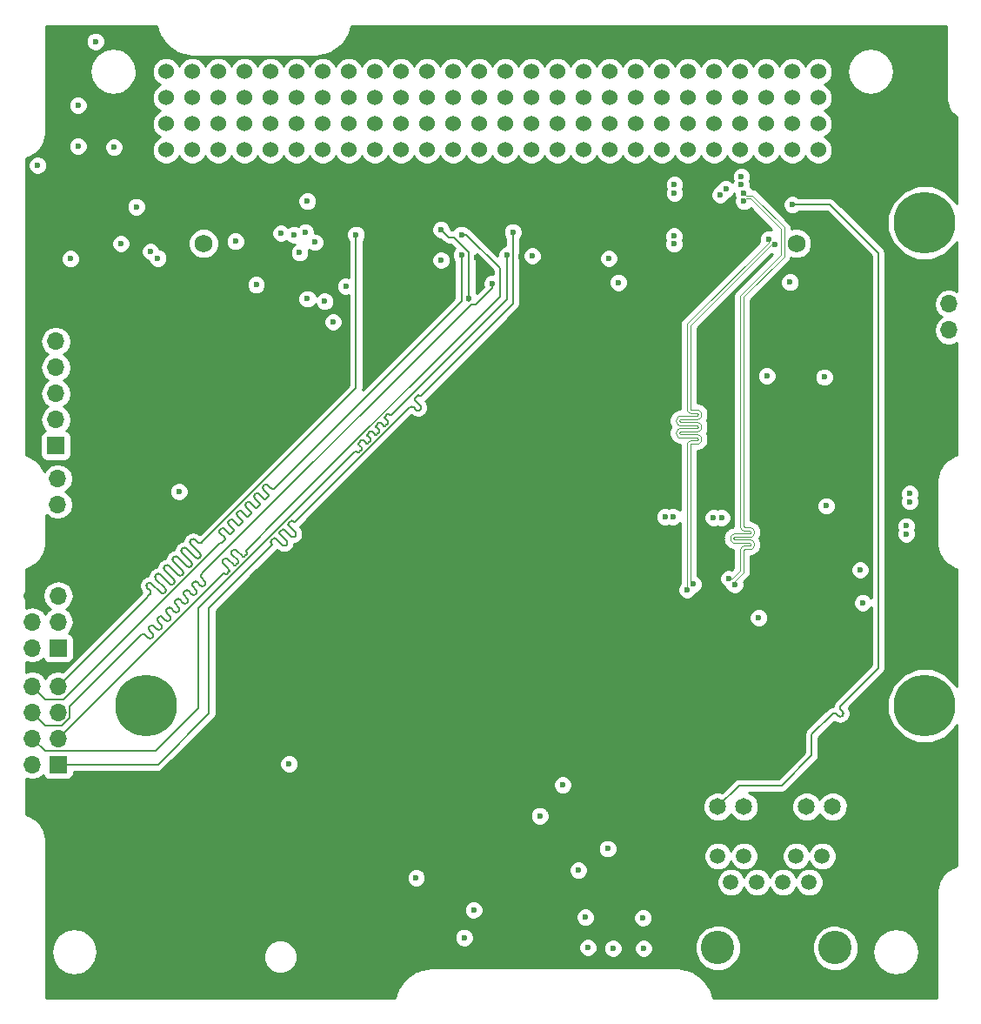
<source format=gbr>
G04 #@! TF.FileFunction,Copper,L2,Inr,Plane*
%FSLAX45Y45*%
G04 Gerber Fmt 4.5, Leading zero omitted, Abs format (unit mm)*
G04 Created by KiCad (PCBNEW 4.0.7) date 02/10/18 20:36:28*
%MOMM*%
%LPD*%
G01*
G04 APERTURE LIST*
%ADD10C,0.100000*%
%ADD11C,6.000000*%
%ADD12R,1.700000X1.700000*%
%ADD13O,1.700000X1.700000*%
%ADD14C,1.752600*%
%ADD15C,1.500000*%
%ADD16C,1.650000*%
%ADD17C,2.500000*%
%ADD18C,3.250000*%
%ADD19C,1.524000*%
%ADD20C,0.600000*%
%ADD21C,0.127000*%
%ADD22C,0.500000*%
%ADD23C,0.125000*%
%ADD24C,0.254000*%
G04 APERTURE END LIST*
D10*
D11*
X17008500Y-4385000D03*
X17008500Y-9085000D03*
D12*
X8575000Y-9655500D03*
D13*
X8321000Y-9655500D03*
X8575000Y-9401500D03*
X8321000Y-9401500D03*
X8575000Y-9147500D03*
X8321000Y-9147500D03*
X8575000Y-8893500D03*
X8321000Y-8893500D03*
D14*
X9989560Y-4585000D03*
X9989560Y-4585000D03*
X15760440Y-4585000D03*
X15760440Y-4585000D03*
D15*
X16139000Y-10804000D03*
X16012000Y-10550000D03*
X15885000Y-10804000D03*
X15758000Y-10550000D03*
X15631000Y-10804000D03*
X15504000Y-10550000D03*
X15377000Y-10804000D03*
X15250000Y-10550000D03*
X15123000Y-10804000D03*
X14996000Y-10550000D03*
D16*
X16114000Y-10067000D03*
X15860000Y-10067000D03*
X15250000Y-10067000D03*
X14996000Y-10067000D03*
D17*
X14894500Y-11134000D03*
D18*
X14996000Y-11439000D03*
X16139000Y-11439000D03*
D17*
X16240500Y-11134000D03*
D19*
X9626000Y-3675500D03*
X9626000Y-3421500D03*
X9880000Y-3675500D03*
X9880000Y-3421500D03*
X10134000Y-3675500D03*
X10134000Y-3421500D03*
X10388000Y-3675500D03*
X10388000Y-3421500D03*
X10642000Y-3675500D03*
X10642000Y-3421500D03*
X10896000Y-3675500D03*
X10896000Y-3421500D03*
X11150000Y-3675500D03*
X11150000Y-3421500D03*
X11404000Y-3675500D03*
X11404000Y-3421500D03*
X11658000Y-3675500D03*
X11658000Y-3421500D03*
X11912000Y-3675500D03*
X11912000Y-3421500D03*
X12166000Y-3675500D03*
X12166000Y-3421500D03*
X12420000Y-3675500D03*
X12420000Y-3421500D03*
X12674000Y-3675500D03*
X12674000Y-3421500D03*
X12928000Y-3675500D03*
X12928000Y-3421500D03*
X13182000Y-3675500D03*
X13182000Y-3421500D03*
X13436000Y-3675500D03*
X13436000Y-3421500D03*
X13690000Y-3675500D03*
X13690000Y-3421500D03*
X13944000Y-3675500D03*
X13944000Y-3421500D03*
X14198000Y-3675500D03*
X14198000Y-3421500D03*
X14452000Y-3675500D03*
X14452000Y-3421500D03*
X14706000Y-3675500D03*
X14706000Y-3421500D03*
X14960000Y-3675500D03*
X14960000Y-3421500D03*
X15214000Y-3675500D03*
X15214000Y-3421500D03*
X15468000Y-3675500D03*
X15468000Y-3421500D03*
X15722000Y-3675500D03*
X15722000Y-3421500D03*
X15976000Y-3675500D03*
X15976000Y-3421500D03*
X9625900Y-3167896D03*
X9625900Y-2913896D03*
X9879900Y-3167896D03*
X9879900Y-2913896D03*
X10133900Y-3167896D03*
X10133900Y-2913896D03*
X10387900Y-3167896D03*
X10387900Y-2913896D03*
X10641900Y-3167896D03*
X10641900Y-2913896D03*
X10895900Y-3167896D03*
X10895900Y-2913896D03*
X11149900Y-3167896D03*
X11149900Y-2913896D03*
X11403900Y-3167896D03*
X11403900Y-2913896D03*
X11657900Y-3167896D03*
X11657900Y-2913896D03*
X11911900Y-3167896D03*
X11911900Y-2913896D03*
X12165900Y-3167896D03*
X12165900Y-2913896D03*
X12419900Y-3167896D03*
X12419900Y-2913896D03*
X12673900Y-3167896D03*
X12673900Y-2913896D03*
X12927900Y-3167896D03*
X12927900Y-2913896D03*
X13181900Y-3167896D03*
X13181900Y-2913896D03*
X13435900Y-3167896D03*
X13435900Y-2913896D03*
X13689900Y-3167896D03*
X13689900Y-2913896D03*
X13943900Y-3167896D03*
X13943900Y-2913896D03*
X14197900Y-3167896D03*
X14197900Y-2913896D03*
X14451900Y-3167896D03*
X14451900Y-2913896D03*
X14705900Y-3167896D03*
X14705900Y-2913896D03*
X14959900Y-3167896D03*
X14959900Y-2913896D03*
X15213900Y-3167896D03*
X15213900Y-2913896D03*
X15467900Y-3167896D03*
X15467900Y-2913896D03*
X15721900Y-3167896D03*
X15721900Y-2913896D03*
X15975900Y-3167896D03*
X15975900Y-2913896D03*
D12*
X8570000Y-7382000D03*
D13*
X8570000Y-7128000D03*
X8570000Y-6874000D03*
D12*
X8551000Y-6554000D03*
D13*
X8551000Y-6300000D03*
X8551000Y-6046000D03*
X8551000Y-5792000D03*
X8551000Y-5538000D03*
X8551000Y-5284000D03*
D12*
X17249000Y-4922000D03*
D13*
X17249000Y-5176000D03*
X17249000Y-5430000D03*
D12*
X8575000Y-8523000D03*
D13*
X8321000Y-8523000D03*
X8575000Y-8269000D03*
X8321000Y-8269000D03*
X8575000Y-8015000D03*
X8321000Y-8015000D03*
D11*
X9432500Y-9085000D03*
D20*
X16032500Y-5887000D03*
X15472500Y-5875000D03*
X16050000Y-7140000D03*
X15395000Y-8230000D03*
X13923000Y-10476000D03*
X16381000Y-7764000D03*
X13708000Y-11143500D03*
X13733000Y-11436000D03*
X13975500Y-11446000D03*
X14273000Y-11446000D03*
X9117500Y-3650000D03*
X12619500Y-11071500D03*
X11374000Y-5001000D03*
X14268000Y-11148500D03*
X14027000Y-4965000D03*
X15699000Y-4964000D03*
X13934000Y-4730500D03*
X12059500Y-10759000D03*
X12527000Y-11341500D03*
X13263000Y-10156000D03*
X13640500Y-10686000D03*
X16863000Y-7018410D03*
X16863000Y-7098410D03*
X14574000Y-4095000D03*
X14570000Y-4511000D03*
X16829000Y-7335000D03*
X14574000Y-4015000D03*
X14570000Y-4591000D03*
X16829000Y-7415000D03*
X16408000Y-8082000D03*
X13000000Y-4475000D03*
X12500000Y-4500000D03*
X12575000Y-5125000D03*
X12300000Y-4450000D03*
X11475000Y-4500000D03*
X11250000Y-5350000D03*
X11000000Y-4175000D03*
X10742288Y-4485501D03*
X9185000Y-4588000D03*
X8937500Y-2620000D03*
X9472000Y-4665000D03*
X8692500Y-4735000D03*
X9545000Y-4728000D03*
X9334000Y-4229000D03*
X13191000Y-4705000D03*
X8375000Y-3825000D03*
X8767500Y-3240000D03*
X12943649Y-4700000D03*
X12800000Y-4975000D03*
X12500000Y-4700000D03*
X12303000Y-4747000D03*
X8767500Y-3640000D03*
X10502000Y-4988000D03*
X10300000Y-4565000D03*
X10822500Y-9652500D03*
X13485500Y-9856000D03*
X14600500Y-5016000D03*
X15925000Y-4400000D03*
X15925000Y-4500000D03*
X15925000Y-4625000D03*
X15925000Y-4750000D03*
X16025000Y-4750000D03*
X16025000Y-4625000D03*
X16025000Y-4500000D03*
X16025000Y-4400000D03*
X9800000Y-4394500D03*
X9800000Y-4550000D03*
X9800000Y-4675000D03*
X9800000Y-4775000D03*
X9700000Y-4775000D03*
X9700000Y-4675000D03*
X9700000Y-4550000D03*
X9700000Y-4394500D03*
X11118649Y-4725000D03*
X15577500Y-5035000D03*
X16057649Y-9441278D03*
X15112500Y-9432500D03*
X8552500Y-5100000D03*
X8735000Y-7382500D03*
X10075000Y-11300000D03*
X9957500Y-11000000D03*
X9950000Y-11150000D03*
X9950000Y-11300000D03*
X10200000Y-11300000D03*
X10200000Y-11150000D03*
X10200000Y-11000000D03*
X10072500Y-11000000D03*
X10072500Y-11150000D03*
X11500000Y-11300000D03*
X11285000Y-11300000D03*
X11492500Y-11000000D03*
X11272500Y-11000000D03*
X11272500Y-11150000D03*
X11500000Y-11150000D03*
X11387500Y-11300000D03*
X11380000Y-11000000D03*
X11382500Y-11150000D03*
X15504000Y-10375000D03*
X15092500Y-11110000D03*
X16372500Y-10960000D03*
X16267500Y-10800000D03*
X15557500Y-8090000D03*
X15917500Y-7705000D03*
X15917500Y-7487500D03*
X16337500Y-7510000D03*
X15895000Y-7157500D03*
X16367500Y-7272500D03*
X16360000Y-7182500D03*
X16290000Y-6927500D03*
X15725000Y-6710000D03*
X16345000Y-6165000D03*
X15892500Y-5980000D03*
X10140000Y-4712500D03*
X10650000Y-4732500D03*
X11650000Y-4725000D03*
X12147500Y-4725000D03*
X12650000Y-4722500D03*
X13082500Y-4715000D03*
X13600000Y-4727500D03*
X14102500Y-4702500D03*
X15085000Y-4725000D03*
X10147500Y-4205000D03*
X10645000Y-4192500D03*
X11150000Y-4205000D03*
X11650000Y-4202500D03*
X12150000Y-4190000D03*
X12350000Y-4192500D03*
X12650000Y-4207500D03*
X12800000Y-4202500D03*
X13100000Y-4202500D03*
X13600000Y-4200000D03*
X14100000Y-4200000D03*
X14600000Y-4207500D03*
X14947500Y-4427500D03*
X15685000Y-4340000D03*
X16332500Y-7605000D03*
X16315000Y-6417500D03*
X12979000Y-11281000D03*
X14493000Y-11296000D03*
X15548284Y-4598284D03*
X14753284Y-7901716D03*
X15491716Y-4541716D03*
X14696716Y-7958284D03*
X15720000Y-4209000D03*
X15226000Y-3936000D03*
X14482000Y-7246000D03*
X15226000Y-4014000D03*
X14560000Y-7246000D03*
X15251000Y-4175000D03*
X15104216Y-7849216D03*
X15251000Y-4097000D03*
X15160784Y-7905784D03*
X15019423Y-4111577D03*
X14954000Y-7255000D03*
X15074577Y-4056423D03*
X15032000Y-7255000D03*
X11168649Y-5150000D03*
X11075000Y-4575000D03*
X10981351Y-4475000D03*
X11000000Y-5125000D03*
X10925000Y-4675000D03*
X9750000Y-7000000D03*
X10868649Y-4500299D03*
D21*
X9497500Y-9655500D02*
X9546000Y-9655500D01*
X10689060Y-7455837D02*
X10692108Y-7458268D01*
X10644691Y-7490332D02*
X10644691Y-7486433D01*
X10776961Y-7373415D02*
X10838646Y-7435100D01*
X10649681Y-7525318D02*
X10652112Y-7522270D01*
X9546000Y-9655500D02*
X10043500Y-9158000D01*
X10800408Y-7514701D02*
X10803323Y-7508648D01*
X10875820Y-7439289D02*
X10881072Y-7435100D01*
X10644691Y-7486433D02*
X10645559Y-7482631D01*
X10043500Y-9158000D02*
X10043500Y-8131500D01*
X10681745Y-7453278D02*
X10685547Y-7454145D01*
X10755385Y-7370984D02*
X10758898Y-7369292D01*
X10855315Y-7284377D02*
X10858827Y-7286069D01*
X12003305Y-6175897D02*
X12009854Y-6174402D01*
X10043500Y-8131500D02*
X10440551Y-7734449D01*
X10440551Y-7734449D02*
X10649681Y-7525318D01*
X10770399Y-7369292D02*
X10773912Y-7370984D01*
X10879939Y-7292623D02*
X10883452Y-7290931D01*
X10685547Y-7454145D02*
X10689060Y-7455837D01*
X10734534Y-7391217D02*
X10752337Y-7373415D01*
X10645559Y-7494133D02*
X10644691Y-7490332D01*
X10647251Y-7479119D02*
X10649681Y-7476070D01*
X10652112Y-7522270D02*
X10653804Y-7518757D01*
X10677846Y-7453278D02*
X10681745Y-7453278D01*
X10732103Y-7412793D02*
X10730412Y-7409280D01*
X12043201Y-6100257D02*
X12043825Y-6097524D01*
X10653804Y-7518757D02*
X10654672Y-7514956D01*
X10762699Y-7368425D02*
X10766598Y-7368425D01*
X10654672Y-7514956D02*
X10654672Y-7511057D01*
X10753793Y-7519953D02*
X10759045Y-7524141D01*
X10654672Y-7511057D02*
X10653804Y-7507256D01*
X12045041Y-6108318D02*
X12043825Y-6105792D01*
X10653804Y-7507256D02*
X10652112Y-7503743D01*
X10652112Y-7503743D02*
X10647251Y-7497646D01*
X10647251Y-7497646D02*
X10645559Y-7494133D01*
X12102279Y-6198985D02*
X12105194Y-6192933D01*
X10758898Y-7369292D02*
X10762699Y-7368425D01*
X10759045Y-7524141D02*
X10765098Y-7527056D01*
X10784915Y-7527056D02*
X10790967Y-7524141D01*
X10645559Y-7482631D02*
X10647251Y-7479119D01*
X10649681Y-7476070D02*
X10667484Y-7458268D01*
X10883452Y-7290931D02*
X10886500Y-7288500D01*
X10670532Y-7455837D02*
X10674045Y-7454145D01*
X10667484Y-7458268D02*
X10670532Y-7455837D01*
X10796219Y-7519953D02*
X10800408Y-7514701D01*
X10674045Y-7454145D02*
X10677846Y-7453278D01*
X10692108Y-7458268D02*
X10753793Y-7519953D01*
X10843898Y-7439289D02*
X10849951Y-7442203D01*
X10765098Y-7527056D02*
X10771647Y-7528551D01*
X10814459Y-7316665D02*
X10815327Y-7312863D01*
X10771647Y-7528551D02*
X10778365Y-7528551D01*
X10815327Y-7312863D02*
X10817018Y-7309351D01*
X10778365Y-7528551D02*
X10784915Y-7527056D01*
X10885261Y-7397926D02*
X10881072Y-7392674D01*
X10790967Y-7524141D02*
X10796219Y-7519953D01*
X10843813Y-7284377D02*
X10847614Y-7283510D01*
X10803323Y-7508648D02*
X10804817Y-7502099D01*
X10729544Y-7405479D02*
X10729544Y-7401580D01*
X10804817Y-7502099D02*
X10804818Y-7495381D01*
X10804818Y-7495381D02*
X10803323Y-7488831D01*
X10803323Y-7488831D02*
X10800408Y-7482779D01*
X10817018Y-7327878D02*
X10815327Y-7324365D01*
X10730412Y-7397779D02*
X10732103Y-7394266D01*
X10849951Y-7442203D02*
X10856500Y-7443698D01*
X10766598Y-7368425D02*
X10770399Y-7369292D01*
X10800408Y-7482779D02*
X10796219Y-7477526D01*
X10889670Y-7410528D02*
X10888176Y-7403978D01*
X10796219Y-7477526D02*
X10734534Y-7415841D01*
X12045041Y-6094998D02*
X12046788Y-6092807D01*
X10856500Y-7443698D02*
X10863218Y-7443698D01*
X10734534Y-7415841D02*
X10732103Y-7412793D01*
X12096665Y-6071670D02*
X12099468Y-6071670D01*
X12106689Y-6186383D02*
X12106689Y-6179666D01*
X10752337Y-7373415D02*
X10755385Y-7370984D01*
X10730412Y-7409280D02*
X10729544Y-7405479D01*
X10773912Y-7370984D02*
X10776961Y-7373415D01*
X10729544Y-7401580D02*
X10730412Y-7397779D01*
X12092838Y-6208426D02*
X12098091Y-6204238D01*
X12023121Y-6175897D02*
X12029174Y-6178811D01*
X10863218Y-7443698D02*
X10869767Y-7442203D01*
X10732103Y-7394266D02*
X10734534Y-7391217D01*
X10868437Y-7292623D02*
X10872238Y-7293490D01*
X10838646Y-7435100D02*
X10843898Y-7439289D01*
X10815327Y-7324365D02*
X10814459Y-7320564D01*
X10819449Y-7306302D02*
X10837252Y-7288500D01*
X10869767Y-7442203D02*
X10875820Y-7439289D01*
X10881072Y-7435100D02*
X10885261Y-7429848D01*
X12105194Y-6192933D02*
X12106689Y-6186383D01*
X10885261Y-7429848D02*
X10888175Y-7423795D01*
X10888175Y-7423795D02*
X10889670Y-7417246D01*
X10889670Y-7417246D02*
X10889670Y-7410528D01*
X12098091Y-6161811D02*
X12046788Y-6110509D01*
X10888176Y-7403978D02*
X10885261Y-7397926D01*
X10881072Y-7392674D02*
X10831699Y-7343301D01*
X10864924Y-7290931D02*
X10868437Y-7292623D01*
X10831699Y-7343301D02*
X10831761Y-7343238D01*
X10831761Y-7343238D02*
X10819449Y-7330926D01*
X10819449Y-7330926D02*
X10817018Y-7327878D01*
X10814459Y-7320564D02*
X10814459Y-7316665D01*
X11992000Y-6183000D02*
X11997252Y-6178811D01*
X12043201Y-6103060D02*
X12043201Y-6100257D01*
X10817018Y-7309351D02*
X10819449Y-7306302D01*
X10837252Y-7288500D02*
X10840300Y-7286069D01*
X10840300Y-7286069D02*
X10843813Y-7284377D01*
X10876138Y-7293490D02*
X10879939Y-7292623D01*
X10847614Y-7283510D02*
X10851513Y-7283510D01*
X10851513Y-7283510D02*
X10855315Y-7284377D01*
X12046788Y-6092807D02*
X12071513Y-6068083D01*
X12066969Y-6211341D02*
X12073518Y-6212836D01*
X10858827Y-7286069D02*
X10864924Y-7290931D01*
X12076229Y-6065119D02*
X12078962Y-6064495D01*
X10872238Y-7293490D02*
X10876138Y-7293490D01*
X10886500Y-7288500D02*
X11992000Y-6183000D01*
X12098091Y-6204238D02*
X12102279Y-6198985D01*
X11997252Y-6178811D02*
X12003305Y-6175897D01*
X12009854Y-6174402D02*
X12016572Y-6174402D01*
X12016572Y-6174402D02*
X12023121Y-6175897D01*
X12029174Y-6178811D02*
X12034426Y-6183000D01*
X12034426Y-6183000D02*
X12055664Y-6204238D01*
X12055664Y-6204238D02*
X12060916Y-6208426D01*
X12060916Y-6208426D02*
X12066969Y-6211341D01*
X12073518Y-6212836D02*
X12080236Y-6212836D01*
X12080236Y-6212836D02*
X12086786Y-6211341D01*
X12086786Y-6211341D02*
X12092838Y-6208426D01*
X12106689Y-6179666D02*
X12105194Y-6173116D01*
X12105194Y-6173116D02*
X12102279Y-6167064D01*
X12071513Y-6068083D02*
X12073704Y-6066335D01*
X13000000Y-5175000D02*
X13000000Y-4475000D01*
X12102279Y-6167064D02*
X12098091Y-6161811D01*
X12046788Y-6110509D02*
X12045041Y-6108318D01*
X12043825Y-6105792D02*
X12043201Y-6103060D01*
X12043825Y-6097524D02*
X12045041Y-6094998D01*
X12073704Y-6066335D02*
X12076229Y-6065119D01*
X12078962Y-6064495D02*
X12081765Y-6064495D01*
X12081765Y-6064495D02*
X12084498Y-6065119D01*
X12084498Y-6065119D02*
X12087023Y-6066335D01*
X12087023Y-6066335D02*
X12091406Y-6069831D01*
X12091406Y-6069831D02*
X12093932Y-6071047D01*
X12093932Y-6071047D02*
X12096665Y-6071670D01*
X12099468Y-6071670D02*
X12102200Y-6071047D01*
X12102200Y-6071047D02*
X12104726Y-6069831D01*
X12104726Y-6069831D02*
X12106917Y-6068083D01*
X12106917Y-6068083D02*
X12190504Y-5984496D01*
X12190504Y-5984496D02*
X13000000Y-5175000D01*
X9497500Y-9655500D02*
X9506000Y-9655500D01*
X8775500Y-9655500D02*
X9497500Y-9655500D01*
X8775500Y-9655500D02*
X8788000Y-9655500D01*
X8672700Y-9655500D02*
X8775500Y-9655500D01*
X8575000Y-9655500D02*
X8672700Y-9655500D01*
X10190831Y-7797887D02*
X10193910Y-7799369D01*
X10202333Y-7805113D02*
X10205664Y-7805874D01*
X8575000Y-9401500D02*
X10175000Y-7801500D01*
X10205664Y-7805874D02*
X10209082Y-7805874D01*
X10175000Y-7801500D02*
X10177672Y-7799369D01*
X10268323Y-7615516D02*
X10264134Y-7610264D01*
X10177672Y-7799369D02*
X10180751Y-7797887D01*
X10209082Y-7805874D02*
X10212413Y-7805113D01*
X10180751Y-7797887D02*
X10184082Y-7797126D01*
X10413910Y-7593535D02*
X10412428Y-7590457D01*
X10301928Y-7717195D02*
X10304600Y-7715064D01*
X10241139Y-7761745D02*
X10239008Y-7759073D01*
X10261219Y-7584394D02*
X10264134Y-7578342D01*
X10201324Y-7649344D02*
X10208042Y-7649344D01*
X10184082Y-7797126D02*
X10187500Y-7797126D01*
X10728882Y-7247618D02*
X12875000Y-5101500D01*
X10228217Y-7748282D02*
X10229801Y-7746699D01*
X10187500Y-7797126D02*
X10190831Y-7797887D01*
X10243382Y-7771573D02*
X10243382Y-7768156D01*
X10193910Y-7799369D02*
X10199254Y-7803631D01*
X10229801Y-7746699D02*
X10183470Y-7700369D01*
X10327575Y-7675309D02*
X10325444Y-7672637D01*
X10199254Y-7803631D02*
X10202333Y-7805113D01*
X10292100Y-7719438D02*
X10295518Y-7719438D01*
X10212413Y-7805113D02*
X10215492Y-7803631D01*
X10239008Y-7780656D02*
X10241139Y-7777984D01*
X10310749Y-7573090D02*
X10367871Y-7630211D01*
X10405923Y-7578702D02*
X10405923Y-7575285D01*
X10215492Y-7803631D02*
X10218164Y-7801500D01*
X10329818Y-7685137D02*
X10329818Y-7681720D01*
X10285690Y-7717195D02*
X10288769Y-7718677D01*
X10242622Y-7764824D02*
X10241139Y-7761745D01*
X10383702Y-7633825D02*
X10386781Y-7632342D01*
X10218164Y-7801500D02*
X10239008Y-7780656D01*
X10298849Y-7718677D02*
X10301928Y-7717195D01*
X10241139Y-7777984D02*
X10242622Y-7774905D01*
X10304600Y-7715064D02*
X10325444Y-7694220D01*
X10242622Y-7774905D02*
X10243382Y-7771573D01*
X10174872Y-7675796D02*
X10176367Y-7669247D01*
X10243382Y-7768156D02*
X10242622Y-7764824D01*
X10239008Y-7759073D02*
X10228217Y-7748282D01*
X10183470Y-7657942D02*
X10188722Y-7653754D01*
X10208042Y-7649344D02*
X10214592Y-7650839D01*
X10183470Y-7700369D02*
X10179282Y-7695116D01*
X10179282Y-7695116D02*
X10176367Y-7689064D01*
X10176367Y-7689064D02*
X10174872Y-7682514D01*
X10273575Y-7568901D02*
X10279628Y-7565986D01*
X10174872Y-7682514D02*
X10174872Y-7675796D01*
X10283018Y-7715064D02*
X10285690Y-7717195D01*
X10176367Y-7669247D02*
X10179281Y-7663194D01*
X10220644Y-7653754D02*
X10225896Y-7657942D01*
X10179281Y-7663194D02*
X10183470Y-7657942D01*
X10286177Y-7564491D02*
X10292895Y-7564491D01*
X10188722Y-7653754D02*
X10194775Y-7650839D01*
X10405923Y-7575285D02*
X10406684Y-7571953D01*
X10194775Y-7650839D02*
X10201324Y-7649344D01*
X10214592Y-7650839D02*
X10220644Y-7653754D01*
X10414671Y-7596867D02*
X10413910Y-7593535D01*
X10225896Y-7657942D02*
X10283018Y-7715064D01*
X10288769Y-7718677D02*
X10292100Y-7719438D01*
X10295518Y-7719438D02*
X10298849Y-7718677D01*
X10325444Y-7694220D02*
X10327575Y-7691548D01*
X10327575Y-7691548D02*
X10329058Y-7688469D01*
X10329058Y-7688469D02*
X10329818Y-7685137D01*
X10373621Y-7633825D02*
X10376953Y-7634585D01*
X10259725Y-7590944D02*
X10261219Y-7584394D01*
X10292895Y-7564491D02*
X10299444Y-7565986D01*
X10380370Y-7634585D02*
X10383702Y-7633825D01*
X10329818Y-7681720D02*
X10329058Y-7678388D01*
X10264134Y-7578342D02*
X10268323Y-7573089D01*
X10329058Y-7678388D02*
X10327575Y-7675309D01*
X10325444Y-7672637D02*
X10268323Y-7615516D01*
X10264134Y-7610264D02*
X10261219Y-7604211D01*
X10261219Y-7604211D02*
X10259724Y-7597662D01*
X10370542Y-7632342D02*
X10373621Y-7633825D01*
X10259724Y-7597662D02*
X10259725Y-7590944D01*
X10268323Y-7573089D02*
X10273575Y-7568901D01*
X10279628Y-7565986D02*
X10286177Y-7564491D01*
X10299444Y-7565986D02*
X10305497Y-7568901D01*
X10305497Y-7568901D02*
X10310749Y-7573090D01*
X10367871Y-7630211D02*
X10370542Y-7632342D01*
X12875000Y-4825000D02*
X12550000Y-4500000D01*
X10376953Y-7634585D02*
X10380370Y-7634585D01*
X10386781Y-7632342D02*
X10389453Y-7630211D01*
X10389453Y-7630211D02*
X10410297Y-7609367D01*
X10413910Y-7603616D02*
X10414671Y-7600284D01*
X10410297Y-7609367D02*
X10412428Y-7606695D01*
X10412428Y-7606695D02*
X10413910Y-7603616D01*
X10414671Y-7600284D02*
X10414671Y-7596867D01*
X10412428Y-7590457D02*
X10408166Y-7585113D01*
X10408166Y-7585113D02*
X10406684Y-7582034D01*
X10406684Y-7582034D02*
X10405923Y-7578702D01*
X10406684Y-7571953D02*
X10408166Y-7568874D01*
X10408166Y-7568874D02*
X10410297Y-7566203D01*
X10410297Y-7566203D02*
X10728882Y-7247618D01*
X12875000Y-5101500D02*
X12875000Y-4825000D01*
X12550000Y-4500000D02*
X12500000Y-4500000D01*
X12425000Y-4525000D02*
X12375000Y-4525000D01*
X12375000Y-4525000D02*
X12300000Y-4450000D01*
X12575000Y-4675000D02*
X12425000Y-4525000D01*
X12575000Y-5147500D02*
X12575000Y-4675000D01*
X11475000Y-5993500D02*
X9975000Y-7493500D01*
X9950428Y-7502098D02*
X9943878Y-7500603D01*
X9611945Y-7766841D02*
X9698124Y-7853019D01*
X9745802Y-7814782D02*
X9740550Y-7810593D01*
X9867829Y-7683314D02*
X9872018Y-7688566D01*
X11475000Y-4500000D02*
X11475000Y-5993500D01*
X9943878Y-7500603D02*
X9937826Y-7497688D01*
X9849975Y-7734338D02*
X9843257Y-7734338D01*
X9706722Y-7870874D02*
X9706722Y-7877592D01*
X9786903Y-7550520D02*
X9781651Y-7554709D01*
X9859400Y-7500978D02*
X9862315Y-7507030D01*
X9705227Y-7884141D02*
X9702312Y-7890194D01*
X9773052Y-7572563D02*
X9773052Y-7579281D01*
X9963695Y-7500603D02*
X9957146Y-7502098D01*
X9975000Y-7493500D02*
X9969748Y-7497688D01*
X9739224Y-7639562D02*
X9733972Y-7635373D01*
X9969748Y-7497688D02*
X9963695Y-7500603D01*
X9692609Y-7644814D02*
X9689695Y-7650867D01*
X9947430Y-7645076D02*
X9941377Y-7647991D01*
X9777462Y-7559961D02*
X9774547Y-7566014D01*
X9790080Y-7799288D02*
X9787165Y-7805341D01*
X9957146Y-7502098D02*
X9950428Y-7502098D01*
X9836708Y-7732844D02*
X9830655Y-7729929D01*
X9649119Y-7720226D02*
X9643067Y-7717311D01*
X9937826Y-7497688D02*
X9932574Y-7493500D01*
X9576097Y-7984487D02*
X9570844Y-7980299D01*
X9961280Y-7616315D02*
X9961280Y-7623033D01*
X9611945Y-7724415D02*
X9607756Y-7729667D01*
X9932574Y-7493500D02*
X9908930Y-7469856D01*
X9830655Y-7729929D02*
X9825403Y-7725740D01*
X9897625Y-7462753D02*
X9891075Y-7461258D01*
X9874932Y-7714435D02*
X9872018Y-7720488D01*
X9791575Y-7786021D02*
X9791574Y-7792739D01*
X9908930Y-7469856D02*
X9903678Y-7465668D01*
X9874933Y-7694619D02*
X9876427Y-7701168D01*
X9903678Y-7465668D02*
X9897625Y-7462753D01*
X9921560Y-7647991D02*
X9915508Y-7645076D01*
X9433641Y-7911974D02*
X9433641Y-7918692D01*
X9866503Y-7512283D02*
X9952682Y-7598461D01*
X9891075Y-7461258D02*
X9884358Y-7461258D01*
X9884358Y-7461258D02*
X9877808Y-7462753D01*
X9620374Y-7949177D02*
X9621869Y-7955726D01*
X9466812Y-7885522D02*
X9460094Y-7885522D01*
X9877808Y-7462753D02*
X9871756Y-7465668D01*
X9787165Y-7805341D02*
X9782976Y-7810593D01*
X9792955Y-7547606D02*
X9786903Y-7550520D01*
X9871756Y-7465668D02*
X9866503Y-7469856D01*
X9956870Y-7635635D02*
X9952682Y-7640887D01*
X9859400Y-7481161D02*
X9857905Y-7487710D01*
X9866503Y-7469856D02*
X9862315Y-7475108D01*
X9862315Y-7475108D02*
X9859400Y-7481161D01*
X9857905Y-7487710D02*
X9857905Y-7494428D01*
X9876427Y-7707886D02*
X9874932Y-7714435D01*
X9857905Y-7494428D02*
X9859400Y-7500978D01*
X9928110Y-7649486D02*
X9921560Y-7647991D01*
X9774547Y-7566014D02*
X9773052Y-7572563D01*
X9862315Y-7507030D02*
X9866503Y-7512283D01*
X9952682Y-7598461D02*
X9956871Y-7603713D01*
X9708103Y-7632458D02*
X9702050Y-7635373D01*
X9876427Y-7701168D02*
X9876427Y-7707886D01*
X9727919Y-7632458D02*
X9721370Y-7630964D01*
X9799505Y-7546111D02*
X9792955Y-7547606D01*
X9673552Y-7904044D02*
X9667002Y-7902549D01*
X9956871Y-7603713D02*
X9959785Y-7609766D01*
X9479414Y-7889932D02*
X9473361Y-7887017D01*
X9438051Y-7899372D02*
X9435136Y-7905425D01*
X9959785Y-7609766D02*
X9961280Y-7616315D01*
X9961280Y-7623033D02*
X9959785Y-7629583D01*
X9959785Y-7629583D02*
X9956870Y-7635635D01*
X9418314Y-8050186D02*
X8575000Y-8893500D01*
X9721370Y-7630964D02*
X9714652Y-7630964D01*
X9629799Y-7715816D02*
X9623250Y-7717311D01*
X9952682Y-7640887D02*
X9947430Y-7645076D01*
X9915508Y-7645076D02*
X9910256Y-7640887D01*
X9806223Y-7546111D02*
X9799505Y-7546111D01*
X9941377Y-7647991D02*
X9934828Y-7649486D01*
X9643067Y-7717311D02*
X9636517Y-7715816D01*
X9617197Y-7720226D02*
X9611945Y-7724415D01*
X9934828Y-7649486D02*
X9928110Y-7649486D01*
X9812772Y-7547606D02*
X9806223Y-7546111D01*
X9872018Y-7688566D02*
X9874933Y-7694619D01*
X9595417Y-7988897D02*
X9588699Y-7988897D01*
X9910256Y-7640887D02*
X9824077Y-7554709D01*
X9824077Y-7554709D02*
X9818825Y-7550520D01*
X9818825Y-7550520D02*
X9812772Y-7547606D01*
X9696798Y-7639562D02*
X9692609Y-7644814D01*
X9781651Y-7554709D02*
X9777462Y-7559961D01*
X9569519Y-7809267D02*
X9564266Y-7805079D01*
X9438051Y-7931294D02*
X9442239Y-7936547D01*
X9696798Y-7681988D02*
X9782976Y-7768167D01*
X9773052Y-7579281D02*
X9774547Y-7585830D01*
X9774547Y-7585830D02*
X9777462Y-7591883D01*
X9777462Y-7591883D02*
X9781651Y-7597135D01*
X9442239Y-7936547D02*
X9465883Y-7960190D01*
X9781651Y-7597135D02*
X9867829Y-7683314D01*
X9872018Y-7720488D02*
X9867829Y-7725740D01*
X9867829Y-7725740D02*
X9862577Y-7729929D01*
X9862577Y-7729929D02*
X9856524Y-7732843D01*
X9856524Y-7732843D02*
X9849975Y-7734338D01*
X9518494Y-7827122D02*
X9518494Y-7833839D01*
X9777724Y-7814782D02*
X9771672Y-7817696D01*
X9843257Y-7734338D02*
X9836708Y-7732844D01*
X9570844Y-7980299D02*
X9484666Y-7894120D01*
X9706722Y-7877592D02*
X9705227Y-7884141D01*
X9825403Y-7725740D02*
X9739224Y-7639562D01*
X9733972Y-7635373D02*
X9727919Y-7632458D01*
X9714652Y-7630964D02*
X9708103Y-7632458D01*
X9433641Y-7918692D02*
X9435136Y-7925242D01*
X9702050Y-7635373D02*
X9696798Y-7639562D01*
X9689695Y-7650867D02*
X9688200Y-7657416D01*
X9782976Y-7810593D02*
X9777724Y-7814782D01*
X9688200Y-7657416D02*
X9688200Y-7664134D01*
X9702312Y-7858272D02*
X9705227Y-7864324D01*
X9688200Y-7664134D02*
X9689695Y-7670683D01*
X9692609Y-7676736D02*
X9696798Y-7681988D01*
X9758404Y-7819191D02*
X9751855Y-7817696D01*
X9689695Y-7670683D02*
X9692609Y-7676736D01*
X9782976Y-7768167D02*
X9787165Y-7773419D01*
X9787165Y-7773419D02*
X9790080Y-7779471D01*
X9790080Y-7779471D02*
X9791575Y-7786021D01*
X9791574Y-7792739D02*
X9790080Y-7799288D01*
X9771672Y-7817696D02*
X9765122Y-7819191D01*
X9765122Y-7819191D02*
X9758404Y-7819191D01*
X9751855Y-7817696D02*
X9745802Y-7814782D01*
X9740550Y-7810593D02*
X9654371Y-7724415D01*
X9654371Y-7724415D02*
X9649119Y-7720226D01*
X9636517Y-7715816D02*
X9629799Y-7715816D01*
X9623250Y-7717311D02*
X9617197Y-7720226D01*
X9607756Y-7729667D02*
X9604842Y-7735719D01*
X9538397Y-7802164D02*
X9532344Y-7805079D01*
X9705227Y-7864324D02*
X9706722Y-7870874D01*
X9698124Y-7853019D02*
X9702312Y-7858272D01*
X9604842Y-7735719D02*
X9603347Y-7742269D01*
X9460094Y-7885522D02*
X9453544Y-7887017D01*
X9603347Y-7742269D02*
X9603347Y-7748987D01*
X9680269Y-7904044D02*
X9673552Y-7904044D01*
X9603347Y-7748987D02*
X9604842Y-7755536D01*
X9558214Y-7802164D02*
X9551664Y-7800669D01*
X9604842Y-7755536D02*
X9607756Y-7761589D01*
X9607756Y-7761589D02*
X9611945Y-7766841D01*
X9702312Y-7890194D02*
X9698124Y-7895446D01*
X9453544Y-7887017D02*
X9447492Y-7889932D01*
X9698124Y-7895446D02*
X9692871Y-7899634D01*
X9474481Y-7984762D02*
X9472986Y-7991312D01*
X9692871Y-7899634D02*
X9686819Y-7902549D01*
X9686819Y-7902549D02*
X9680269Y-7904044D01*
X9667002Y-7902549D02*
X9660950Y-7899634D01*
X9660950Y-7899634D02*
X9655697Y-7895446D01*
X9518494Y-7833839D02*
X9519989Y-7840389D01*
X9655697Y-7895446D02*
X9569519Y-7809267D01*
X9564266Y-7805079D02*
X9558214Y-7802164D01*
X9551664Y-7800669D02*
X9544947Y-7800669D01*
X9544947Y-7800669D02*
X9538397Y-7802164D01*
X9442239Y-7894120D02*
X9438051Y-7899372D01*
X9532344Y-7805079D02*
X9527092Y-7809267D01*
X9601966Y-7987402D02*
X9595417Y-7988897D01*
X9474481Y-7978045D02*
X9474481Y-7984762D01*
X9527092Y-7809267D02*
X9522904Y-7814520D01*
X9522904Y-7814520D02*
X9519989Y-7820572D01*
X9527092Y-7851694D02*
X9613271Y-7937872D01*
X9519989Y-7820572D02*
X9518494Y-7827122D01*
X9519989Y-7840389D02*
X9522904Y-7846441D01*
X9522904Y-7846441D02*
X9527092Y-7851694D01*
X9613271Y-7937872D02*
X9617459Y-7943124D01*
X9588699Y-7988897D02*
X9582149Y-7987402D01*
X9617459Y-7943124D02*
X9620374Y-7949177D01*
X9621869Y-7955726D02*
X9621869Y-7962444D01*
X9621869Y-7962444D02*
X9620374Y-7968994D01*
X9620374Y-7968994D02*
X9617459Y-7975046D01*
X9617459Y-7975046D02*
X9613271Y-7980299D01*
X9613271Y-7980299D02*
X9608019Y-7984487D01*
X9608019Y-7984487D02*
X9601966Y-7987402D01*
X9582149Y-7987402D02*
X9576097Y-7984487D01*
X9484666Y-7894120D02*
X9479414Y-7889932D01*
X9473361Y-7887017D02*
X9466812Y-7885522D01*
X9447492Y-7889932D02*
X9442239Y-7894120D01*
X9435136Y-7905425D02*
X9433641Y-7911974D01*
X9435136Y-7925242D02*
X9438051Y-7931294D01*
X9465883Y-7960190D02*
X9470072Y-7965442D01*
X9470072Y-7965442D02*
X9472986Y-7971495D01*
X9472986Y-7971495D02*
X9474481Y-7978045D01*
X9472986Y-7991312D02*
X9470072Y-7997364D01*
X9470072Y-7997364D02*
X9465883Y-8002617D01*
X9465883Y-8002617D02*
X9418314Y-8050186D01*
X11493689Y-6618663D02*
X11497332Y-6618663D01*
X11572579Y-6530548D02*
X11575861Y-6532129D01*
X11477877Y-6610148D02*
X11481159Y-6611729D01*
X11616820Y-6495532D02*
X11616009Y-6491981D01*
X11621894Y-6415754D02*
X11625446Y-6416565D01*
X11749118Y-6363234D02*
X11752761Y-6363234D01*
X8804500Y-9525000D02*
X9527500Y-9525000D01*
X11497332Y-6618663D02*
X11500884Y-6617852D01*
X11781862Y-6316145D02*
X11758855Y-6293137D01*
X11543875Y-6502998D02*
X11546723Y-6505269D01*
X11490138Y-6617852D02*
X11493689Y-6618663D01*
X11660714Y-6447276D02*
X11664265Y-6448087D01*
X11499634Y-6534371D02*
X11500445Y-6530819D01*
X11585298Y-6456712D02*
X11584487Y-6453161D01*
X11754192Y-6283455D02*
X11754192Y-6279812D01*
X11713580Y-6333293D02*
X11716429Y-6335564D01*
X9527500Y-9525000D02*
X9939500Y-9113000D01*
X11470682Y-6609337D02*
X11474325Y-6609337D01*
X11586878Y-6442684D02*
X11589150Y-6439836D01*
X9939500Y-9113000D02*
X9939500Y-8135500D01*
X11784134Y-6336304D02*
X11785714Y-6333022D01*
X9939500Y-8135500D02*
X11461000Y-6614000D01*
X11710298Y-6331712D02*
X11713580Y-6333293D01*
X11699552Y-6331712D02*
X11703104Y-6330901D01*
X11486855Y-6616271D02*
X11490138Y-6617852D01*
X11500445Y-6541565D02*
X11499634Y-6538014D01*
X11515801Y-6559199D02*
X11504297Y-6547696D01*
X11463848Y-6611729D02*
X11467130Y-6610148D01*
X11784134Y-6318993D02*
X11781862Y-6316145D01*
X11631576Y-6420417D02*
X11654583Y-6443424D01*
X11467130Y-6610148D02*
X11470682Y-6609337D01*
X11664265Y-6448087D02*
X11667908Y-6448087D01*
X11786525Y-6325827D02*
X11785714Y-6322275D01*
X11461000Y-6614000D02*
X11463848Y-6611729D01*
X11824289Y-6250711D02*
X11885782Y-6189218D01*
X11703104Y-6330901D02*
X11706747Y-6330901D01*
X11537041Y-6500607D02*
X11540593Y-6501417D01*
X11474325Y-6609337D02*
X11477877Y-6610148D01*
X11614428Y-6506009D02*
X11616009Y-6502727D01*
X11801282Y-6250711D02*
X11804130Y-6252983D01*
X11500884Y-6617852D02*
X11504166Y-6616271D01*
X11481159Y-6611729D02*
X11486855Y-6616271D01*
X11759595Y-6360843D02*
X11762443Y-6358571D01*
X11608569Y-6420417D02*
X11611417Y-6418145D01*
X11885782Y-6189218D02*
X12943649Y-5131351D01*
X11611417Y-6418145D02*
X11614699Y-6416565D01*
X11504166Y-6616271D02*
X11507014Y-6614000D01*
X11589150Y-6462843D02*
X11586878Y-6459995D01*
X11752761Y-6363234D02*
X11756313Y-6362423D01*
X11716429Y-6335564D02*
X11739436Y-6358571D01*
X11507014Y-6614000D02*
X11526434Y-6594581D01*
X11526434Y-6594581D02*
X11528705Y-6591733D01*
X11533398Y-6500607D02*
X11537041Y-6500607D01*
X11592738Y-6528277D02*
X11612157Y-6508857D01*
X11528705Y-6591733D02*
X11530286Y-6588450D01*
X11701672Y-6410680D02*
X11700862Y-6407128D01*
X11499634Y-6538014D02*
X11499634Y-6534371D01*
X11674002Y-6377990D02*
X11671731Y-6375142D01*
X11677591Y-6443424D02*
X11697010Y-6424005D01*
X11530286Y-6588450D02*
X11531096Y-6584899D01*
X11531096Y-6584899D02*
X11531096Y-6581256D01*
X11531096Y-6581256D02*
X11530286Y-6577704D01*
X11502026Y-6527537D02*
X11504297Y-6524688D01*
X11669340Y-6368308D02*
X11669340Y-6364665D01*
X11807412Y-6254563D02*
X11810964Y-6255374D01*
X11530286Y-6577704D02*
X11528705Y-6574422D01*
X11618251Y-6415754D02*
X11621894Y-6415754D01*
X11569731Y-6528277D02*
X11572579Y-6530548D01*
X11616820Y-6499175D02*
X11616820Y-6495532D01*
X11528705Y-6574422D02*
X11526433Y-6571573D01*
X11654583Y-6443424D02*
X11657432Y-6445695D01*
X11756313Y-6362423D02*
X11759595Y-6360843D01*
X11526433Y-6571573D02*
X11514930Y-6560070D01*
X11612157Y-6508857D02*
X11614428Y-6506009D01*
X11514930Y-6560070D02*
X11515801Y-6559199D01*
X11628728Y-6418145D02*
X11631576Y-6420417D01*
X11504297Y-6547696D02*
X11502026Y-6544847D01*
X11804130Y-6252983D02*
X11807412Y-6254563D01*
X11755003Y-6287007D02*
X11754192Y-6283455D01*
X11529846Y-6501417D02*
X11533398Y-6500607D01*
X11502026Y-6544847D02*
X11500445Y-6541565D01*
X11500445Y-6530819D02*
X11502026Y-6527537D01*
X11585298Y-6445966D02*
X11586878Y-6442684D01*
X11504297Y-6524688D02*
X11523716Y-6505269D01*
X11523716Y-6505269D02*
X11526564Y-6502998D01*
X11798433Y-6248440D02*
X11801282Y-6250711D01*
X11526564Y-6502998D02*
X11529846Y-6501417D01*
X11778274Y-6250711D02*
X11781122Y-6248440D01*
X11814607Y-6255374D02*
X11818158Y-6254563D01*
X11540593Y-6501417D02*
X11543875Y-6502998D01*
X12943649Y-5131351D02*
X12943649Y-4700000D01*
X11546723Y-6505269D02*
X11569731Y-6528277D01*
X11669340Y-6364665D02*
X11670150Y-6361113D01*
X11575861Y-6532129D02*
X11579413Y-6532939D01*
X11693421Y-6335564D02*
X11696270Y-6333293D01*
X11579413Y-6532939D02*
X11583056Y-6532939D01*
X11583056Y-6532939D02*
X11586607Y-6532129D01*
X11586607Y-6532129D02*
X11589890Y-6530548D01*
X11584487Y-6453161D02*
X11584487Y-6449518D01*
X11589890Y-6530548D02*
X11592738Y-6528277D01*
X11616009Y-6502727D02*
X11616820Y-6499175D01*
X11671731Y-6357831D02*
X11674002Y-6354983D01*
X11616009Y-6491981D02*
X11614428Y-6488698D01*
X11614428Y-6488698D02*
X11612157Y-6485850D01*
X11612157Y-6485850D02*
X11589150Y-6462843D01*
X11586878Y-6459995D02*
X11585298Y-6456712D01*
X11699281Y-6403846D02*
X11697010Y-6400997D01*
X11584487Y-6449518D02*
X11585298Y-6445966D01*
X11589150Y-6439836D02*
X11608569Y-6420417D01*
X11697010Y-6424005D02*
X11699281Y-6421157D01*
X11614699Y-6416565D02*
X11618251Y-6415754D01*
X11625446Y-6416565D02*
X11628728Y-6418145D01*
X11657432Y-6445695D02*
X11660714Y-6447276D01*
X11821441Y-6252983D02*
X11824289Y-6250711D01*
X11706747Y-6330901D02*
X11710298Y-6331712D01*
X11667908Y-6448087D02*
X11671460Y-6447276D01*
X11671460Y-6447276D02*
X11674742Y-6445695D01*
X11785714Y-6322275D02*
X11784134Y-6318993D01*
X11674742Y-6445695D02*
X11677591Y-6443424D01*
X11699281Y-6421157D02*
X11700862Y-6417874D01*
X11700862Y-6417874D02*
X11701672Y-6414323D01*
X11701672Y-6414323D02*
X11701672Y-6410680D01*
X11700862Y-6407128D02*
X11699281Y-6403846D01*
X11758855Y-6270130D02*
X11778274Y-6250711D01*
X11697010Y-6400997D02*
X11674002Y-6377990D01*
X11758855Y-6293137D02*
X11756584Y-6290289D01*
X11671731Y-6375142D02*
X11670150Y-6371860D01*
X11670150Y-6371860D02*
X11669340Y-6368308D01*
X11742284Y-6360843D02*
X11745566Y-6362423D01*
X11670150Y-6361113D02*
X11671731Y-6357831D01*
X11784405Y-6246859D02*
X11787956Y-6246049D01*
X11674002Y-6354983D02*
X11693421Y-6335564D01*
X11696270Y-6333293D02*
X11699552Y-6331712D01*
X11739436Y-6358571D02*
X11742284Y-6360843D01*
X11745566Y-6362423D02*
X11749118Y-6363234D01*
X11762443Y-6358571D02*
X11781862Y-6339152D01*
X11781862Y-6339152D02*
X11784134Y-6336304D01*
X11785714Y-6333022D02*
X11786525Y-6329470D01*
X11786525Y-6329470D02*
X11786525Y-6325827D01*
X11756584Y-6290289D02*
X11755003Y-6287007D01*
X11754192Y-6279812D02*
X11755003Y-6276261D01*
X11755003Y-6276261D02*
X11756584Y-6272979D01*
X11756584Y-6272979D02*
X11758855Y-6270130D01*
X11781122Y-6248440D02*
X11784405Y-6246859D01*
X11787956Y-6246049D02*
X11791599Y-6246049D01*
X11791599Y-6246049D02*
X11795151Y-6246859D01*
X11795151Y-6246859D02*
X11798433Y-6248440D01*
X11810964Y-6255374D02*
X11814607Y-6255374D01*
X11818158Y-6254563D02*
X11821441Y-6252983D01*
X8804500Y-9525000D02*
X8813500Y-9525000D01*
X8444500Y-9525000D02*
X8804500Y-9525000D01*
X8321000Y-9401500D02*
X8444500Y-9525000D01*
X9670431Y-8225935D02*
X9670431Y-8232653D01*
X9932574Y-7884853D02*
X9927322Y-7880664D01*
X9810547Y-7965517D02*
X9805295Y-7969705D01*
X9398886Y-8385371D02*
X9392336Y-8386866D01*
X9423458Y-8393969D02*
X9418205Y-8389781D01*
X9461006Y-8427316D02*
X9454953Y-8424401D01*
X9386284Y-8389781D02*
X9381031Y-8393969D01*
X9490456Y-8300518D02*
X9483738Y-8300518D01*
X9483738Y-8300518D02*
X9477189Y-8302013D01*
X9716254Y-8091732D02*
X9720442Y-8096984D01*
X9624659Y-8254696D02*
X9619406Y-8250507D01*
X9474273Y-8428811D02*
X9467555Y-8428811D01*
X9467555Y-8428811D02*
X9461006Y-8427316D01*
X9709511Y-8169843D02*
X9704259Y-8165654D01*
X9500725Y-8395640D02*
X9500726Y-8402358D01*
X9970812Y-7805252D02*
X9967897Y-7811305D01*
X9661833Y-8250507D02*
X9656581Y-8254696D01*
X9920579Y-7958775D02*
X9923494Y-7964827D01*
X9581169Y-8330107D02*
X9576980Y-8335360D01*
X9381031Y-8393969D02*
X9370425Y-8404575D01*
X9542138Y-8242118D02*
X9542139Y-8248836D01*
X10008347Y-7899791D02*
X10005432Y-7905844D01*
X9458781Y-8320421D02*
X9457286Y-8326970D01*
X9666711Y-8132308D02*
X9660161Y-8130813D01*
X9704259Y-8165654D02*
X9678016Y-8139411D01*
X9661833Y-8208081D02*
X9666021Y-8213333D01*
X9728831Y-8174253D02*
X9722113Y-8174253D01*
X9626991Y-8157265D02*
X9626991Y-8163983D01*
X9883044Y-7896157D02*
X9881549Y-7902707D01*
X9593163Y-8224264D02*
X9587911Y-8220075D01*
X9454953Y-8424401D02*
X9449701Y-8420213D01*
X8448500Y-9275000D02*
X8406000Y-9232500D01*
X8686350Y-9088650D02*
X8686350Y-9200948D01*
X9885269Y-8003052D02*
X9879217Y-8000138D01*
X9458781Y-8340238D02*
X9461695Y-8346290D01*
X9565675Y-8342463D02*
X9559126Y-8343958D01*
X9405603Y-8385371D02*
X9398886Y-8385371D01*
X9412153Y-8386866D02*
X9405603Y-8385371D01*
X9631401Y-8176585D02*
X9635589Y-8181837D01*
X9418205Y-8389781D02*
X9412153Y-8386866D01*
X9486875Y-8424401D02*
X9480823Y-8427316D01*
X9496316Y-8414960D02*
X9492127Y-8420213D01*
X9646894Y-8132308D02*
X9640842Y-8135222D01*
X9492127Y-8420213D02*
X9486875Y-8424401D01*
X9492127Y-8377786D02*
X9496316Y-8383038D01*
X9905086Y-8003052D02*
X9898537Y-8004547D01*
X9461695Y-8346290D02*
X9465884Y-8351543D01*
X9668936Y-8219386D02*
X9670431Y-8225935D01*
X9457286Y-8333688D02*
X9458781Y-8340238D01*
X9461695Y-8314368D02*
X9458781Y-8320421D01*
X9457286Y-8326970D02*
X9457286Y-8333688D01*
X9873965Y-7995949D02*
X9847721Y-7969706D01*
X9840136Y-8062947D02*
X9838642Y-8069497D01*
X9480823Y-8427316D02*
X9474273Y-8428811D01*
X9465884Y-8309116D02*
X9461695Y-8314368D01*
X9477189Y-8302013D02*
X9471136Y-8304928D01*
X9471136Y-8304928D02*
X9465884Y-8309116D01*
X9628486Y-8150716D02*
X9626991Y-8157265D01*
X9881549Y-7909425D02*
X9883044Y-7915974D01*
X9628486Y-8170532D02*
X9631401Y-8176585D01*
X9497005Y-8302013D02*
X9490456Y-8300518D01*
X9995991Y-7915285D02*
X9989939Y-7918200D01*
X9503058Y-8304928D02*
X9497005Y-8302013D01*
X9508310Y-8309116D02*
X9503058Y-8304928D01*
X9800417Y-8087905D02*
X9794364Y-8084990D01*
X9576980Y-8292933D02*
X9581169Y-8298186D01*
X9539806Y-8339548D02*
X9534554Y-8335360D01*
X9552408Y-8343958D02*
X9545859Y-8342463D01*
X9585578Y-8317505D02*
X9584083Y-8324055D01*
X9559126Y-8343958D02*
X9552408Y-8343958D01*
X9392336Y-8386866D02*
X9386284Y-8389781D01*
X9550737Y-8266690D02*
X9576980Y-8292933D01*
X9576980Y-8335360D02*
X9571728Y-8339548D01*
X9584083Y-8324055D02*
X9581169Y-8330107D01*
X9805295Y-7969705D02*
X9801106Y-7974958D01*
X9585578Y-8310788D02*
X9585578Y-8317505D01*
X10005432Y-7873922D02*
X10008347Y-7879975D01*
X9720442Y-8096984D02*
X9746686Y-8123228D01*
X9885959Y-7890105D02*
X9883044Y-7896157D01*
X9546548Y-8261438D02*
X9550737Y-8266690D01*
X9562042Y-8217160D02*
X9555989Y-8220075D01*
X9571728Y-8339548D02*
X9565675Y-8342463D01*
X9543633Y-8255385D02*
X9546548Y-8261438D01*
X9584083Y-8304238D02*
X9585578Y-8310788D01*
X9542139Y-8248836D02*
X9543633Y-8255385D01*
X9543633Y-8235568D02*
X9542138Y-8242118D01*
X10009842Y-7886524D02*
X10009842Y-7893242D01*
X9546548Y-8229516D02*
X9543633Y-8235568D01*
X9976671Y-7919695D02*
X9970122Y-7918200D01*
X9555989Y-8220075D02*
X9550737Y-8224263D01*
X9575309Y-8215666D02*
X9568591Y-8215666D01*
X9619406Y-8250507D02*
X9593163Y-8224264D01*
X9631401Y-8144663D02*
X9628486Y-8150716D01*
X9966402Y-7824572D02*
X9967897Y-7831122D01*
X9630711Y-8257610D02*
X9624659Y-8254696D01*
X9581858Y-8217160D02*
X9575309Y-8215666D01*
X9637261Y-8259105D02*
X9630711Y-8257610D01*
X9751564Y-8047455D02*
X9745014Y-8045960D01*
X9656581Y-8254696D02*
X9650528Y-8257610D01*
X9715564Y-8172758D02*
X9709511Y-8169843D01*
X9666021Y-8245255D02*
X9661833Y-8250507D01*
X9668936Y-8239202D02*
X9666021Y-8245255D01*
X9989939Y-7918200D02*
X9983389Y-7919694D01*
X9670431Y-8232653D02*
X9668936Y-8239202D01*
X12636076Y-5181350D02*
X12593650Y-5181350D01*
X9666021Y-8213333D02*
X9668936Y-8219386D01*
X9967897Y-7811305D02*
X9966402Y-7817854D01*
X9750874Y-8128480D02*
X9753789Y-8134533D01*
X9635589Y-8181837D02*
X9661833Y-8208081D01*
X9635589Y-8139411D02*
X9631401Y-8144663D01*
X9722113Y-8174253D02*
X9715564Y-8172758D01*
X9653444Y-8130813D02*
X9646894Y-8132308D01*
X9672763Y-8135223D02*
X9666711Y-8132308D01*
X9643979Y-8259105D02*
X9637261Y-8259105D01*
X9678016Y-8139411D02*
X9672763Y-8135223D01*
X9838642Y-8069497D02*
X9835727Y-8075549D01*
X9753789Y-8154349D02*
X9750874Y-8160402D01*
X9716253Y-8059810D02*
X9713339Y-8065863D01*
X9550737Y-8224263D02*
X9546548Y-8229516D01*
X9545859Y-8342463D02*
X9539806Y-8339548D01*
X9753789Y-8134533D02*
X9755284Y-8141082D01*
X9746686Y-8123228D02*
X9750874Y-8128480D01*
X9713339Y-8085680D02*
X9716254Y-8091732D01*
X9711844Y-8079130D02*
X9713339Y-8085680D01*
X9711844Y-8072412D02*
X9711844Y-8079130D01*
X9626991Y-8163983D02*
X9628486Y-8170532D01*
X9713339Y-8065863D02*
X9711844Y-8072412D01*
X9831538Y-8038375D02*
X9835727Y-8043628D01*
X9587911Y-8220075D02*
X9581858Y-8217160D01*
X9720442Y-8054558D02*
X9716253Y-8059810D01*
X9725694Y-8050370D02*
X9720442Y-8054558D01*
X9731747Y-8047455D02*
X9725694Y-8050370D01*
X9738296Y-8045960D02*
X9731747Y-8047455D01*
X9745014Y-8045960D02*
X9738296Y-8045960D01*
X9755284Y-8147800D02*
X9753789Y-8154349D01*
X9895400Y-7880664D02*
X9890147Y-7884853D01*
X9762868Y-8054558D02*
X9757616Y-8050370D01*
X9789112Y-8080802D02*
X9762868Y-8054558D01*
X9806966Y-8089400D02*
X9800417Y-8087905D01*
X9755284Y-8141082D02*
X9755284Y-8147800D01*
X9813684Y-8089400D02*
X9806966Y-8089400D01*
X9750874Y-8160402D02*
X9746686Y-8165654D01*
X9826286Y-8084990D02*
X9820233Y-8087905D01*
X8686350Y-9200948D02*
X8612298Y-9275000D01*
X9975000Y-7800000D02*
X9970812Y-7805252D01*
X9831538Y-8080802D02*
X9826286Y-8084990D01*
X9499231Y-8389091D02*
X9500725Y-8395640D01*
X9840136Y-8056230D02*
X9840136Y-8062947D01*
X9838641Y-8049680D02*
X9840136Y-8056230D01*
X9970812Y-7837174D02*
X9975000Y-7842426D01*
X9835727Y-8043628D02*
X9838641Y-8049680D01*
X9805295Y-8012132D02*
X9831538Y-8038375D01*
X9735381Y-8172758D02*
X9728831Y-8174253D01*
X9801106Y-8006879D02*
X9805295Y-8012132D01*
X9798191Y-8000827D02*
X9801106Y-8006879D01*
X9796697Y-7994277D02*
X9798191Y-8000827D01*
X9908002Y-7876255D02*
X9901452Y-7877750D01*
X9881549Y-7902707D02*
X9881549Y-7909425D01*
X9449701Y-8420213D02*
X9423458Y-8393969D01*
X9796697Y-7987560D02*
X9796697Y-7994277D01*
X9798192Y-7981010D02*
X9796697Y-7987560D01*
X9816600Y-7962602D02*
X9810547Y-7965517D01*
X9823149Y-7961107D02*
X9816600Y-7962602D01*
X9829867Y-7961108D02*
X9823149Y-7961107D01*
X9836416Y-7962602D02*
X9829867Y-7961108D01*
X9842469Y-7965517D02*
X9836416Y-7962602D01*
X9924989Y-7978095D02*
X9923494Y-7984644D01*
X9879217Y-8000138D02*
X9873965Y-7995949D01*
X9891819Y-8004547D02*
X9885269Y-8003052D01*
X9757616Y-8050370D02*
X9751564Y-8047455D01*
X9650528Y-8257610D02*
X9643979Y-8259105D01*
X9898537Y-8004547D02*
X9891819Y-8004547D01*
X9370425Y-8404575D02*
X8686350Y-9088650D01*
X9916391Y-7995949D02*
X9911139Y-8000138D01*
X9465884Y-8351543D02*
X9492127Y-8377786D01*
X9920579Y-7990697D02*
X9916391Y-7995949D01*
X9923494Y-7984644D02*
X9920579Y-7990697D01*
X9924989Y-7971377D02*
X9924989Y-7978095D01*
X9923494Y-7964827D02*
X9924989Y-7971377D01*
X9916391Y-7953523D02*
X9920579Y-7958775D01*
X9890147Y-7927279D02*
X9916391Y-7953523D01*
X9885959Y-7922027D02*
X9890147Y-7927279D01*
X9901452Y-7877750D02*
X9895400Y-7880664D01*
X10001244Y-7868670D02*
X10005432Y-7873922D01*
X9911139Y-8000138D02*
X9905086Y-8003052D01*
X9914720Y-7876255D02*
X9908002Y-7876255D01*
X9921269Y-7877750D02*
X9914720Y-7876255D01*
X9927322Y-7880664D02*
X9921269Y-7877750D01*
X9964069Y-7915285D02*
X9958817Y-7911096D01*
X9970122Y-7918200D02*
X9964069Y-7915285D01*
X9983389Y-7919694D02*
X9976671Y-7919695D01*
X10001244Y-7911096D02*
X9995991Y-7915285D01*
X10005432Y-7905844D02*
X10001244Y-7911096D01*
X9958817Y-7911096D02*
X9932574Y-7884853D01*
X10009842Y-7893242D02*
X10008347Y-7899791D01*
X9975000Y-7842426D02*
X10001244Y-7868670D01*
X9967897Y-7831122D02*
X9970812Y-7837174D01*
X9966402Y-7817854D02*
X9966402Y-7824572D01*
X12593650Y-5181350D02*
X9975000Y-7800000D01*
X9534554Y-8335360D02*
X9508310Y-8309116D01*
X12800000Y-5017426D02*
X12636076Y-5181350D01*
X12800000Y-4975000D02*
X12800000Y-5017426D01*
X9820233Y-8087905D02*
X9813684Y-8089400D01*
X9581169Y-8298186D02*
X9584083Y-8304238D01*
X8406000Y-9232500D02*
X8321000Y-9147500D01*
X9847721Y-7969706D02*
X9842469Y-7965517D01*
X8612298Y-9275000D02*
X8448500Y-9275000D01*
X9835727Y-8075549D02*
X9831538Y-8080802D01*
X9890147Y-7884853D02*
X9885959Y-7890105D01*
X9741433Y-8169843D02*
X9735381Y-8172758D01*
X9883044Y-7915974D02*
X9885959Y-7922027D01*
X9746686Y-8165654D02*
X9741433Y-8169843D01*
X9568591Y-8215666D02*
X9562042Y-8217160D01*
X9801106Y-7974958D02*
X9798192Y-7981010D01*
X9496316Y-8383038D02*
X9499231Y-8389091D01*
X9794364Y-8084990D02*
X9789112Y-8080802D01*
X10008347Y-7879975D02*
X10009842Y-7886524D01*
X9499231Y-8408908D02*
X9496316Y-8414960D01*
X9500726Y-8402358D02*
X9499231Y-8408908D01*
X9660161Y-8130813D02*
X9653444Y-8130813D01*
X9640842Y-8135222D02*
X9635589Y-8139411D01*
X8321000Y-8893500D02*
X8452500Y-9025000D01*
X10160340Y-7500908D02*
X10161653Y-7501540D01*
X8452500Y-9025000D02*
X8625000Y-9025000D01*
X10229428Y-7305007D02*
X10229428Y-7298289D01*
X8625000Y-9025000D02*
X10150000Y-7500000D01*
X10568839Y-6965596D02*
X10568839Y-6958878D01*
X10150000Y-7500000D02*
X10151139Y-7499092D01*
X10570333Y-6952329D02*
X10573248Y-6946276D01*
X10422524Y-7245648D02*
X10423663Y-7244739D01*
X10167263Y-7500908D02*
X10168402Y-7500000D01*
X10529758Y-7021688D02*
X10535010Y-7025877D01*
X10584167Y-7075034D02*
X10585307Y-7075942D01*
X10372944Y-7288304D02*
X10372036Y-7287165D01*
X10151139Y-7499092D02*
X10152452Y-7498459D01*
X10201628Y-7466775D02*
X10202536Y-7465636D01*
X10421212Y-7246280D02*
X10422524Y-7245648D01*
X10144575Y-7383142D02*
X10146070Y-7376592D01*
X10165951Y-7501540D02*
X10167263Y-7500908D01*
X10488395Y-7063051D02*
X10485481Y-7056998D01*
X10152452Y-7498459D02*
X10153872Y-7498135D01*
X10432303Y-7102131D02*
X10438853Y-7103626D01*
X10288091Y-7380080D02*
X10288724Y-7378768D01*
X10654511Y-6971471D02*
X10661061Y-6972965D01*
X10153173Y-7407714D02*
X10148985Y-7402462D01*
X10164530Y-7501865D02*
X10165951Y-7501540D01*
X10153173Y-7365287D02*
X10158425Y-7361099D01*
X10497836Y-7021688D02*
X10503889Y-7018773D01*
X10153872Y-7498135D02*
X10155329Y-7498135D01*
X10248629Y-7416309D02*
X10250086Y-7416309D01*
X10249331Y-7273331D02*
X10255880Y-7271836D01*
X10805587Y-6844413D02*
X12500000Y-5150000D01*
X10155329Y-7498135D02*
X10156750Y-7498459D01*
X10201628Y-7457573D02*
X10197027Y-7452973D01*
X10592230Y-7075942D02*
X10593369Y-7075034D01*
X10202536Y-7465636D02*
X10203168Y-7464323D01*
X10287183Y-7372018D02*
X10238026Y-7322861D01*
X10543606Y-7121332D02*
X10543282Y-7119912D01*
X10667779Y-6972965D02*
X10674328Y-6971471D01*
X10403543Y-7147903D02*
X10400628Y-7141851D01*
X10158062Y-7499092D02*
X10160340Y-7500908D01*
X10674328Y-6971471D02*
X10680381Y-6968556D01*
X10288724Y-7374470D02*
X10288091Y-7373157D01*
X10156750Y-7498459D02*
X10158062Y-7499092D01*
X10197730Y-7452270D02*
X10153173Y-7407714D01*
X10626594Y-7032607D02*
X10577437Y-6983450D01*
X10161653Y-7501540D02*
X10163073Y-7501865D01*
X10485481Y-7056998D02*
X10483986Y-7050449D01*
X10416914Y-7246280D02*
X10418334Y-7246604D01*
X10146070Y-7376592D02*
X10148985Y-7370540D01*
X10568839Y-6958878D02*
X10570333Y-6952329D01*
X10144575Y-7389859D02*
X10144575Y-7383142D01*
X10322879Y-7238008D02*
X10318690Y-7232756D01*
X10163073Y-7501865D02*
X10164530Y-7501865D01*
X10168402Y-7500000D02*
X10201628Y-7466775D01*
X10444905Y-7106541D02*
X10450158Y-7110729D01*
X10203168Y-7464323D02*
X10203492Y-7462903D01*
X10508516Y-7159886D02*
X10541741Y-7126661D01*
X10399133Y-7135301D02*
X10399133Y-7128583D01*
X10203492Y-7462903D02*
X10203492Y-7461446D01*
X10244757Y-7414445D02*
X10245896Y-7415353D01*
X10492584Y-7025876D02*
X10497836Y-7021688D01*
X10203492Y-7461446D02*
X10203168Y-7460025D01*
X10373900Y-7292495D02*
X10373900Y-7291038D01*
X10203168Y-7460025D02*
X10202536Y-7458713D01*
X10177745Y-7356689D02*
X10184295Y-7358184D01*
X10458429Y-7204764D02*
X10457797Y-7203452D01*
X10252819Y-7415353D02*
X10253958Y-7414445D01*
X10648459Y-6968556D02*
X10654511Y-6971471D01*
X10329609Y-7329592D02*
X10330748Y-7330500D01*
X10202536Y-7458713D02*
X10201628Y-7457573D01*
X10250086Y-7416309D02*
X10251506Y-7415985D01*
X10588741Y-6933921D02*
X10595291Y-6932426D01*
X10400628Y-7141851D02*
X10399133Y-7135301D01*
X10262598Y-7271837D02*
X10269147Y-7273331D01*
X10197027Y-7452973D02*
X10197730Y-7452270D01*
X10499315Y-7159886D02*
X10500454Y-7160795D01*
X10148985Y-7402462D02*
X10146070Y-7396409D01*
X10288724Y-7378768D02*
X10289048Y-7377347D01*
X10158425Y-7361099D02*
X10164478Y-7358184D01*
X10146070Y-7396409D02*
X10144575Y-7389859D01*
X10289048Y-7377347D02*
X10289048Y-7375890D01*
X10595291Y-6932426D02*
X10602009Y-6932426D01*
X10148985Y-7370540D02*
X10153173Y-7365287D01*
X10314280Y-7220154D02*
X10314280Y-7213436D01*
X10164478Y-7358184D02*
X10171027Y-7356689D01*
X10322879Y-7195582D02*
X10328131Y-7191393D01*
X10171027Y-7356689D02*
X10177745Y-7356689D01*
X10195600Y-7365287D02*
X10244757Y-7414445D01*
X10184295Y-7358184D02*
X10190347Y-7361099D01*
X10230922Y-7311556D02*
X10229428Y-7305007D01*
X10190347Y-7361099D02*
X10195600Y-7365287D01*
X10503187Y-7161751D02*
X10504644Y-7161751D01*
X10338811Y-7329592D02*
X10372036Y-7296367D01*
X10245896Y-7415353D02*
X10247208Y-7415985D01*
X10238026Y-7280435D02*
X10243278Y-7276246D01*
X10229428Y-7298289D02*
X10230922Y-7291739D01*
X10372944Y-7295228D02*
X10373576Y-7293915D01*
X10247208Y-7415985D02*
X10248629Y-7416309D01*
X10251506Y-7415985D02*
X10252819Y-7415353D01*
X10253958Y-7414445D02*
X10287183Y-7381219D01*
X10287183Y-7381219D02*
X10288091Y-7380080D01*
X10289048Y-7375890D02*
X10288724Y-7374470D01*
X10570333Y-6972145D02*
X10568839Y-6965596D01*
X10419791Y-7246604D02*
X10421212Y-7246280D01*
X10288091Y-7373157D02*
X10287183Y-7372018D01*
X10238026Y-7322861D02*
X10233837Y-7317609D01*
X10233837Y-7317609D02*
X10230922Y-7311556D01*
X10403543Y-7115981D02*
X10407731Y-7110729D01*
X10230922Y-7291739D02*
X10233837Y-7285687D01*
X10233837Y-7285687D02*
X10238026Y-7280435D01*
X10243278Y-7276246D02*
X10249331Y-7273331D01*
X10255880Y-7271836D02*
X10262598Y-7271837D01*
X10582689Y-6936835D02*
X10588741Y-6933921D01*
X10269147Y-7273331D02*
X10275200Y-7276246D01*
X10275200Y-7276246D02*
X10280452Y-7280435D01*
X10586619Y-7076574D02*
X10588040Y-7076898D01*
X10332061Y-7331132D02*
X10333482Y-7331457D01*
X10318690Y-7232756D02*
X10315775Y-7226704D01*
X10280452Y-7280435D02*
X10329609Y-7329592D01*
X10330748Y-7330500D02*
X10332061Y-7331132D01*
X10372036Y-7287165D02*
X10322879Y-7238008D01*
X10333482Y-7331457D02*
X10334938Y-7331457D01*
X10457797Y-7203452D02*
X10456888Y-7202313D01*
X10334183Y-7188479D02*
X10340733Y-7186984D01*
X10334938Y-7331457D02*
X10336359Y-7331132D01*
X10541741Y-7126661D02*
X10542650Y-7125522D01*
X10543606Y-7122789D02*
X10543606Y-7121332D01*
X10336359Y-7331132D02*
X10337672Y-7330500D01*
X10337672Y-7330500D02*
X10338811Y-7329592D01*
X10458753Y-7206185D02*
X10458429Y-7204764D01*
X10542650Y-7118599D02*
X10541741Y-7117460D01*
X10517156Y-7017278D02*
X10523706Y-7018773D01*
X10372036Y-7296367D02*
X10372944Y-7295228D01*
X10485481Y-7037181D02*
X10488395Y-7031129D01*
X10373576Y-7293915D02*
X10373900Y-7292495D01*
X10373900Y-7291038D02*
X10373576Y-7289617D01*
X10373576Y-7289617D02*
X10372944Y-7288304D01*
X10419036Y-7103626D02*
X10425586Y-7102131D01*
X10315775Y-7226704D02*
X10314280Y-7220154D01*
X10314280Y-7213436D02*
X10315775Y-7206887D01*
X10315775Y-7206887D02*
X10318690Y-7200834D01*
X10318690Y-7200834D02*
X10322879Y-7195582D01*
X10328131Y-7191393D02*
X10334183Y-7188479D01*
X10365305Y-7195582D02*
X10414462Y-7244739D01*
X10685633Y-6964367D02*
X10805587Y-6844413D01*
X10340733Y-7186984D02*
X10347451Y-7186984D01*
X10456888Y-7202313D02*
X10407731Y-7153156D01*
X10347451Y-7186984D02*
X10354000Y-7188479D01*
X10354000Y-7188479D02*
X10360053Y-7191393D01*
X10507377Y-7160795D02*
X10508516Y-7159886D01*
X10360053Y-7191393D02*
X10365305Y-7195582D01*
X10414462Y-7244739D02*
X10415601Y-7245648D01*
X10585307Y-7075942D02*
X10586619Y-7076574D01*
X10415601Y-7245648D02*
X10416914Y-7246280D01*
X10588040Y-7076898D02*
X10589497Y-7076898D01*
X10418334Y-7246604D02*
X10419791Y-7246604D01*
X10423663Y-7244739D02*
X10456888Y-7211514D01*
X10456888Y-7211514D02*
X10457797Y-7210375D01*
X10457797Y-7210375D02*
X10458429Y-7209062D01*
X10573248Y-6946276D02*
X10577437Y-6941024D01*
X10458429Y-7209062D02*
X10458753Y-7207642D01*
X10458753Y-7207642D02*
X10458753Y-7206185D01*
X10407731Y-7153156D02*
X10403543Y-7147903D01*
X10399133Y-7128583D02*
X10400628Y-7122034D01*
X10400628Y-7122034D02*
X10403543Y-7115981D01*
X10407731Y-7110729D02*
X10412984Y-7106541D01*
X10412984Y-7106541D02*
X10419036Y-7103626D01*
X10425586Y-7102131D02*
X10432303Y-7102131D01*
X10438853Y-7103626D02*
X10444905Y-7106541D01*
X10450158Y-7110729D02*
X10499315Y-7159886D01*
X10500454Y-7160795D02*
X10501767Y-7161427D01*
X10501767Y-7161427D02*
X10503187Y-7161751D01*
X10577437Y-6941024D02*
X10582689Y-6936835D01*
X10504644Y-7161751D02*
X10506064Y-7161427D01*
X10506064Y-7161427D02*
X10507377Y-7160795D01*
X10542650Y-7125522D02*
X10543282Y-7124210D01*
X10543282Y-7124210D02*
X10543606Y-7122789D01*
X10593369Y-7075034D02*
X10626594Y-7041809D01*
X10543282Y-7119912D02*
X10542650Y-7118599D01*
X10541741Y-7117460D02*
X10492584Y-7068303D01*
X10492584Y-7068303D02*
X10488395Y-7063051D01*
X10483986Y-7050449D02*
X10483986Y-7043731D01*
X10483986Y-7043731D02*
X10485481Y-7037181D01*
X10488395Y-7031129D02*
X10492584Y-7025876D01*
X10503889Y-7018773D02*
X10510438Y-7017278D01*
X10510438Y-7017278D02*
X10517156Y-7017278D01*
X10523706Y-7018773D02*
X10529758Y-7021688D01*
X10535010Y-7025877D02*
X10584167Y-7075034D01*
X10589497Y-7076898D02*
X10590917Y-7076574D01*
X10590917Y-7076574D02*
X10592230Y-7075942D01*
X10626594Y-7041809D02*
X10627502Y-7040670D01*
X10602009Y-6932426D02*
X10608558Y-6933921D01*
X10627502Y-7040670D02*
X10628134Y-7039357D01*
X10628134Y-7039357D02*
X10628459Y-7037936D01*
X10628459Y-7037936D02*
X10628459Y-7036479D01*
X10628459Y-7036479D02*
X10628134Y-7035059D01*
X10628134Y-7035059D02*
X10627502Y-7033746D01*
X10661061Y-6972965D02*
X10667779Y-6972965D01*
X10627502Y-7033746D02*
X10626594Y-7032607D01*
X10577437Y-6983450D02*
X10573248Y-6978198D01*
X10643207Y-6964367D02*
X10648459Y-6968556D01*
X10573248Y-6978198D02*
X10570333Y-6972145D01*
X10608558Y-6933921D02*
X10614611Y-6936835D01*
X10614611Y-6936835D02*
X10619863Y-6941024D01*
X10619863Y-6941024D02*
X10643207Y-6964367D01*
X10680381Y-6968556D02*
X10685633Y-6964367D01*
X12500000Y-5150000D02*
X12500000Y-4700000D01*
D22*
X16240500Y-11134000D02*
X16240500Y-11092000D01*
X16240500Y-11092000D02*
X16372500Y-10960000D01*
X14894500Y-11134000D02*
X15068500Y-11134000D01*
X15068500Y-11134000D02*
X15092500Y-11110000D01*
X16139000Y-10804000D02*
X16263500Y-10804000D01*
X16263500Y-10804000D02*
X16267500Y-10800000D01*
X15504000Y-10550000D02*
X15504000Y-10375000D01*
X16322500Y-6367574D02*
X16322500Y-6317500D01*
X16315000Y-6417500D02*
X16315000Y-6375074D01*
X16315000Y-6375074D02*
X16322500Y-6367574D01*
D23*
X14831320Y-6468420D02*
X14826128Y-6460157D01*
X14834543Y-6477631D02*
X14831320Y-6468420D01*
X14835636Y-6487327D02*
X14834543Y-6477631D01*
X14734393Y-6539250D02*
X14737000Y-6537611D01*
X14732215Y-6198573D02*
X14730577Y-6195966D01*
X14834543Y-6502369D02*
X14835636Y-6492672D01*
X14819228Y-6213257D02*
X14810966Y-6208066D01*
X14622795Y-6430000D02*
X14623140Y-6426940D01*
X14625795Y-6438573D02*
X14624157Y-6435966D01*
X14633486Y-6296595D02*
X14636545Y-6296250D01*
X14792058Y-6443750D02*
X14636545Y-6443750D01*
X14792058Y-6416250D02*
X14801755Y-6415157D01*
X14810966Y-6291934D02*
X14819228Y-6286743D01*
X14835636Y-6372672D02*
X14835636Y-6367327D01*
X14792058Y-6536250D02*
X14801755Y-6535157D01*
X14834543Y-6237631D02*
X14831320Y-6228420D01*
X14831320Y-6271580D02*
X14834543Y-6262369D01*
X14630580Y-6442388D02*
X14627972Y-6440750D01*
X14801755Y-6324843D02*
X14792058Y-6323750D01*
X14739906Y-6536595D02*
X14742966Y-6536250D01*
X14625795Y-6318573D02*
X14624157Y-6315966D01*
X14826128Y-6519842D02*
X14831320Y-6511580D01*
X14792058Y-6323750D02*
X14636545Y-6323750D01*
X14624157Y-6315966D02*
X14623140Y-6313060D01*
X14633486Y-6323405D02*
X14630580Y-6322388D01*
X14834543Y-6382369D02*
X14835636Y-6372672D01*
X14623140Y-6433060D02*
X14622795Y-6430000D01*
X14630580Y-6322388D02*
X14627972Y-6320750D01*
X14737000Y-6537611D02*
X14739906Y-6536595D01*
X14627972Y-6440750D02*
X14625795Y-6438573D01*
X14801755Y-6444843D02*
X14792058Y-6443750D01*
X14835636Y-6492672D02*
X14835636Y-6487327D01*
X14810966Y-6328066D02*
X14801755Y-6324843D01*
X14810966Y-6531934D02*
X14819228Y-6526743D01*
X14742966Y-6203750D02*
X14739906Y-6203405D01*
X14625795Y-6301427D02*
X14627972Y-6299250D01*
X14633486Y-6443405D02*
X14630580Y-6442388D01*
X14636545Y-6443750D02*
X14633486Y-6443405D01*
X14623140Y-6306940D02*
X14624157Y-6304034D01*
X14753284Y-7901716D02*
X14729216Y-7877647D01*
X14729216Y-7877647D02*
X14729216Y-6550000D01*
X14729216Y-6550000D02*
X14729560Y-6546940D01*
X14729560Y-6546940D02*
X14730577Y-6544034D01*
X14835636Y-6367327D02*
X14834543Y-6357631D01*
X14730577Y-6544034D02*
X14732215Y-6541427D01*
X14732215Y-6541427D02*
X14734393Y-6539250D01*
X14742966Y-6536250D02*
X14792058Y-6536250D01*
X14801755Y-6535157D02*
X14810966Y-6531934D01*
X14819228Y-6526743D02*
X14826128Y-6519842D01*
X14831320Y-6511580D02*
X14834543Y-6502369D01*
X14826128Y-6460157D02*
X14819228Y-6453257D01*
X14819228Y-6453257D02*
X14810966Y-6448066D01*
X14810966Y-6448066D02*
X14801755Y-6444843D01*
X14624157Y-6435966D02*
X14623140Y-6433060D01*
X14623140Y-6426940D02*
X14624157Y-6424034D01*
X14624157Y-6424034D02*
X14625795Y-6421427D01*
X14625795Y-6421427D02*
X14627972Y-6419250D01*
X14627972Y-6419250D02*
X14630580Y-6417611D01*
X14630580Y-6417611D02*
X14633486Y-6416595D01*
X14633486Y-6416595D02*
X14636545Y-6416250D01*
X14636545Y-6416250D02*
X14792058Y-6416250D01*
X14801755Y-6415157D02*
X14810966Y-6411934D01*
X14810966Y-6411934D02*
X14819228Y-6406743D01*
X14819228Y-6406743D02*
X14826128Y-6399842D01*
X14826128Y-6399842D02*
X14831320Y-6391580D01*
X14831320Y-6391580D02*
X14834543Y-6382369D01*
X14834543Y-6357631D02*
X14831320Y-6348420D01*
X14831320Y-6348420D02*
X14826128Y-6340157D01*
X14826128Y-6340157D02*
X14819228Y-6333257D01*
X14819228Y-6333257D02*
X14810966Y-6328066D01*
X14636545Y-6323750D02*
X14633486Y-6323405D01*
X14627972Y-6320750D02*
X14625795Y-6318573D01*
X14801755Y-6204843D02*
X14792058Y-6203750D01*
X14623140Y-6313060D02*
X14622795Y-6310000D01*
X14622795Y-6310000D02*
X14623140Y-6306940D01*
X14624157Y-6304034D02*
X14625795Y-6301427D01*
X15514697Y-4598284D02*
X15548284Y-4598284D01*
X14627972Y-6299250D02*
X14630580Y-6297611D01*
X14630580Y-6297611D02*
X14633486Y-6296595D01*
X14834543Y-6262369D02*
X14835636Y-6252672D01*
X14636545Y-6296250D02*
X14792058Y-6296250D01*
X14792058Y-6296250D02*
X14801755Y-6295157D01*
X14801755Y-6295157D02*
X14810966Y-6291934D01*
X14819228Y-6286743D02*
X14826128Y-6279842D01*
X14826128Y-6279842D02*
X14831320Y-6271580D01*
X14835636Y-6252672D02*
X14835636Y-6247327D01*
X14835636Y-6247327D02*
X14834543Y-6237631D01*
X14831320Y-6228420D02*
X14826128Y-6220157D01*
X14730577Y-6195966D02*
X14729560Y-6193060D01*
X14826128Y-6220157D02*
X14819228Y-6213257D01*
X14810966Y-6208066D02*
X14801755Y-6204843D01*
X14792058Y-6203750D02*
X14742966Y-6203750D01*
X14739906Y-6203405D02*
X14737000Y-6202388D01*
X14737000Y-6202388D02*
X14734393Y-6200750D01*
X14734393Y-6200750D02*
X14732215Y-6198573D01*
X14729560Y-6193060D02*
X14729216Y-6190000D01*
X14729216Y-6190000D02*
X14729216Y-6067143D01*
X14729216Y-6067143D02*
X14729216Y-5383765D01*
X14729216Y-5383765D02*
X15514697Y-4598284D01*
X14696716Y-7958284D02*
X14696716Y-6547327D01*
X14792445Y-6476595D02*
X14789386Y-6476250D01*
X14696716Y-6547327D02*
X14697808Y-6537631D01*
X14802791Y-6493060D02*
X14803136Y-6490000D01*
X14701031Y-6528420D02*
X14706223Y-6520157D01*
X14697808Y-6537631D02*
X14701031Y-6528420D01*
X14801774Y-6495966D02*
X14802791Y-6493060D01*
X14721386Y-6231934D02*
X14713123Y-6226743D01*
X14706223Y-6520157D02*
X14713123Y-6513257D01*
X14713123Y-6513257D02*
X14721386Y-6508066D01*
X14797959Y-6380750D02*
X14800136Y-6378573D01*
X14599803Y-6459842D02*
X14594611Y-6451580D01*
X14802791Y-6486940D02*
X14801774Y-6484034D01*
X14789386Y-6236250D02*
X14740293Y-6236250D01*
X14590296Y-6312672D02*
X14590296Y-6307327D01*
X14614965Y-6471934D02*
X14606703Y-6466743D01*
X14801774Y-6375966D02*
X14802791Y-6373060D01*
X14590296Y-6307327D02*
X14591388Y-6297631D01*
X14721386Y-6508066D02*
X14730596Y-6504843D01*
X14789386Y-6383750D02*
X14792445Y-6383405D01*
X14594611Y-6451580D02*
X14591388Y-6442369D01*
X14730596Y-6504843D02*
X14740293Y-6503750D01*
X14740293Y-6503750D02*
X14789386Y-6503750D01*
X14795352Y-6502388D02*
X14797959Y-6500750D01*
X14803136Y-6370000D02*
X14802791Y-6366940D01*
X14789386Y-6503750D02*
X14792445Y-6503405D01*
X14801774Y-6255966D02*
X14802791Y-6253060D01*
X14624176Y-6264843D02*
X14633873Y-6263750D01*
X14614965Y-6268066D02*
X14624176Y-6264843D01*
X14792445Y-6503405D02*
X14795352Y-6502388D01*
X14591388Y-6442369D02*
X14590296Y-6432672D01*
X14795352Y-6262388D02*
X14797959Y-6260750D01*
X14797959Y-6500750D02*
X14800136Y-6498573D01*
X14800136Y-6498573D02*
X14801774Y-6495966D01*
X14606703Y-6466743D02*
X14599803Y-6459842D01*
X14614965Y-6388066D02*
X14624176Y-6384843D01*
X14803136Y-6490000D02*
X14802791Y-6486940D01*
X14801774Y-6484034D02*
X14800136Y-6481427D01*
X14800136Y-6481427D02*
X14797959Y-6479250D01*
X14797959Y-6479250D02*
X14795352Y-6477611D01*
X14633873Y-6476250D02*
X14624176Y-6475157D01*
X14795352Y-6477611D02*
X14792445Y-6476595D01*
X14801774Y-6364034D02*
X14800136Y-6361427D01*
X14789386Y-6476250D02*
X14633873Y-6476250D01*
X14624176Y-6475157D02*
X14614965Y-6471934D01*
X14590296Y-6432672D02*
X14590296Y-6427327D01*
X14599803Y-6339842D02*
X14594611Y-6331580D01*
X14590296Y-6427327D02*
X14591388Y-6417631D01*
X14591388Y-6417631D02*
X14594611Y-6408420D01*
X14594611Y-6408420D02*
X14599803Y-6400157D01*
X14599803Y-6400157D02*
X14606703Y-6393257D01*
X14800136Y-6361427D02*
X14797959Y-6359250D01*
X14606703Y-6393257D02*
X14614965Y-6388066D01*
X14797959Y-6239250D02*
X14795352Y-6237611D01*
X14800136Y-6378573D02*
X14801774Y-6375966D01*
X14789386Y-6356250D02*
X14633873Y-6356250D01*
X14795352Y-6357611D02*
X14792445Y-6356595D01*
X14624176Y-6384843D02*
X14633873Y-6383750D01*
X14624176Y-6355157D02*
X14614965Y-6351934D01*
X14696716Y-6192672D02*
X14696716Y-5370303D01*
X14633873Y-6383750D02*
X14789386Y-6383750D01*
X14792445Y-6383405D02*
X14795352Y-6382388D01*
X14795352Y-6382388D02*
X14797959Y-6380750D01*
X14802791Y-6373060D02*
X14803136Y-6370000D01*
X14802791Y-6366940D02*
X14801774Y-6364034D01*
X14797959Y-6359250D02*
X14795352Y-6357611D01*
X14803136Y-6250000D02*
X14802791Y-6246940D01*
X14792445Y-6356595D02*
X14789386Y-6356250D01*
X14633873Y-6356250D02*
X14624176Y-6355157D01*
X15491716Y-4575303D02*
X15491716Y-4541716D01*
X14697808Y-6202369D02*
X14696716Y-6192672D01*
X14614965Y-6351934D02*
X14606703Y-6346743D01*
X14713123Y-6226743D02*
X14706223Y-6219842D01*
X14802791Y-6253060D02*
X14803136Y-6250000D01*
X14606703Y-6346743D02*
X14599803Y-6339842D01*
X14594611Y-6331580D02*
X14591388Y-6322369D01*
X14730596Y-6235157D02*
X14721386Y-6231934D01*
X14591388Y-6322369D02*
X14590296Y-6312672D01*
X14591388Y-6297631D02*
X14594611Y-6288420D01*
X14594611Y-6288420D02*
X14599803Y-6280157D01*
X14599803Y-6280157D02*
X14606703Y-6273257D01*
X14606703Y-6273257D02*
X14614965Y-6268066D01*
X14633873Y-6263750D02*
X14789386Y-6263750D01*
X14789386Y-6263750D02*
X14792445Y-6263405D01*
X14792445Y-6263405D02*
X14795352Y-6262388D01*
X14797959Y-6260750D02*
X14800136Y-6258573D01*
X14800136Y-6258573D02*
X14801774Y-6255966D01*
X14802791Y-6246940D02*
X14801774Y-6244034D01*
X14801774Y-6244034D02*
X14800136Y-6241427D01*
X14800136Y-6241427D02*
X14797959Y-6239250D01*
X14795352Y-6237611D02*
X14792445Y-6236595D01*
X14701031Y-6211580D02*
X14697808Y-6202369D01*
X14792445Y-6236595D02*
X14789386Y-6236250D01*
X14740293Y-6236250D02*
X14730596Y-6235157D01*
X14706223Y-6219842D02*
X14701031Y-6211580D01*
X14696716Y-5370303D02*
X15491716Y-4575303D01*
D21*
X14996000Y-10067000D02*
X15202000Y-9861000D01*
X15909500Y-9365000D02*
X16108500Y-9166000D01*
X16089000Y-4209000D02*
X15720000Y-4209000D01*
X15202000Y-9861000D02*
X15616500Y-9861000D01*
X16150926Y-9166000D02*
X16166513Y-9181586D01*
X16197634Y-9188690D02*
X16203687Y-9185775D01*
X16193353Y-9123573D02*
X16189164Y-9118321D01*
X15616500Y-9861000D02*
X15909500Y-9568000D01*
X15909500Y-9568000D02*
X15909500Y-9365000D01*
X16186249Y-9112269D02*
X16184755Y-9105719D01*
X16108500Y-9166000D02*
X16113752Y-9161811D01*
X16126354Y-9157402D02*
X16133072Y-9157402D01*
X16113752Y-9161811D02*
X16119805Y-9158897D01*
X16119805Y-9158897D02*
X16126354Y-9157402D01*
X16171765Y-9185775D02*
X16177817Y-9188690D01*
X16189164Y-9118321D02*
X16186249Y-9112269D01*
X16133072Y-9157402D02*
X16139621Y-9158897D01*
X16213128Y-9144412D02*
X16208939Y-9139160D01*
X16139621Y-9158897D02*
X16145674Y-9161811D01*
X16213128Y-9176334D02*
X16216042Y-9170281D01*
X16145674Y-9161811D02*
X16150926Y-9166000D01*
X16184755Y-9105719D02*
X16184755Y-9099001D01*
X16177817Y-9188690D02*
X16184367Y-9190184D01*
X16166513Y-9181586D02*
X16171765Y-9185775D01*
X16184755Y-9099001D02*
X16186249Y-9092452D01*
X16184367Y-9190184D02*
X16191085Y-9190184D01*
X16191085Y-9190184D02*
X16197634Y-9188690D01*
X16203687Y-9185775D02*
X16208939Y-9181586D01*
X16208939Y-9181586D02*
X16213128Y-9176334D01*
X16216042Y-9170281D02*
X16217537Y-9163732D01*
X16217537Y-9163732D02*
X16217537Y-9157014D01*
X16217537Y-9157014D02*
X16216042Y-9150465D01*
X16216042Y-9150465D02*
X16213128Y-9144412D01*
X16208939Y-9139160D02*
X16193353Y-9123573D01*
X16186249Y-9092452D02*
X16189164Y-9086399D01*
X16189164Y-9086399D02*
X16193353Y-9081147D01*
X16193353Y-9081147D02*
X16277190Y-8997310D01*
X16277190Y-8997310D02*
X16558000Y-8716500D01*
X16558000Y-8716500D02*
X16558000Y-4678000D01*
X16558000Y-4678000D02*
X16089000Y-4209000D01*
D23*
X15216250Y-7572327D02*
X15217342Y-7562631D01*
X15121225Y-7433420D02*
X15126417Y-7425157D01*
X15220565Y-7553420D02*
X15225757Y-7545157D01*
X15314229Y-7389034D02*
X15312591Y-7386427D01*
X15216250Y-5093269D02*
X15608750Y-4700769D01*
X15310414Y-7504250D02*
X15307807Y-7502612D01*
X15315246Y-7391940D02*
X15314229Y-7389034D01*
X15315591Y-7395000D02*
X15315246Y-7391940D01*
X15160487Y-7408750D02*
X15301841Y-7408750D01*
X15225757Y-7364843D02*
X15220565Y-7356580D01*
X15116909Y-7457672D02*
X15116909Y-7452327D01*
X15315246Y-7511940D02*
X15314229Y-7509034D01*
X15312591Y-7523573D02*
X15314229Y-7520966D01*
X15312591Y-7386427D02*
X15310414Y-7384250D01*
X15301841Y-7381250D02*
X15259827Y-7381250D01*
X15608750Y-4700769D02*
X15608750Y-4443370D01*
X15133317Y-7418257D02*
X15141579Y-7413065D01*
X15217342Y-7562631D02*
X15220565Y-7553420D01*
X15315246Y-7398060D02*
X15315591Y-7395000D01*
X15141579Y-7413065D02*
X15150790Y-7409842D01*
X15126417Y-7425157D02*
X15133317Y-7418257D01*
X15314229Y-7400966D02*
X15315246Y-7398060D01*
X15118002Y-7467369D02*
X15116909Y-7457672D01*
X15160487Y-7501250D02*
X15150790Y-7500157D01*
X15104216Y-7849216D02*
X15137803Y-7849216D01*
X15240920Y-7533065D02*
X15250131Y-7529842D01*
X15137803Y-7849216D02*
X15216250Y-7770769D01*
X15216250Y-7770769D02*
X15216250Y-7572327D01*
X15217342Y-7347369D02*
X15216250Y-7337672D01*
X15608750Y-4443370D02*
X15316630Y-4151250D01*
X15232657Y-7538257D02*
X15240920Y-7533065D01*
X15225757Y-7545157D02*
X15232657Y-7538257D01*
X15250131Y-7529842D02*
X15259827Y-7528750D01*
X15259827Y-7528750D02*
X15301841Y-7528750D01*
X15301841Y-7528750D02*
X15304900Y-7528405D01*
X15304900Y-7528405D02*
X15307807Y-7527388D01*
X15141579Y-7496934D02*
X15133317Y-7491743D01*
X15307807Y-7527388D02*
X15310414Y-7525750D01*
X15310414Y-7525750D02*
X15312591Y-7523573D01*
X15314229Y-7520966D02*
X15315246Y-7518060D01*
X15315246Y-7518060D02*
X15315591Y-7515000D01*
X15315591Y-7515000D02*
X15315246Y-7511940D01*
X15240920Y-7376934D02*
X15232657Y-7371743D01*
X15314229Y-7509034D02*
X15312591Y-7506427D01*
X15304900Y-7501595D02*
X15301841Y-7501250D01*
X15304900Y-7408405D02*
X15307807Y-7407388D01*
X15312591Y-7506427D02*
X15310414Y-7504250D01*
X15301841Y-7501250D02*
X15160487Y-7501250D01*
X15307807Y-7502612D02*
X15304900Y-7501595D01*
X15150790Y-7500157D02*
X15141579Y-7496934D01*
X15133317Y-7491743D02*
X15126417Y-7484843D01*
X15126417Y-7484843D02*
X15121225Y-7476580D01*
X15121225Y-7476580D02*
X15118002Y-7467369D01*
X15116909Y-7452327D02*
X15118002Y-7442631D01*
X15118002Y-7442631D02*
X15121225Y-7433420D01*
X15150790Y-7409842D02*
X15160487Y-7408750D01*
X15232657Y-7371743D02*
X15225757Y-7364843D01*
X15301841Y-7408750D02*
X15304900Y-7408405D01*
X15307807Y-7407388D02*
X15310414Y-7405750D01*
X15304900Y-7381595D02*
X15301841Y-7381250D01*
X15310414Y-7405750D02*
X15312591Y-7403573D01*
X15312591Y-7403573D02*
X15314229Y-7400966D01*
X15310414Y-7384250D02*
X15307807Y-7382612D01*
X15307807Y-7382612D02*
X15304900Y-7381595D01*
X15259827Y-7381250D02*
X15250131Y-7380157D01*
X15250131Y-7380157D02*
X15240920Y-7376934D01*
X15220565Y-7356580D02*
X15217342Y-7347369D01*
X15216250Y-7337672D02*
X15216250Y-5093269D01*
X15316630Y-4151250D02*
X15274750Y-4151250D01*
X15274750Y-4151250D02*
X15251000Y-4175000D01*
X15160784Y-7905784D02*
X15160784Y-7872197D01*
X15160784Y-7872197D02*
X15248750Y-7784231D01*
X15256534Y-7562612D02*
X15259440Y-7561595D01*
X15343775Y-7373420D02*
X15338583Y-7365157D01*
X15248750Y-5106731D02*
X15641250Y-4714231D01*
X15248750Y-7784231D02*
X15248750Y-7575000D01*
X15323421Y-7556934D02*
X15331683Y-7551743D01*
X15259440Y-7561595D02*
X15262500Y-7561250D01*
X15249095Y-7571940D02*
X15250112Y-7569034D01*
X15348091Y-7512327D02*
X15346998Y-7502631D01*
X15152409Y-7446427D02*
X15154586Y-7444250D01*
X15248750Y-7575000D02*
X15249095Y-7571940D01*
X15250112Y-7569034D02*
X15251750Y-7566427D01*
X15251750Y-7566427D02*
X15253927Y-7564250D01*
X15331683Y-7478257D02*
X15323421Y-7473065D01*
X15163159Y-7441250D02*
X15304513Y-7441250D01*
X15304513Y-7561250D02*
X15314210Y-7560157D01*
X15314210Y-7560157D02*
X15323421Y-7556934D01*
X15253927Y-7564250D02*
X15256534Y-7562612D01*
X15149754Y-7451940D02*
X15150771Y-7449034D01*
X15149409Y-7455000D02*
X15149754Y-7451940D01*
X15323421Y-7473065D02*
X15314210Y-7469842D01*
X15338583Y-7544843D02*
X15343775Y-7536580D01*
X15338583Y-7365157D02*
X15331683Y-7358257D01*
X15154586Y-7465750D02*
X15152409Y-7463573D01*
X15331683Y-7431743D02*
X15338583Y-7424843D01*
X15262500Y-7348750D02*
X15259440Y-7348405D01*
X15262500Y-7561250D02*
X15304513Y-7561250D01*
X15154586Y-7444250D02*
X15157193Y-7442612D01*
X15641250Y-4429908D02*
X15332092Y-4120750D01*
X15346998Y-7502631D02*
X15343775Y-7493420D01*
X15331683Y-7551743D02*
X15338583Y-7544843D01*
X15343775Y-7536580D02*
X15346998Y-7527369D01*
X15304513Y-7468750D02*
X15163159Y-7468750D01*
X15160100Y-7468405D02*
X15157193Y-7467388D01*
X15346998Y-7527369D02*
X15348091Y-7517672D01*
X15338583Y-7424843D02*
X15343775Y-7416580D01*
X15348091Y-7517672D02*
X15348091Y-7512327D01*
X15343775Y-7493420D02*
X15338583Y-7485157D01*
X15149754Y-7458060D02*
X15149409Y-7455000D01*
X15338583Y-7485157D02*
X15331683Y-7478257D01*
X15314210Y-7469842D02*
X15304513Y-7468750D01*
X15150771Y-7460966D02*
X15149754Y-7458060D01*
X15152409Y-7463573D02*
X15150771Y-7460966D01*
X15163159Y-7468750D02*
X15160100Y-7468405D01*
X15250112Y-7340966D02*
X15249095Y-7338060D01*
X15157193Y-7467388D02*
X15154586Y-7465750D01*
X15150771Y-7449034D02*
X15152409Y-7446427D01*
X15157193Y-7442612D02*
X15160100Y-7441595D01*
X15160100Y-7441595D02*
X15163159Y-7441250D01*
X15304513Y-7441250D02*
X15314210Y-7440157D01*
X15314210Y-7440157D02*
X15323421Y-7436934D01*
X15323421Y-7436934D02*
X15331683Y-7431743D01*
X15343775Y-7416580D02*
X15346998Y-7407369D01*
X15346998Y-7407369D02*
X15348091Y-7397672D01*
X15323421Y-7353065D02*
X15314210Y-7349842D01*
X15348091Y-7397672D02*
X15348091Y-7392327D01*
X15304513Y-7348750D02*
X15262500Y-7348750D01*
X15348091Y-7392327D02*
X15346998Y-7382631D01*
X15346998Y-7382631D02*
X15343775Y-7373420D01*
X15331683Y-7358257D02*
X15323421Y-7353065D01*
X15256534Y-7347388D02*
X15253927Y-7345750D01*
X15253927Y-7345750D02*
X15251750Y-7343573D01*
X15314210Y-7349842D02*
X15304513Y-7348750D01*
X15259440Y-7348405D02*
X15256534Y-7347388D01*
X15251750Y-7343573D02*
X15250112Y-7340966D01*
X15249095Y-7338060D02*
X15248750Y-7335000D01*
X15248750Y-7335000D02*
X15248750Y-5106731D01*
X15641250Y-4714231D02*
X15641250Y-4429908D01*
X15332092Y-4120750D02*
X15274750Y-4120750D01*
X15274750Y-4120750D02*
X15251000Y-4097000D01*
D24*
G36*
X9548437Y-2528013D02*
X9553969Y-2541367D01*
X9558546Y-2552417D01*
X9623578Y-2649744D01*
X9642256Y-2668423D01*
X9739583Y-2733454D01*
X9746731Y-2736415D01*
X9763987Y-2743563D01*
X9878792Y-2766399D01*
X9885460Y-2766399D01*
X9892000Y-2767700D01*
X11072000Y-2767700D01*
X11078540Y-2766399D01*
X11085208Y-2766399D01*
X11200013Y-2743563D01*
X11215402Y-2737189D01*
X11224417Y-2733454D01*
X11321744Y-2668423D01*
X11340422Y-2649744D01*
X11405454Y-2552417D01*
X11408415Y-2545269D01*
X11415563Y-2528013D01*
X11427560Y-2467700D01*
X17224300Y-2467700D01*
X17224300Y-3200000D01*
X17225601Y-3206540D01*
X17225601Y-3213208D01*
X17233213Y-3251476D01*
X17243322Y-3275880D01*
X17264999Y-3308323D01*
X17283677Y-3327001D01*
X17316120Y-3348678D01*
X17324300Y-3352067D01*
X17324300Y-4199512D01*
X17316161Y-4179815D01*
X17214221Y-4077697D01*
X17080962Y-4022363D01*
X16936671Y-4022237D01*
X16803315Y-4077339D01*
X16701197Y-4179279D01*
X16645863Y-4312538D01*
X16645737Y-4456829D01*
X16700839Y-4590185D01*
X16802779Y-4692303D01*
X16936038Y-4747637D01*
X17080329Y-4747763D01*
X17213685Y-4692661D01*
X17315803Y-4590721D01*
X17324300Y-4570258D01*
X17324300Y-5050156D01*
X17308416Y-5039543D01*
X17251894Y-5028300D01*
X17246106Y-5028300D01*
X17189584Y-5039543D01*
X17141667Y-5071560D01*
X17109649Y-5119478D01*
X17098406Y-5176000D01*
X17109649Y-5232522D01*
X17141667Y-5280440D01*
X17175431Y-5303000D01*
X17141667Y-5325560D01*
X17109649Y-5373478D01*
X17098406Y-5430000D01*
X17109649Y-5486522D01*
X17141667Y-5534440D01*
X17189584Y-5566457D01*
X17246106Y-5577700D01*
X17251894Y-5577700D01*
X17308416Y-5566457D01*
X17324300Y-5555844D01*
X17324300Y-6644440D01*
X17302256Y-6648825D01*
X17288342Y-6654588D01*
X17277851Y-6658934D01*
X17212967Y-6702288D01*
X17194288Y-6720966D01*
X17194288Y-6720967D01*
X17150934Y-6785851D01*
X17143786Y-6803108D01*
X17140825Y-6810256D01*
X17125601Y-6886792D01*
X17125601Y-6893460D01*
X17124300Y-6900000D01*
X17124300Y-7500000D01*
X17125601Y-7506540D01*
X17125601Y-7513208D01*
X17140825Y-7589744D01*
X17142805Y-7594525D01*
X17150934Y-7614149D01*
X17194288Y-7679033D01*
X17194288Y-7679033D01*
X17212967Y-7697712D01*
X17277851Y-7741066D01*
X17287123Y-7744907D01*
X17302256Y-7751175D01*
X17324300Y-7755560D01*
X17324300Y-8899512D01*
X17316161Y-8879815D01*
X17214221Y-8777697D01*
X17080962Y-8722363D01*
X16936671Y-8722237D01*
X16803315Y-8777339D01*
X16701197Y-8879279D01*
X16645863Y-9012538D01*
X16645737Y-9156829D01*
X16700839Y-9290185D01*
X16802779Y-9392303D01*
X16936038Y-9447637D01*
X17080329Y-9447763D01*
X17213685Y-9392661D01*
X17315803Y-9290721D01*
X17324300Y-9270258D01*
X17324300Y-10644440D01*
X17302256Y-10648825D01*
X17287960Y-10654747D01*
X17277851Y-10658934D01*
X17212967Y-10702288D01*
X17194288Y-10720967D01*
X17194288Y-10720967D01*
X17150934Y-10785851D01*
X17143786Y-10803108D01*
X17140825Y-10810256D01*
X17125601Y-10886792D01*
X17125601Y-10893460D01*
X17124300Y-10900000D01*
X17124300Y-11932300D01*
X14947560Y-11932300D01*
X14935563Y-11871987D01*
X14925454Y-11847583D01*
X14925454Y-11847583D01*
X14860422Y-11750256D01*
X14841744Y-11731577D01*
X14744417Y-11666546D01*
X14735402Y-11662811D01*
X14720013Y-11656437D01*
X14605208Y-11633601D01*
X14598540Y-11633601D01*
X14592000Y-11632300D01*
X12212000Y-11632300D01*
X12205460Y-11633601D01*
X12083987Y-11656437D01*
X12069620Y-11662388D01*
X12059583Y-11666546D01*
X11962256Y-11731577D01*
X11943577Y-11750256D01*
X11878546Y-11847583D01*
X11875777Y-11854267D01*
X11868437Y-11871987D01*
X11856440Y-11932300D01*
X8459700Y-11932300D01*
X8459700Y-11480000D01*
X8504300Y-11480000D01*
X8521633Y-11567137D01*
X8570992Y-11641008D01*
X8644863Y-11690367D01*
X8732000Y-11707700D01*
X8819137Y-11690367D01*
X8893008Y-11641008D01*
X8942367Y-11567137D01*
X8943843Y-11559721D01*
X10574772Y-11559721D01*
X10599489Y-11619542D01*
X10645218Y-11665350D01*
X10704995Y-11690172D01*
X10769721Y-11690228D01*
X10829542Y-11665511D01*
X10875350Y-11619782D01*
X10900172Y-11560005D01*
X10900228Y-11495279D01*
X10883320Y-11454358D01*
X13640284Y-11454358D01*
X13654367Y-11488442D01*
X13680421Y-11514541D01*
X13714480Y-11528684D01*
X13751358Y-11528716D01*
X13785442Y-11514633D01*
X13811541Y-11488579D01*
X13821599Y-11464358D01*
X13882784Y-11464358D01*
X13896867Y-11498442D01*
X13922921Y-11524541D01*
X13956980Y-11538684D01*
X13993858Y-11538716D01*
X14027942Y-11524633D01*
X14054041Y-11498579D01*
X14068184Y-11464520D01*
X14068184Y-11464358D01*
X14180284Y-11464358D01*
X14194367Y-11498442D01*
X14220421Y-11524541D01*
X14254480Y-11538684D01*
X14291358Y-11538716D01*
X14325442Y-11524633D01*
X14351541Y-11498579D01*
X14357762Y-11483598D01*
X14770761Y-11483598D01*
X14804973Y-11566399D01*
X14868268Y-11629804D01*
X14951008Y-11664161D01*
X15040598Y-11664239D01*
X15123399Y-11630027D01*
X15186804Y-11566732D01*
X15221161Y-11483992D01*
X15221161Y-11483598D01*
X15913761Y-11483598D01*
X15947973Y-11566399D01*
X16011268Y-11629804D01*
X16094008Y-11664161D01*
X16183598Y-11664239D01*
X16266399Y-11630027D01*
X16329804Y-11566732D01*
X16364161Y-11483992D01*
X16364164Y-11480000D01*
X16504300Y-11480000D01*
X16521633Y-11567137D01*
X16570992Y-11641008D01*
X16644863Y-11690367D01*
X16732000Y-11707700D01*
X16819137Y-11690367D01*
X16893008Y-11641008D01*
X16942367Y-11567137D01*
X16959700Y-11480000D01*
X16942367Y-11392863D01*
X16893008Y-11318992D01*
X16819137Y-11269633D01*
X16732000Y-11252300D01*
X16644863Y-11269633D01*
X16570992Y-11318992D01*
X16521633Y-11392863D01*
X16504300Y-11480000D01*
X16364164Y-11480000D01*
X16364239Y-11394401D01*
X16330027Y-11311601D01*
X16266732Y-11248196D01*
X16183992Y-11213839D01*
X16094401Y-11213761D01*
X16011601Y-11247973D01*
X15948196Y-11311268D01*
X15913839Y-11394008D01*
X15913761Y-11483598D01*
X15221161Y-11483598D01*
X15221239Y-11394401D01*
X15187027Y-11311601D01*
X15123732Y-11248196D01*
X15040992Y-11213839D01*
X14951401Y-11213761D01*
X14868601Y-11247973D01*
X14805196Y-11311268D01*
X14770839Y-11394008D01*
X14770761Y-11483598D01*
X14357762Y-11483598D01*
X14365684Y-11464520D01*
X14365716Y-11427642D01*
X14351633Y-11393558D01*
X14325579Y-11367459D01*
X14291520Y-11353316D01*
X14254642Y-11353284D01*
X14220558Y-11367367D01*
X14194459Y-11393421D01*
X14180316Y-11427480D01*
X14180284Y-11464358D01*
X14068184Y-11464358D01*
X14068216Y-11427642D01*
X14054133Y-11393558D01*
X14028079Y-11367459D01*
X13994020Y-11353316D01*
X13957142Y-11353284D01*
X13923058Y-11367367D01*
X13896959Y-11393421D01*
X13882816Y-11427480D01*
X13882784Y-11464358D01*
X13821599Y-11464358D01*
X13825684Y-11454520D01*
X13825716Y-11417642D01*
X13811633Y-11383558D01*
X13785579Y-11357459D01*
X13751520Y-11343316D01*
X13714642Y-11343284D01*
X13680558Y-11357367D01*
X13654459Y-11383421D01*
X13640316Y-11417480D01*
X13640284Y-11454358D01*
X10883320Y-11454358D01*
X10875511Y-11435458D01*
X10829783Y-11389650D01*
X10770005Y-11364828D01*
X10705279Y-11364772D01*
X10645458Y-11389489D01*
X10599650Y-11435217D01*
X10574828Y-11494995D01*
X10574772Y-11559721D01*
X8943843Y-11559721D01*
X8959700Y-11480000D01*
X8942367Y-11392863D01*
X8920314Y-11359858D01*
X12434284Y-11359858D01*
X12448367Y-11393942D01*
X12474421Y-11420041D01*
X12508480Y-11434184D01*
X12545358Y-11434216D01*
X12579442Y-11420133D01*
X12605541Y-11394079D01*
X12619684Y-11360020D01*
X12619716Y-11323142D01*
X12605633Y-11289058D01*
X12579579Y-11262959D01*
X12545520Y-11248816D01*
X12508642Y-11248784D01*
X12474558Y-11262867D01*
X12448459Y-11288921D01*
X12434316Y-11322980D01*
X12434284Y-11359858D01*
X8920314Y-11359858D01*
X8893008Y-11318992D01*
X8819137Y-11269633D01*
X8732000Y-11252300D01*
X8644863Y-11269633D01*
X8570992Y-11318992D01*
X8521633Y-11392863D01*
X8504300Y-11480000D01*
X8459700Y-11480000D01*
X8459700Y-11089858D01*
X12526784Y-11089858D01*
X12540867Y-11123942D01*
X12566921Y-11150041D01*
X12600980Y-11164184D01*
X12637858Y-11164216D01*
X12643565Y-11161858D01*
X13615284Y-11161858D01*
X13629367Y-11195942D01*
X13655421Y-11222041D01*
X13689480Y-11236184D01*
X13726358Y-11236216D01*
X13760442Y-11222133D01*
X13786541Y-11196079D01*
X13798675Y-11166858D01*
X14175284Y-11166858D01*
X14189367Y-11200942D01*
X14215421Y-11227041D01*
X14249480Y-11241184D01*
X14286358Y-11241216D01*
X14320442Y-11227133D01*
X14346541Y-11201079D01*
X14360684Y-11167020D01*
X14360716Y-11130142D01*
X14346633Y-11096058D01*
X14320579Y-11069959D01*
X14286520Y-11055816D01*
X14249642Y-11055784D01*
X14215558Y-11069867D01*
X14189459Y-11095921D01*
X14175316Y-11129980D01*
X14175284Y-11166858D01*
X13798675Y-11166858D01*
X13800684Y-11162020D01*
X13800716Y-11125142D01*
X13786633Y-11091058D01*
X13760579Y-11064959D01*
X13726520Y-11050816D01*
X13689642Y-11050784D01*
X13655558Y-11064867D01*
X13629459Y-11090921D01*
X13615316Y-11124980D01*
X13615284Y-11161858D01*
X12643565Y-11161858D01*
X12671942Y-11150133D01*
X12698041Y-11124079D01*
X12712184Y-11090020D01*
X12712216Y-11053142D01*
X12698133Y-11019058D01*
X12672079Y-10992959D01*
X12638020Y-10978816D01*
X12601142Y-10978784D01*
X12567058Y-10992867D01*
X12540959Y-11018921D01*
X12526816Y-11052980D01*
X12526784Y-11089858D01*
X8459700Y-11089858D01*
X8459700Y-10777358D01*
X11966784Y-10777358D01*
X11980867Y-10811442D01*
X12006921Y-10837541D01*
X12040980Y-10851684D01*
X12077858Y-10851716D01*
X12111942Y-10837633D01*
X12118316Y-10831270D01*
X14985276Y-10831270D01*
X15006196Y-10881899D01*
X15044897Y-10920668D01*
X15095490Y-10941676D01*
X15150270Y-10941724D01*
X15200899Y-10920804D01*
X15239668Y-10882103D01*
X15249999Y-10857222D01*
X15260196Y-10881899D01*
X15298897Y-10920668D01*
X15349490Y-10941676D01*
X15404270Y-10941724D01*
X15454899Y-10920804D01*
X15493668Y-10882103D01*
X15503999Y-10857222D01*
X15514196Y-10881899D01*
X15552897Y-10920668D01*
X15603490Y-10941676D01*
X15658270Y-10941724D01*
X15708899Y-10920804D01*
X15747668Y-10882103D01*
X15757999Y-10857222D01*
X15768196Y-10881899D01*
X15806897Y-10920668D01*
X15857490Y-10941676D01*
X15912270Y-10941724D01*
X15962899Y-10920804D01*
X16001668Y-10882103D01*
X16022676Y-10831510D01*
X16022724Y-10776730D01*
X16001804Y-10726101D01*
X15963103Y-10687332D01*
X15912510Y-10666324D01*
X15857730Y-10666276D01*
X15807101Y-10687196D01*
X15768332Y-10725897D01*
X15758000Y-10750778D01*
X15747804Y-10726101D01*
X15709103Y-10687332D01*
X15658510Y-10666324D01*
X15603730Y-10666276D01*
X15553101Y-10687196D01*
X15514332Y-10725897D01*
X15504000Y-10750778D01*
X15493804Y-10726101D01*
X15455103Y-10687332D01*
X15404510Y-10666324D01*
X15349730Y-10666276D01*
X15299101Y-10687196D01*
X15260332Y-10725897D01*
X15250000Y-10750778D01*
X15239804Y-10726101D01*
X15201103Y-10687332D01*
X15150510Y-10666324D01*
X15095730Y-10666276D01*
X15045101Y-10687196D01*
X15006332Y-10725897D01*
X14985324Y-10776490D01*
X14985276Y-10831270D01*
X12118316Y-10831270D01*
X12138041Y-10811579D01*
X12152184Y-10777520D01*
X12152216Y-10740642D01*
X12138133Y-10706558D01*
X12135937Y-10704358D01*
X13547784Y-10704358D01*
X13561867Y-10738442D01*
X13587921Y-10764541D01*
X13621980Y-10778684D01*
X13658858Y-10778716D01*
X13692942Y-10764633D01*
X13719041Y-10738579D01*
X13733184Y-10704520D01*
X13733216Y-10667642D01*
X13719133Y-10633558D01*
X13693079Y-10607459D01*
X13659020Y-10593316D01*
X13622142Y-10593284D01*
X13588058Y-10607367D01*
X13561959Y-10633421D01*
X13547816Y-10667480D01*
X13547784Y-10704358D01*
X12135937Y-10704358D01*
X12112079Y-10680459D01*
X12078020Y-10666316D01*
X12041142Y-10666284D01*
X12007058Y-10680367D01*
X11980959Y-10706421D01*
X11966816Y-10740480D01*
X11966784Y-10777358D01*
X8459700Y-10777358D01*
X8459700Y-10577270D01*
X14858276Y-10577270D01*
X14879196Y-10627899D01*
X14917897Y-10666668D01*
X14968490Y-10687676D01*
X15023270Y-10687724D01*
X15073899Y-10666804D01*
X15112668Y-10628103D01*
X15122999Y-10603222D01*
X15133196Y-10627899D01*
X15171897Y-10666668D01*
X15222490Y-10687676D01*
X15277270Y-10687724D01*
X15327899Y-10666804D01*
X15366668Y-10628103D01*
X15387676Y-10577510D01*
X15387676Y-10577270D01*
X15620276Y-10577270D01*
X15641196Y-10627899D01*
X15679897Y-10666668D01*
X15730490Y-10687676D01*
X15785270Y-10687724D01*
X15835899Y-10666804D01*
X15874668Y-10628103D01*
X15884999Y-10603222D01*
X15895196Y-10627899D01*
X15933897Y-10666668D01*
X15984490Y-10687676D01*
X16039270Y-10687724D01*
X16089899Y-10666804D01*
X16128668Y-10628103D01*
X16149676Y-10577510D01*
X16149724Y-10522730D01*
X16128804Y-10472101D01*
X16090103Y-10433332D01*
X16039510Y-10412324D01*
X15984730Y-10412276D01*
X15934101Y-10433196D01*
X15895332Y-10471897D01*
X15885000Y-10496778D01*
X15874804Y-10472101D01*
X15836103Y-10433332D01*
X15785510Y-10412324D01*
X15730730Y-10412276D01*
X15680101Y-10433196D01*
X15641332Y-10471897D01*
X15620324Y-10522490D01*
X15620276Y-10577270D01*
X15387676Y-10577270D01*
X15387724Y-10522730D01*
X15366804Y-10472101D01*
X15328103Y-10433332D01*
X15277510Y-10412324D01*
X15222730Y-10412276D01*
X15172101Y-10433196D01*
X15133332Y-10471897D01*
X15123000Y-10496778D01*
X15112804Y-10472101D01*
X15074103Y-10433332D01*
X15023510Y-10412324D01*
X14968730Y-10412276D01*
X14918101Y-10433196D01*
X14879332Y-10471897D01*
X14858324Y-10522490D01*
X14858276Y-10577270D01*
X8459700Y-10577270D01*
X8459700Y-10494358D01*
X13830284Y-10494358D01*
X13844367Y-10528442D01*
X13870421Y-10554541D01*
X13904480Y-10568684D01*
X13941358Y-10568716D01*
X13975442Y-10554633D01*
X14001541Y-10528579D01*
X14015684Y-10494520D01*
X14015716Y-10457642D01*
X14001633Y-10423558D01*
X13975579Y-10397459D01*
X13941520Y-10383316D01*
X13904642Y-10383284D01*
X13870558Y-10397367D01*
X13844459Y-10423421D01*
X13830316Y-10457480D01*
X13830284Y-10494358D01*
X8459700Y-10494358D01*
X8459700Y-10400000D01*
X8458399Y-10393460D01*
X8458399Y-10386792D01*
X8443175Y-10310256D01*
X8437254Y-10295960D01*
X8433066Y-10285851D01*
X8389712Y-10220967D01*
X8371033Y-10202288D01*
X8371033Y-10202288D01*
X8329233Y-10174358D01*
X13170284Y-10174358D01*
X13184367Y-10208442D01*
X13210421Y-10234541D01*
X13244480Y-10248684D01*
X13281358Y-10248716D01*
X13315442Y-10234633D01*
X13341541Y-10208579D01*
X13355684Y-10174520D01*
X13355716Y-10137642D01*
X13341633Y-10103558D01*
X13333844Y-10095755D01*
X14850775Y-10095755D01*
X14872834Y-10149142D01*
X14913643Y-10190023D01*
X14966991Y-10212175D01*
X15024755Y-10212225D01*
X15078142Y-10190166D01*
X15119023Y-10149357D01*
X15122982Y-10139821D01*
X15126834Y-10149142D01*
X15167643Y-10190023D01*
X15220991Y-10212175D01*
X15278755Y-10212225D01*
X15332142Y-10190166D01*
X15373023Y-10149357D01*
X15395175Y-10096009D01*
X15395175Y-10095755D01*
X15714775Y-10095755D01*
X15736834Y-10149142D01*
X15777643Y-10190023D01*
X15830991Y-10212175D01*
X15888755Y-10212225D01*
X15942142Y-10190166D01*
X15983023Y-10149357D01*
X15986982Y-10139821D01*
X15990834Y-10149142D01*
X16031643Y-10190023D01*
X16084991Y-10212175D01*
X16142755Y-10212225D01*
X16196142Y-10190166D01*
X16237023Y-10149357D01*
X16259175Y-10096009D01*
X16259225Y-10038245D01*
X16237166Y-9984858D01*
X16196357Y-9943977D01*
X16143009Y-9921825D01*
X16085245Y-9921775D01*
X16031858Y-9943834D01*
X15990977Y-9984643D01*
X15987018Y-9994179D01*
X15983166Y-9984858D01*
X15942357Y-9943977D01*
X15889009Y-9921825D01*
X15831245Y-9921775D01*
X15777858Y-9943834D01*
X15736977Y-9984643D01*
X15714825Y-10037991D01*
X15714775Y-10095755D01*
X15395175Y-10095755D01*
X15395225Y-10038245D01*
X15373166Y-9984858D01*
X15332357Y-9943977D01*
X15298816Y-9930050D01*
X15616500Y-9930050D01*
X15642924Y-9924794D01*
X15665326Y-9909826D01*
X15958326Y-9616826D01*
X15973294Y-9594424D01*
X15978550Y-9568000D01*
X15978550Y-9393601D01*
X16131138Y-9241013D01*
X16135606Y-9243321D01*
X16141805Y-9247987D01*
X16147858Y-9250901D01*
X16155371Y-9252839D01*
X16162453Y-9256009D01*
X16169002Y-9257503D01*
X16176758Y-9257721D01*
X16184367Y-9259234D01*
X16191085Y-9259234D01*
X16198694Y-9257721D01*
X16206449Y-9257503D01*
X16212999Y-9256009D01*
X16220081Y-9252839D01*
X16227595Y-9250901D01*
X16233647Y-9247986D01*
X16239846Y-9243321D01*
X16246738Y-9239761D01*
X16251991Y-9235572D01*
X16256997Y-9229644D01*
X16262925Y-9224638D01*
X16267113Y-9219386D01*
X16270674Y-9212492D01*
X16275340Y-9206293D01*
X16278254Y-9200241D01*
X16280192Y-9192728D01*
X16283361Y-9185647D01*
X16284856Y-9179098D01*
X16285074Y-9171342D01*
X16286587Y-9163732D01*
X16286587Y-9157014D01*
X16285074Y-9149405D01*
X16284856Y-9141649D01*
X16283361Y-9135099D01*
X16280192Y-9128018D01*
X16278254Y-9120506D01*
X16275340Y-9114453D01*
X16270674Y-9108254D01*
X16268366Y-9103785D01*
X16606826Y-8765326D01*
X16621794Y-8742924D01*
X16627050Y-8716500D01*
X16627050Y-7353358D01*
X16736284Y-7353358D01*
X16745231Y-7375011D01*
X16736316Y-7396480D01*
X16736284Y-7433358D01*
X16750367Y-7467442D01*
X16776421Y-7493541D01*
X16810480Y-7507684D01*
X16847358Y-7507716D01*
X16881442Y-7493633D01*
X16907541Y-7467579D01*
X16921684Y-7433520D01*
X16921716Y-7396642D01*
X16912769Y-7374989D01*
X16921684Y-7353520D01*
X16921716Y-7316642D01*
X16907633Y-7282558D01*
X16881579Y-7256459D01*
X16847520Y-7242316D01*
X16810642Y-7242284D01*
X16776558Y-7256367D01*
X16750459Y-7282421D01*
X16736316Y-7316480D01*
X16736284Y-7353358D01*
X16627050Y-7353358D01*
X16627050Y-7036768D01*
X16770284Y-7036768D01*
X16779231Y-7058421D01*
X16770316Y-7079890D01*
X16770284Y-7116768D01*
X16784367Y-7150852D01*
X16810421Y-7176951D01*
X16844480Y-7191094D01*
X16881358Y-7191126D01*
X16915442Y-7177043D01*
X16941541Y-7150989D01*
X16955684Y-7116930D01*
X16955716Y-7080052D01*
X16946769Y-7058399D01*
X16955684Y-7036930D01*
X16955716Y-7000052D01*
X16941633Y-6965968D01*
X16915579Y-6939868D01*
X16881520Y-6925726D01*
X16844642Y-6925694D01*
X16810558Y-6939777D01*
X16784459Y-6965831D01*
X16770316Y-6999890D01*
X16770284Y-7036768D01*
X16627050Y-7036768D01*
X16627050Y-4678000D01*
X16621794Y-4651576D01*
X16619789Y-4648576D01*
X16606826Y-4629174D01*
X16137826Y-4160174D01*
X16115424Y-4145206D01*
X16089000Y-4139950D01*
X15782054Y-4139950D01*
X15772579Y-4130459D01*
X15738520Y-4116316D01*
X15701642Y-4116284D01*
X15667558Y-4130367D01*
X15641459Y-4156421D01*
X15627316Y-4190480D01*
X15627284Y-4227358D01*
X15641367Y-4261442D01*
X15667421Y-4287541D01*
X15701480Y-4301684D01*
X15738358Y-4301716D01*
X15772442Y-4287633D01*
X15782041Y-4278050D01*
X16060399Y-4278050D01*
X16488950Y-4706602D01*
X16488950Y-8035166D01*
X16486633Y-8029558D01*
X16460579Y-8003459D01*
X16426520Y-7989316D01*
X16389642Y-7989284D01*
X16355558Y-8003367D01*
X16329459Y-8029421D01*
X16315316Y-8063480D01*
X16315284Y-8100358D01*
X16329367Y-8134442D01*
X16355421Y-8160541D01*
X16389480Y-8174684D01*
X16426358Y-8174716D01*
X16460442Y-8160633D01*
X16486541Y-8134579D01*
X16488950Y-8128778D01*
X16488950Y-8687899D01*
X16228364Y-8948484D01*
X16228364Y-8948485D01*
X16144527Y-9032321D01*
X16142355Y-9035572D01*
X16139368Y-9038094D01*
X16135179Y-9043347D01*
X16131618Y-9050240D01*
X16126953Y-9056439D01*
X16124038Y-9062492D01*
X16122100Y-9070005D01*
X16118930Y-9077088D01*
X16117436Y-9083637D01*
X16117260Y-9089907D01*
X16110989Y-9090083D01*
X16104439Y-9091578D01*
X16097358Y-9094747D01*
X16089846Y-9096685D01*
X16083793Y-9099599D01*
X16077593Y-9104265D01*
X16070699Y-9107827D01*
X16065447Y-9112015D01*
X16062925Y-9115002D01*
X16059674Y-9117174D01*
X15860674Y-9316174D01*
X15845706Y-9338576D01*
X15840450Y-9365000D01*
X15840450Y-9539399D01*
X15587899Y-9791950D01*
X15202000Y-9791950D01*
X15175576Y-9797206D01*
X15153174Y-9812174D01*
X15038091Y-9927258D01*
X15025009Y-9921825D01*
X14967245Y-9921775D01*
X14913858Y-9943834D01*
X14872977Y-9984643D01*
X14850825Y-10037991D01*
X14850775Y-10095755D01*
X13333844Y-10095755D01*
X13315579Y-10077459D01*
X13281520Y-10063316D01*
X13244642Y-10063284D01*
X13210558Y-10077367D01*
X13184459Y-10103421D01*
X13170316Y-10137480D01*
X13170284Y-10174358D01*
X8329233Y-10174358D01*
X8306149Y-10158934D01*
X8288892Y-10151786D01*
X8281744Y-10148825D01*
X8259700Y-10144440D01*
X8259700Y-9874358D01*
X13392784Y-9874358D01*
X13406867Y-9908442D01*
X13432921Y-9934541D01*
X13466980Y-9948684D01*
X13503858Y-9948716D01*
X13537942Y-9934633D01*
X13564041Y-9908579D01*
X13578184Y-9874520D01*
X13578216Y-9837642D01*
X13564133Y-9803558D01*
X13538079Y-9777459D01*
X13504020Y-9763316D01*
X13467142Y-9763284D01*
X13433058Y-9777367D01*
X13406959Y-9803421D01*
X13392816Y-9837480D01*
X13392784Y-9874358D01*
X8259700Y-9874358D01*
X8259700Y-9790698D01*
X8261584Y-9791957D01*
X8318106Y-9803200D01*
X8323894Y-9803200D01*
X8380416Y-9791957D01*
X8428333Y-9759940D01*
X8429423Y-9758309D01*
X8430444Y-9763735D01*
X8444176Y-9785075D01*
X8465128Y-9799392D01*
X8490000Y-9804428D01*
X8660000Y-9804428D01*
X8683235Y-9800056D01*
X8704575Y-9786324D01*
X8718892Y-9765372D01*
X8723928Y-9740500D01*
X8723928Y-9724550D01*
X9546000Y-9724550D01*
X9572424Y-9719294D01*
X9594826Y-9704326D01*
X9628293Y-9670858D01*
X10729784Y-9670858D01*
X10743867Y-9704942D01*
X10769921Y-9731041D01*
X10803980Y-9745184D01*
X10840858Y-9745216D01*
X10874942Y-9731133D01*
X10901041Y-9705079D01*
X10915184Y-9671020D01*
X10915216Y-9634142D01*
X10901133Y-9600058D01*
X10875079Y-9573959D01*
X10841020Y-9559816D01*
X10804142Y-9559784D01*
X10770058Y-9573867D01*
X10743959Y-9599921D01*
X10729816Y-9633980D01*
X10729784Y-9670858D01*
X9628293Y-9670858D01*
X10092326Y-9206826D01*
X10107294Y-9184424D01*
X10107807Y-9181847D01*
X10112550Y-9158000D01*
X10112550Y-8248358D01*
X15302284Y-8248358D01*
X15316367Y-8282442D01*
X15342421Y-8308541D01*
X15376480Y-8322684D01*
X15413358Y-8322716D01*
X15447442Y-8308633D01*
X15473541Y-8282579D01*
X15487684Y-8248520D01*
X15487716Y-8211642D01*
X15473633Y-8177558D01*
X15447579Y-8151459D01*
X15413520Y-8137316D01*
X15376642Y-8137284D01*
X15342558Y-8151367D01*
X15316459Y-8177421D01*
X15302316Y-8211480D01*
X15302284Y-8248358D01*
X10112550Y-8248358D01*
X10112550Y-8160101D01*
X10489376Y-7783275D01*
X10489376Y-7783275D01*
X10698507Y-7574144D01*
X10700679Y-7570893D01*
X10703666Y-7568371D01*
X10704063Y-7567874D01*
X10704967Y-7568779D01*
X10708219Y-7570951D01*
X10710742Y-7573939D01*
X10715994Y-7578128D01*
X10722887Y-7581688D01*
X10729085Y-7586353D01*
X10735138Y-7589268D01*
X10742651Y-7591206D01*
X10749734Y-7594375D01*
X10756283Y-7595870D01*
X10764038Y-7596087D01*
X10771646Y-7597601D01*
X10778364Y-7597601D01*
X10785975Y-7596087D01*
X10793731Y-7595870D01*
X10800281Y-7594375D01*
X10807362Y-7591206D01*
X10814873Y-7589268D01*
X10820926Y-7586354D01*
X10827126Y-7581688D01*
X10834020Y-7578126D01*
X10839272Y-7573938D01*
X10844278Y-7568010D01*
X10850205Y-7563004D01*
X10854394Y-7557752D01*
X10857954Y-7550859D01*
X10862620Y-7544660D01*
X10865534Y-7538608D01*
X10867472Y-7531095D01*
X10870642Y-7524012D01*
X10872136Y-7517463D01*
X10872312Y-7511193D01*
X10878584Y-7511017D01*
X10885134Y-7509522D01*
X10892215Y-7506353D01*
X10899726Y-7504416D01*
X10905779Y-7501501D01*
X10911979Y-7496835D01*
X10918873Y-7493274D01*
X10924125Y-7489085D01*
X10929130Y-7483157D01*
X10935058Y-7478152D01*
X10939246Y-7472899D01*
X10942807Y-7466007D01*
X10947472Y-7459808D01*
X10950387Y-7453755D01*
X10952325Y-7446242D01*
X10955494Y-7439160D01*
X10956989Y-7432610D01*
X10957207Y-7424855D01*
X10958720Y-7417247D01*
X10958720Y-7410529D01*
X10957207Y-7402919D01*
X10956989Y-7395163D01*
X10955494Y-7388614D01*
X10952325Y-7381532D01*
X10950387Y-7374019D01*
X10947473Y-7367966D01*
X10942807Y-7361766D01*
X10939245Y-7354873D01*
X10935057Y-7349620D01*
X10932070Y-7347098D01*
X10929898Y-7343848D01*
X10928986Y-7342936D01*
X10929551Y-7342486D01*
X10932074Y-7339498D01*
X10935326Y-7337326D01*
X11008293Y-7264358D01*
X14389284Y-7264358D01*
X14403367Y-7298442D01*
X14429421Y-7324541D01*
X14463480Y-7338684D01*
X14500358Y-7338716D01*
X14521009Y-7330183D01*
X14541480Y-7338684D01*
X14578358Y-7338716D01*
X14612442Y-7324633D01*
X14627766Y-7309336D01*
X14627766Y-7896131D01*
X14618174Y-7905705D01*
X14604032Y-7939764D01*
X14604000Y-7976642D01*
X14618083Y-8010726D01*
X14644137Y-8036826D01*
X14678196Y-8050968D01*
X14715074Y-8051000D01*
X14749157Y-8036917D01*
X14775257Y-8010863D01*
X14784242Y-7989226D01*
X14805726Y-7980349D01*
X14831826Y-7954295D01*
X14845968Y-7920236D01*
X14846000Y-7883357D01*
X14831917Y-7849274D01*
X14805863Y-7823174D01*
X14798166Y-7819978D01*
X14798166Y-7273358D01*
X14861284Y-7273358D01*
X14875367Y-7307442D01*
X14901421Y-7333541D01*
X14935480Y-7347684D01*
X14972358Y-7347716D01*
X14993009Y-7339183D01*
X15013480Y-7347684D01*
X15050358Y-7347716D01*
X15084442Y-7333633D01*
X15110541Y-7307579D01*
X15124684Y-7273520D01*
X15124716Y-7236642D01*
X15110633Y-7202558D01*
X15084579Y-7176459D01*
X15050520Y-7162316D01*
X15013642Y-7162284D01*
X14992991Y-7170816D01*
X14972520Y-7162316D01*
X14935642Y-7162284D01*
X14901558Y-7176367D01*
X14875459Y-7202421D01*
X14861316Y-7236480D01*
X14861284Y-7273358D01*
X14798166Y-7273358D01*
X14798166Y-6604630D01*
X14799778Y-6604766D01*
X14809475Y-6603674D01*
X14816857Y-6601321D01*
X14824528Y-6600238D01*
X14833739Y-6597015D01*
X14840412Y-6593079D01*
X14847650Y-6590316D01*
X14855912Y-6585124D01*
X14861542Y-6579802D01*
X14867983Y-6575498D01*
X14874883Y-6568597D01*
X14879188Y-6562156D01*
X14884510Y-6556526D01*
X14889702Y-6548264D01*
X14892464Y-6541026D01*
X14896401Y-6534353D01*
X14899624Y-6525142D01*
X14900707Y-6517471D01*
X14903060Y-6510089D01*
X14904152Y-6500392D01*
X14903824Y-6496502D01*
X14904586Y-6492672D01*
X14904586Y-6487327D01*
X14903824Y-6483498D01*
X14904152Y-6479607D01*
X14903060Y-6469910D01*
X14900707Y-6462529D01*
X14899624Y-6454858D01*
X14896401Y-6445647D01*
X14892464Y-6438974D01*
X14889702Y-6431736D01*
X14888611Y-6430000D01*
X14889702Y-6428264D01*
X14892464Y-6421026D01*
X14896401Y-6414353D01*
X14899624Y-6405142D01*
X14900707Y-6397471D01*
X14903060Y-6390089D01*
X14904152Y-6380392D01*
X14903824Y-6376502D01*
X14904586Y-6372672D01*
X14904586Y-6367327D01*
X14903824Y-6363498D01*
X14904152Y-6359607D01*
X14903060Y-6349910D01*
X14900707Y-6342529D01*
X14899624Y-6334858D01*
X14896401Y-6325647D01*
X14892464Y-6318974D01*
X14889702Y-6311736D01*
X14888611Y-6310000D01*
X14889702Y-6308264D01*
X14892464Y-6301026D01*
X14896401Y-6294353D01*
X14899624Y-6285142D01*
X14900707Y-6277471D01*
X14903060Y-6270089D01*
X14904152Y-6260392D01*
X14903824Y-6256502D01*
X14904586Y-6252672D01*
X14904586Y-6247327D01*
X14903824Y-6243498D01*
X14904152Y-6239607D01*
X14903060Y-6229910D01*
X14900707Y-6222529D01*
X14899624Y-6214858D01*
X14896401Y-6205647D01*
X14892464Y-6198974D01*
X14889702Y-6191736D01*
X14884510Y-6183474D01*
X14879188Y-6177844D01*
X14874883Y-6171402D01*
X14867983Y-6164502D01*
X14861542Y-6160198D01*
X14855912Y-6154876D01*
X14847650Y-6149684D01*
X14840412Y-6146921D01*
X14833739Y-6142985D01*
X14824528Y-6139762D01*
X14816856Y-6138679D01*
X14809475Y-6136326D01*
X14799778Y-6135234D01*
X14798166Y-6135370D01*
X14798166Y-6067143D01*
X14798166Y-5412325D01*
X15522528Y-4687963D01*
X15523600Y-4688409D01*
X15167495Y-5044514D01*
X15152548Y-5066883D01*
X15147300Y-5093269D01*
X15147300Y-7337672D01*
X15147918Y-7340780D01*
X15143071Y-7341326D01*
X15135689Y-7343679D01*
X15128017Y-7344762D01*
X15118806Y-7347985D01*
X15112133Y-7351921D01*
X15104896Y-7354684D01*
X15096633Y-7359875D01*
X15091004Y-7365198D01*
X15084562Y-7369502D01*
X15077662Y-7376402D01*
X15073357Y-7382844D01*
X15068035Y-7388474D01*
X15062843Y-7396736D01*
X15060081Y-7403974D01*
X15056144Y-7410647D01*
X15052921Y-7419858D01*
X15051838Y-7427529D01*
X15049485Y-7434910D01*
X15048393Y-7444607D01*
X15048721Y-7448498D01*
X15047959Y-7452327D01*
X15047959Y-7457672D01*
X15048721Y-7461502D01*
X15048393Y-7465392D01*
X15049485Y-7475089D01*
X15051838Y-7482471D01*
X15052921Y-7490142D01*
X15056144Y-7499353D01*
X15060080Y-7506026D01*
X15062843Y-7513263D01*
X15068035Y-7521526D01*
X15073357Y-7527156D01*
X15077662Y-7533598D01*
X15084562Y-7540498D01*
X15091004Y-7544802D01*
X15096633Y-7550124D01*
X15104896Y-7555316D01*
X15112133Y-7558079D01*
X15118806Y-7562015D01*
X15128017Y-7565238D01*
X15135689Y-7566321D01*
X15143070Y-7568674D01*
X15147918Y-7569220D01*
X15147300Y-7572327D01*
X15147300Y-7742209D01*
X15129972Y-7759537D01*
X15122736Y-7756532D01*
X15085857Y-7756500D01*
X15051774Y-7770583D01*
X15025674Y-7796637D01*
X15011532Y-7830696D01*
X15011500Y-7867574D01*
X15025583Y-7901657D01*
X15051637Y-7927757D01*
X15073274Y-7936742D01*
X15082151Y-7958226D01*
X15108205Y-7984326D01*
X15142264Y-7998468D01*
X15179142Y-7998500D01*
X15213226Y-7984417D01*
X15239326Y-7958363D01*
X15253468Y-7924304D01*
X15253500Y-7887426D01*
X15250449Y-7880042D01*
X15297505Y-7832986D01*
X15312451Y-7810617D01*
X15317700Y-7784231D01*
X15317700Y-7782358D01*
X16288284Y-7782358D01*
X16302367Y-7816442D01*
X16328421Y-7842541D01*
X16362480Y-7856684D01*
X16399358Y-7856716D01*
X16433442Y-7842633D01*
X16459541Y-7816579D01*
X16473684Y-7782520D01*
X16473716Y-7745642D01*
X16459633Y-7711558D01*
X16433579Y-7685459D01*
X16399520Y-7671316D01*
X16362642Y-7671284D01*
X16328558Y-7685367D01*
X16302459Y-7711421D01*
X16288316Y-7745480D01*
X16288284Y-7782358D01*
X15317700Y-7782358D01*
X15317700Y-7629150D01*
X15321930Y-7628674D01*
X15329311Y-7626321D01*
X15336983Y-7625238D01*
X15346194Y-7622015D01*
X15352867Y-7618079D01*
X15360104Y-7615316D01*
X15368367Y-7610124D01*
X15373996Y-7604802D01*
X15380438Y-7600498D01*
X15387338Y-7593598D01*
X15391643Y-7587156D01*
X15396965Y-7581526D01*
X15402157Y-7573263D01*
X15404920Y-7566026D01*
X15408856Y-7559353D01*
X15412079Y-7550142D01*
X15413162Y-7542471D01*
X15415514Y-7535089D01*
X15416607Y-7525392D01*
X15416279Y-7521502D01*
X15417041Y-7517672D01*
X15417041Y-7512327D01*
X15416279Y-7508498D01*
X15416607Y-7504607D01*
X15415514Y-7494910D01*
X15413162Y-7487529D01*
X15412079Y-7479858D01*
X15408856Y-7470647D01*
X15404920Y-7463974D01*
X15402157Y-7456736D01*
X15401066Y-7455000D01*
X15402157Y-7453263D01*
X15404920Y-7446026D01*
X15408856Y-7439353D01*
X15412079Y-7430142D01*
X15413162Y-7422470D01*
X15415514Y-7415089D01*
X15416607Y-7405392D01*
X15416279Y-7401502D01*
X15417041Y-7397672D01*
X15417041Y-7392327D01*
X15416279Y-7388498D01*
X15416607Y-7384607D01*
X15415514Y-7374910D01*
X15413162Y-7367529D01*
X15412079Y-7359858D01*
X15408856Y-7350647D01*
X15404920Y-7343974D01*
X15402157Y-7336736D01*
X15396965Y-7328474D01*
X15391643Y-7322844D01*
X15387338Y-7316402D01*
X15380438Y-7309502D01*
X15373996Y-7305198D01*
X15368367Y-7299875D01*
X15360104Y-7294684D01*
X15352867Y-7291921D01*
X15346194Y-7287985D01*
X15336983Y-7284762D01*
X15329311Y-7283679D01*
X15321929Y-7281326D01*
X15317700Y-7280849D01*
X15317700Y-7158358D01*
X15957284Y-7158358D01*
X15971367Y-7192442D01*
X15997421Y-7218541D01*
X16031480Y-7232684D01*
X16068358Y-7232716D01*
X16102442Y-7218633D01*
X16128541Y-7192579D01*
X16142684Y-7158520D01*
X16142716Y-7121642D01*
X16128633Y-7087558D01*
X16102579Y-7061459D01*
X16068520Y-7047316D01*
X16031642Y-7047284D01*
X15997558Y-7061367D01*
X15971459Y-7087421D01*
X15957316Y-7121480D01*
X15957284Y-7158358D01*
X15317700Y-7158358D01*
X15317700Y-5893358D01*
X15379784Y-5893358D01*
X15393867Y-5927442D01*
X15419921Y-5953541D01*
X15453980Y-5967684D01*
X15490858Y-5967716D01*
X15524942Y-5953633D01*
X15551041Y-5927579D01*
X15560268Y-5905358D01*
X15939784Y-5905358D01*
X15953867Y-5939442D01*
X15979921Y-5965541D01*
X16013980Y-5979684D01*
X16050858Y-5979716D01*
X16084942Y-5965633D01*
X16111041Y-5939579D01*
X16125184Y-5905520D01*
X16125216Y-5868642D01*
X16111133Y-5834558D01*
X16085079Y-5808459D01*
X16051020Y-5794316D01*
X16014142Y-5794284D01*
X15980058Y-5808367D01*
X15953959Y-5834421D01*
X15939816Y-5868480D01*
X15939784Y-5905358D01*
X15560268Y-5905358D01*
X15565184Y-5893520D01*
X15565216Y-5856642D01*
X15551133Y-5822558D01*
X15525079Y-5796459D01*
X15491020Y-5782316D01*
X15454142Y-5782284D01*
X15420058Y-5796367D01*
X15393959Y-5822421D01*
X15379816Y-5856480D01*
X15379784Y-5893358D01*
X15317700Y-5893358D01*
X15317700Y-5135291D01*
X15470632Y-4982358D01*
X15606284Y-4982358D01*
X15620367Y-5016442D01*
X15646421Y-5042541D01*
X15680480Y-5056684D01*
X15717358Y-5056716D01*
X15751442Y-5042633D01*
X15777541Y-5016579D01*
X15791684Y-4982520D01*
X15791716Y-4945642D01*
X15777633Y-4911558D01*
X15751579Y-4885459D01*
X15717520Y-4871316D01*
X15680642Y-4871284D01*
X15646558Y-4885367D01*
X15620459Y-4911421D01*
X15606316Y-4945480D01*
X15606284Y-4982358D01*
X15470632Y-4982358D01*
X15690005Y-4762986D01*
X15704951Y-4740617D01*
X15707870Y-4725946D01*
X15730406Y-4735304D01*
X15790211Y-4735356D01*
X15845484Y-4712518D01*
X15887809Y-4670266D01*
X15910744Y-4615034D01*
X15910796Y-4555229D01*
X15887958Y-4499956D01*
X15845706Y-4457631D01*
X15790473Y-4434696D01*
X15730668Y-4434644D01*
X15710200Y-4443101D01*
X15710200Y-4429908D01*
X15704951Y-4403522D01*
X15690005Y-4381153D01*
X15380847Y-4071995D01*
X15358478Y-4057049D01*
X15332673Y-4051916D01*
X15329633Y-4044558D01*
X15318370Y-4033276D01*
X15318684Y-4032520D01*
X15318716Y-3995642D01*
X15310183Y-3974991D01*
X15318684Y-3954520D01*
X15318716Y-3917642D01*
X15304633Y-3883558D01*
X15278579Y-3857459D01*
X15244520Y-3843316D01*
X15207642Y-3843284D01*
X15173558Y-3857367D01*
X15147459Y-3883421D01*
X15133316Y-3917480D01*
X15133284Y-3954358D01*
X15141816Y-3975009D01*
X15136667Y-3987409D01*
X15127156Y-3977881D01*
X15093097Y-3963739D01*
X15056219Y-3963707D01*
X15022135Y-3977790D01*
X14996036Y-4003844D01*
X14987467Y-4024479D01*
X14966981Y-4032944D01*
X14940881Y-4058998D01*
X14926739Y-4093057D01*
X14926707Y-4129935D01*
X14940790Y-4164019D01*
X14966844Y-4190118D01*
X15000903Y-4204261D01*
X15037781Y-4204293D01*
X15071865Y-4190210D01*
X15097964Y-4164156D01*
X15106533Y-4143521D01*
X15127019Y-4135056D01*
X15153118Y-4109002D01*
X15158300Y-4096523D01*
X15158284Y-4115358D01*
X15166816Y-4136009D01*
X15158316Y-4156480D01*
X15158284Y-4193358D01*
X15172367Y-4227442D01*
X15198421Y-4253541D01*
X15232480Y-4267684D01*
X15269358Y-4267716D01*
X15303442Y-4253633D01*
X15312480Y-4244610D01*
X15521636Y-4453766D01*
X15510236Y-4449032D01*
X15473357Y-4449000D01*
X15439274Y-4463083D01*
X15413174Y-4489137D01*
X15399032Y-4523196D01*
X15399000Y-4560074D01*
X15402051Y-4567458D01*
X14647961Y-5321548D01*
X14633014Y-5343917D01*
X14627766Y-5370303D01*
X14627766Y-6192672D01*
X14628311Y-6195416D01*
X14626154Y-6195234D01*
X14616457Y-6196326D01*
X14609075Y-6198679D01*
X14601403Y-6199762D01*
X14592192Y-6202985D01*
X14585519Y-6206921D01*
X14578282Y-6209684D01*
X14570019Y-6214876D01*
X14564390Y-6220198D01*
X14557948Y-6224502D01*
X14551048Y-6231402D01*
X14546744Y-6237844D01*
X14541421Y-6243474D01*
X14536230Y-6251736D01*
X14533467Y-6258974D01*
X14529530Y-6265647D01*
X14526307Y-6274858D01*
X14525224Y-6282529D01*
X14522872Y-6289910D01*
X14521779Y-6299607D01*
X14522107Y-6303498D01*
X14521346Y-6307327D01*
X14521346Y-6312672D01*
X14522107Y-6316502D01*
X14521779Y-6320392D01*
X14522872Y-6330089D01*
X14525224Y-6337471D01*
X14526307Y-6345142D01*
X14529530Y-6354353D01*
X14533467Y-6361026D01*
X14536230Y-6368264D01*
X14537321Y-6370000D01*
X14536230Y-6371736D01*
X14533467Y-6378974D01*
X14529530Y-6385647D01*
X14526307Y-6394858D01*
X14525224Y-6402529D01*
X14522872Y-6409910D01*
X14521779Y-6419607D01*
X14522107Y-6423498D01*
X14521346Y-6427327D01*
X14521346Y-6432672D01*
X14522107Y-6436502D01*
X14521779Y-6440392D01*
X14522872Y-6450089D01*
X14525224Y-6457471D01*
X14526307Y-6465142D01*
X14529530Y-6474353D01*
X14533467Y-6481026D01*
X14536230Y-6488264D01*
X14541421Y-6496526D01*
X14546744Y-6502156D01*
X14551048Y-6508597D01*
X14557948Y-6515498D01*
X14564390Y-6519802D01*
X14570019Y-6525124D01*
X14578282Y-6530316D01*
X14585519Y-6533079D01*
X14592192Y-6537015D01*
X14601403Y-6540238D01*
X14609075Y-6541321D01*
X14616456Y-6543674D01*
X14626153Y-6544766D01*
X14628311Y-6544584D01*
X14627766Y-6547327D01*
X14627766Y-7182672D01*
X14612579Y-7167459D01*
X14578520Y-7153316D01*
X14541642Y-7153284D01*
X14520991Y-7161816D01*
X14500520Y-7153316D01*
X14463642Y-7153284D01*
X14429558Y-7167367D01*
X14403459Y-7193421D01*
X14389316Y-7227480D01*
X14389284Y-7264358D01*
X11008293Y-7264358D01*
X12013622Y-6259029D01*
X12017864Y-6262412D01*
X12024757Y-6265973D01*
X12030956Y-6270638D01*
X12037009Y-6273553D01*
X12044522Y-6275491D01*
X12051604Y-6278660D01*
X12058154Y-6280155D01*
X12065909Y-6280372D01*
X12073518Y-6281886D01*
X12080236Y-6281886D01*
X12087846Y-6280372D01*
X12095601Y-6280155D01*
X12102150Y-6278660D01*
X12109232Y-6275491D01*
X12116746Y-6273553D01*
X12122798Y-6270638D01*
X12128997Y-6265973D01*
X12135890Y-6262412D01*
X12141142Y-6258224D01*
X12146148Y-6252295D01*
X12152076Y-6247289D01*
X12156265Y-6242037D01*
X12159826Y-6235144D01*
X12164491Y-6228944D01*
X12167406Y-6222892D01*
X12169344Y-6215380D01*
X12172512Y-6208298D01*
X12174007Y-6201749D01*
X12174225Y-6193993D01*
X12175739Y-6186383D01*
X12175739Y-6179666D01*
X12174225Y-6172056D01*
X12174007Y-6164300D01*
X12172512Y-6157751D01*
X12169344Y-6150669D01*
X12167406Y-6143157D01*
X12164491Y-6137105D01*
X12159826Y-6130905D01*
X12156265Y-6124012D01*
X12152410Y-6119178D01*
X12152492Y-6119081D01*
X12155743Y-6116909D01*
X12239330Y-6033321D01*
X13048826Y-5223826D01*
X13063794Y-5201424D01*
X13069050Y-5175000D01*
X13069050Y-4983358D01*
X13934284Y-4983358D01*
X13948367Y-5017442D01*
X13974421Y-5043541D01*
X14008480Y-5057684D01*
X14045358Y-5057716D01*
X14079442Y-5043633D01*
X14105541Y-5017579D01*
X14119684Y-4983520D01*
X14119716Y-4946642D01*
X14105633Y-4912558D01*
X14079579Y-4886459D01*
X14045520Y-4872316D01*
X14008642Y-4872284D01*
X13974558Y-4886367D01*
X13948459Y-4912421D01*
X13934316Y-4946480D01*
X13934284Y-4983358D01*
X13069050Y-4983358D01*
X13069050Y-4723358D01*
X13098284Y-4723358D01*
X13112367Y-4757442D01*
X13138421Y-4783541D01*
X13172480Y-4797684D01*
X13209358Y-4797716D01*
X13243442Y-4783633D01*
X13269541Y-4757579D01*
X13273162Y-4748858D01*
X13841284Y-4748858D01*
X13855367Y-4782942D01*
X13881421Y-4809041D01*
X13915480Y-4823184D01*
X13952358Y-4823216D01*
X13986442Y-4809133D01*
X14012541Y-4783079D01*
X14026684Y-4749020D01*
X14026716Y-4712142D01*
X14012633Y-4678058D01*
X13986579Y-4651959D01*
X13952520Y-4637816D01*
X13915642Y-4637784D01*
X13881558Y-4651867D01*
X13855459Y-4677921D01*
X13841316Y-4711980D01*
X13841284Y-4748858D01*
X13273162Y-4748858D01*
X13283684Y-4723520D01*
X13283716Y-4686642D01*
X13269633Y-4652558D01*
X13243579Y-4626459D01*
X13209520Y-4612316D01*
X13172642Y-4612284D01*
X13138558Y-4626367D01*
X13112459Y-4652421D01*
X13098316Y-4686480D01*
X13098284Y-4723358D01*
X13069050Y-4723358D01*
X13069050Y-4537054D01*
X13076759Y-4529358D01*
X14477284Y-4529358D01*
X14486231Y-4551011D01*
X14477316Y-4572480D01*
X14477284Y-4609358D01*
X14491367Y-4643442D01*
X14517421Y-4669541D01*
X14551480Y-4683684D01*
X14588358Y-4683716D01*
X14622442Y-4669633D01*
X14648541Y-4643579D01*
X14662684Y-4609520D01*
X14662716Y-4572642D01*
X14653769Y-4550989D01*
X14662684Y-4529520D01*
X14662716Y-4492642D01*
X14648633Y-4458558D01*
X14622579Y-4432459D01*
X14588520Y-4418316D01*
X14551642Y-4418284D01*
X14517558Y-4432367D01*
X14491459Y-4458421D01*
X14477316Y-4492480D01*
X14477284Y-4529358D01*
X13076759Y-4529358D01*
X13078541Y-4527579D01*
X13092684Y-4493520D01*
X13092716Y-4456642D01*
X13078633Y-4422558D01*
X13052579Y-4396459D01*
X13018520Y-4382316D01*
X12981642Y-4382284D01*
X12947558Y-4396367D01*
X12921459Y-4422421D01*
X12907316Y-4456480D01*
X12907284Y-4493358D01*
X12921367Y-4527442D01*
X12930950Y-4537042D01*
X12930950Y-4607289D01*
X12925291Y-4607284D01*
X12891207Y-4621367D01*
X12865108Y-4647421D01*
X12850965Y-4681480D01*
X12850946Y-4703295D01*
X12598826Y-4451174D01*
X12576424Y-4436206D01*
X12565040Y-4433942D01*
X12552579Y-4421459D01*
X12518520Y-4407316D01*
X12481642Y-4407284D01*
X12447558Y-4421367D01*
X12421459Y-4447421D01*
X12417917Y-4455950D01*
X12403601Y-4455950D01*
X12392704Y-4445053D01*
X12392716Y-4431642D01*
X12378633Y-4397558D01*
X12352579Y-4371459D01*
X12318520Y-4357316D01*
X12281642Y-4357284D01*
X12247558Y-4371367D01*
X12221459Y-4397421D01*
X12207316Y-4431480D01*
X12207284Y-4468358D01*
X12221367Y-4502442D01*
X12247421Y-4528541D01*
X12281480Y-4542684D01*
X12295044Y-4542696D01*
X12326174Y-4573826D01*
X12348576Y-4588794D01*
X12375000Y-4594050D01*
X12396399Y-4594050D01*
X12435626Y-4633278D01*
X12421459Y-4647421D01*
X12407316Y-4681480D01*
X12407284Y-4718358D01*
X12421367Y-4752442D01*
X12430950Y-4762042D01*
X12430950Y-5121399D01*
X11540375Y-6011973D01*
X11544050Y-5993500D01*
X11544050Y-4765358D01*
X12210284Y-4765358D01*
X12224367Y-4799442D01*
X12250421Y-4825541D01*
X12284480Y-4839684D01*
X12321358Y-4839716D01*
X12355442Y-4825633D01*
X12381541Y-4799579D01*
X12395684Y-4765520D01*
X12395716Y-4728642D01*
X12381633Y-4694558D01*
X12355579Y-4668459D01*
X12321520Y-4654316D01*
X12284642Y-4654284D01*
X12250558Y-4668367D01*
X12224459Y-4694421D01*
X12210316Y-4728480D01*
X12210284Y-4765358D01*
X11544050Y-4765358D01*
X11544050Y-4562054D01*
X11553541Y-4552579D01*
X11567684Y-4518520D01*
X11567716Y-4481642D01*
X11553633Y-4447558D01*
X11527579Y-4421459D01*
X11493520Y-4407316D01*
X11456642Y-4407284D01*
X11422558Y-4421367D01*
X11396459Y-4447421D01*
X11382316Y-4481480D01*
X11382284Y-4518358D01*
X11396367Y-4552442D01*
X11405950Y-4562042D01*
X11405950Y-4913893D01*
X11392520Y-4908316D01*
X11355642Y-4908284D01*
X11321558Y-4922367D01*
X11295459Y-4948421D01*
X11281316Y-4982480D01*
X11281284Y-5019358D01*
X11295367Y-5053442D01*
X11321421Y-5079541D01*
X11355480Y-5093684D01*
X11392358Y-5093716D01*
X11405950Y-5088100D01*
X11405950Y-5964898D01*
X9953353Y-7417495D01*
X9951982Y-7415871D01*
X9946730Y-7411682D01*
X9939837Y-7408121D01*
X9933637Y-7403456D01*
X9927585Y-7400541D01*
X9920072Y-7398603D01*
X9912990Y-7395434D01*
X9906441Y-7393939D01*
X9898685Y-7393722D01*
X9891075Y-7392208D01*
X9884358Y-7392208D01*
X9876748Y-7393722D01*
X9868992Y-7393939D01*
X9862443Y-7395434D01*
X9855361Y-7398603D01*
X9847848Y-7400541D01*
X9841796Y-7403456D01*
X9835597Y-7408121D01*
X9828703Y-7411682D01*
X9823451Y-7415871D01*
X9818446Y-7421798D01*
X9812518Y-7426803D01*
X9808330Y-7432056D01*
X9804768Y-7438950D01*
X9800103Y-7445149D01*
X9797188Y-7451202D01*
X9795250Y-7458714D01*
X9792081Y-7465796D01*
X9790586Y-7472345D01*
X9790410Y-7478616D01*
X9784140Y-7478792D01*
X9777590Y-7480287D01*
X9770508Y-7483456D01*
X9762996Y-7485394D01*
X9756943Y-7488309D01*
X9750744Y-7492974D01*
X9743851Y-7496535D01*
X9738599Y-7500724D01*
X9733593Y-7506651D01*
X9727666Y-7511656D01*
X9723477Y-7516908D01*
X9719916Y-7523802D01*
X9715250Y-7530002D01*
X9712335Y-7536055D01*
X9710397Y-7543567D01*
X9707229Y-7550648D01*
X9705734Y-7557198D01*
X9705558Y-7563469D01*
X9699287Y-7563645D01*
X9692737Y-7565140D01*
X9685655Y-7568309D01*
X9678143Y-7570247D01*
X9672090Y-7573161D01*
X9665891Y-7577827D01*
X9658998Y-7581388D01*
X9653746Y-7585576D01*
X9648741Y-7591504D01*
X9642813Y-7596509D01*
X9638624Y-7601761D01*
X9635063Y-7608655D01*
X9630397Y-7614855D01*
X9627482Y-7620908D01*
X9625545Y-7628420D01*
X9622376Y-7635501D01*
X9620881Y-7642050D01*
X9620705Y-7648322D01*
X9614434Y-7648498D01*
X9607885Y-7649993D01*
X9600803Y-7653162D01*
X9593290Y-7655099D01*
X9587237Y-7658014D01*
X9581038Y-7662680D01*
X9574145Y-7666241D01*
X9568893Y-7670429D01*
X9563888Y-7676356D01*
X9557960Y-7681362D01*
X9553772Y-7686614D01*
X9550210Y-7693508D01*
X9545544Y-7699708D01*
X9542630Y-7705760D01*
X9540692Y-7713272D01*
X9537523Y-7720354D01*
X9536028Y-7726903D01*
X9535852Y-7733174D01*
X9529581Y-7733350D01*
X9523032Y-7734845D01*
X9515950Y-7738014D01*
X9508437Y-7739952D01*
X9502385Y-7742867D01*
X9496185Y-7747532D01*
X9489292Y-7751093D01*
X9484040Y-7755282D01*
X9479035Y-7761209D01*
X9473107Y-7766215D01*
X9468919Y-7771467D01*
X9465357Y-7778361D01*
X9460691Y-7784561D01*
X9457777Y-7790613D01*
X9455839Y-7798125D01*
X9452670Y-7805207D01*
X9451175Y-7811756D01*
X9450999Y-7818027D01*
X9444728Y-7818203D01*
X9438179Y-7819698D01*
X9431097Y-7822867D01*
X9423584Y-7824805D01*
X9417532Y-7827720D01*
X9411333Y-7832385D01*
X9404440Y-7835946D01*
X9399187Y-7840135D01*
X9394182Y-7846062D01*
X9388255Y-7851067D01*
X9384066Y-7856320D01*
X9380504Y-7863214D01*
X9375839Y-7869413D01*
X9372924Y-7875466D01*
X9370986Y-7882978D01*
X9367817Y-7890060D01*
X9366323Y-7896609D01*
X9366105Y-7904365D01*
X9364591Y-7911974D01*
X9364591Y-7918692D01*
X9366105Y-7926302D01*
X9366323Y-7934058D01*
X9367817Y-7940607D01*
X9370986Y-7947689D01*
X9372924Y-7955201D01*
X9375839Y-7961253D01*
X9380504Y-7967453D01*
X9384066Y-7974346D01*
X9388254Y-7979599D01*
X9389878Y-7980970D01*
X8617225Y-8753624D01*
X8577894Y-8745800D01*
X8572106Y-8745800D01*
X8515584Y-8757043D01*
X8467667Y-8789060D01*
X8448000Y-8818494D01*
X8428333Y-8789060D01*
X8380416Y-8757043D01*
X8323894Y-8745800D01*
X8318106Y-8745800D01*
X8261584Y-8757043D01*
X8259700Y-8758302D01*
X8259700Y-8658198D01*
X8261584Y-8659457D01*
X8318106Y-8670700D01*
X8323894Y-8670700D01*
X8380416Y-8659457D01*
X8428333Y-8627440D01*
X8429423Y-8625809D01*
X8430444Y-8631235D01*
X8444176Y-8652575D01*
X8465128Y-8666892D01*
X8490000Y-8671928D01*
X8660000Y-8671928D01*
X8683235Y-8667556D01*
X8704575Y-8653824D01*
X8718892Y-8632872D01*
X8723928Y-8608000D01*
X8723928Y-8438000D01*
X8719556Y-8414765D01*
X8705824Y-8393425D01*
X8684872Y-8379108D01*
X8676413Y-8377395D01*
X8682333Y-8373440D01*
X8714351Y-8325522D01*
X8725594Y-8269000D01*
X8714351Y-8212478D01*
X8682333Y-8164560D01*
X8648569Y-8142000D01*
X8682333Y-8119440D01*
X8714351Y-8071522D01*
X8725594Y-8015000D01*
X8714351Y-7958478D01*
X8682333Y-7910560D01*
X8634416Y-7878543D01*
X8577894Y-7867300D01*
X8572106Y-7867300D01*
X8515584Y-7878543D01*
X8467667Y-7910560D01*
X8435649Y-7958478D01*
X8424406Y-8015000D01*
X8435649Y-8071522D01*
X8467667Y-8119440D01*
X8501431Y-8142000D01*
X8467667Y-8164560D01*
X8448000Y-8193994D01*
X8428333Y-8164560D01*
X8380416Y-8132543D01*
X8323894Y-8121300D01*
X8318106Y-8121300D01*
X8261584Y-8132543D01*
X8259700Y-8133802D01*
X8259700Y-7755560D01*
X8281744Y-7751175D01*
X8290584Y-7747514D01*
X8306149Y-7741066D01*
X8371033Y-7697712D01*
X8371033Y-7697712D01*
X8389712Y-7679033D01*
X8433066Y-7614149D01*
X8437358Y-7603787D01*
X8443175Y-7589744D01*
X8458399Y-7513208D01*
X8458399Y-7506540D01*
X8459700Y-7500000D01*
X8459700Y-7228000D01*
X8462667Y-7232440D01*
X8510584Y-7264457D01*
X8567106Y-7275700D01*
X8572894Y-7275700D01*
X8629416Y-7264457D01*
X8677333Y-7232440D01*
X8709351Y-7184522D01*
X8720594Y-7128000D01*
X8709351Y-7071478D01*
X8677333Y-7023560D01*
X8669548Y-7018358D01*
X9657284Y-7018358D01*
X9671367Y-7052442D01*
X9697421Y-7078541D01*
X9731480Y-7092684D01*
X9768358Y-7092716D01*
X9802442Y-7078633D01*
X9828541Y-7052579D01*
X9842684Y-7018520D01*
X9842716Y-6981642D01*
X9828633Y-6947558D01*
X9802579Y-6921459D01*
X9768520Y-6907316D01*
X9731642Y-6907284D01*
X9697558Y-6921367D01*
X9671459Y-6947421D01*
X9657316Y-6981480D01*
X9657284Y-7018358D01*
X8669548Y-7018358D01*
X8643569Y-7001000D01*
X8677333Y-6978440D01*
X8709351Y-6930522D01*
X8720594Y-6874000D01*
X8709351Y-6817478D01*
X8677333Y-6769560D01*
X8629416Y-6737543D01*
X8572894Y-6726300D01*
X8567106Y-6726300D01*
X8510584Y-6737543D01*
X8462667Y-6769560D01*
X8440228Y-6803142D01*
X8437099Y-6795587D01*
X8433066Y-6785851D01*
X8389712Y-6720966D01*
X8371033Y-6702288D01*
X8371033Y-6702288D01*
X8306149Y-6658934D01*
X8284833Y-6650104D01*
X8281744Y-6648825D01*
X8259700Y-6644440D01*
X8259700Y-5538000D01*
X8400406Y-5538000D01*
X8411649Y-5594522D01*
X8443667Y-5642440D01*
X8477431Y-5665000D01*
X8443667Y-5687560D01*
X8411649Y-5735478D01*
X8400406Y-5792000D01*
X8411649Y-5848522D01*
X8443667Y-5896440D01*
X8477431Y-5919000D01*
X8443667Y-5941560D01*
X8411649Y-5989478D01*
X8400406Y-6046000D01*
X8411649Y-6102522D01*
X8443667Y-6150440D01*
X8477431Y-6173000D01*
X8443667Y-6195560D01*
X8411649Y-6243478D01*
X8400406Y-6300000D01*
X8411649Y-6356522D01*
X8443667Y-6404440D01*
X8449312Y-6408212D01*
X8442765Y-6409444D01*
X8421425Y-6423176D01*
X8407108Y-6444128D01*
X8402072Y-6469000D01*
X8402072Y-6639000D01*
X8406444Y-6662235D01*
X8420176Y-6683575D01*
X8441128Y-6697892D01*
X8466000Y-6702928D01*
X8636000Y-6702928D01*
X8659235Y-6698556D01*
X8680575Y-6684824D01*
X8694892Y-6663872D01*
X8699928Y-6639000D01*
X8699928Y-6469000D01*
X8695556Y-6445765D01*
X8681824Y-6424425D01*
X8660872Y-6410108D01*
X8652413Y-6408395D01*
X8658333Y-6404440D01*
X8690351Y-6356522D01*
X8701594Y-6300000D01*
X8690351Y-6243478D01*
X8658333Y-6195560D01*
X8624569Y-6173000D01*
X8658333Y-6150440D01*
X8690351Y-6102522D01*
X8701594Y-6046000D01*
X8690351Y-5989478D01*
X8658333Y-5941560D01*
X8624569Y-5919000D01*
X8658333Y-5896440D01*
X8690351Y-5848522D01*
X8701594Y-5792000D01*
X8690351Y-5735478D01*
X8658333Y-5687560D01*
X8624569Y-5665000D01*
X8658333Y-5642440D01*
X8690351Y-5594522D01*
X8701594Y-5538000D01*
X8690351Y-5481478D01*
X8658333Y-5433560D01*
X8610416Y-5401543D01*
X8553894Y-5390300D01*
X8548106Y-5390300D01*
X8491584Y-5401543D01*
X8443667Y-5433560D01*
X8411649Y-5481478D01*
X8400406Y-5538000D01*
X8259700Y-5538000D01*
X8259700Y-5368358D01*
X11157284Y-5368358D01*
X11171367Y-5402442D01*
X11197421Y-5428541D01*
X11231480Y-5442684D01*
X11268358Y-5442716D01*
X11302442Y-5428633D01*
X11328541Y-5402579D01*
X11342684Y-5368520D01*
X11342716Y-5331642D01*
X11328633Y-5297558D01*
X11302579Y-5271459D01*
X11268520Y-5257316D01*
X11231642Y-5257284D01*
X11197558Y-5271367D01*
X11171459Y-5297421D01*
X11157316Y-5331480D01*
X11157284Y-5368358D01*
X8259700Y-5368358D01*
X8259700Y-5143358D01*
X10907284Y-5143358D01*
X10921367Y-5177442D01*
X10947421Y-5203541D01*
X10981480Y-5217684D01*
X11018358Y-5217716D01*
X11052442Y-5203633D01*
X11078541Y-5177579D01*
X11079144Y-5176129D01*
X11090016Y-5202442D01*
X11116070Y-5228541D01*
X11150129Y-5242684D01*
X11187007Y-5242716D01*
X11221091Y-5228633D01*
X11247190Y-5202579D01*
X11261333Y-5168520D01*
X11261365Y-5131642D01*
X11247282Y-5097558D01*
X11221228Y-5071459D01*
X11187169Y-5057316D01*
X11150291Y-5057284D01*
X11116207Y-5071367D01*
X11090108Y-5097421D01*
X11089505Y-5098871D01*
X11078633Y-5072558D01*
X11052579Y-5046459D01*
X11018520Y-5032316D01*
X10981642Y-5032284D01*
X10947558Y-5046367D01*
X10921459Y-5072421D01*
X10907316Y-5106480D01*
X10907284Y-5143358D01*
X8259700Y-5143358D01*
X8259700Y-5006358D01*
X10409284Y-5006358D01*
X10423367Y-5040442D01*
X10449421Y-5066541D01*
X10483480Y-5080684D01*
X10520358Y-5080716D01*
X10554442Y-5066633D01*
X10580541Y-5040579D01*
X10594684Y-5006520D01*
X10594716Y-4969642D01*
X10580633Y-4935558D01*
X10554579Y-4909459D01*
X10520520Y-4895316D01*
X10483642Y-4895284D01*
X10449558Y-4909367D01*
X10423459Y-4935421D01*
X10409316Y-4969480D01*
X10409284Y-5006358D01*
X8259700Y-5006358D01*
X8259700Y-4753358D01*
X8599784Y-4753358D01*
X8613867Y-4787442D01*
X8639921Y-4813541D01*
X8673980Y-4827684D01*
X8710858Y-4827716D01*
X8744942Y-4813633D01*
X8771041Y-4787579D01*
X8785184Y-4753520D01*
X8785216Y-4716642D01*
X8771464Y-4683358D01*
X9379284Y-4683358D01*
X9393367Y-4717442D01*
X9419421Y-4743541D01*
X9453480Y-4757684D01*
X9456965Y-4757687D01*
X9466367Y-4780442D01*
X9492421Y-4806541D01*
X9526480Y-4820684D01*
X9563358Y-4820716D01*
X9597442Y-4806633D01*
X9623541Y-4780579D01*
X9637684Y-4746520D01*
X9637716Y-4709642D01*
X9623633Y-4675558D01*
X9597579Y-4649459D01*
X9563520Y-4635316D01*
X9560035Y-4635313D01*
X9551548Y-4614771D01*
X9839204Y-4614771D01*
X9862042Y-4670044D01*
X9904294Y-4712369D01*
X9959526Y-4735304D01*
X10019331Y-4735356D01*
X10074604Y-4712518D01*
X10116929Y-4670266D01*
X10139864Y-4615034D01*
X10139891Y-4583358D01*
X10207284Y-4583358D01*
X10221367Y-4617442D01*
X10247421Y-4643541D01*
X10281480Y-4657684D01*
X10318358Y-4657716D01*
X10352442Y-4643633D01*
X10378541Y-4617579D01*
X10392684Y-4583520D01*
X10392716Y-4546642D01*
X10378633Y-4512558D01*
X10369949Y-4503859D01*
X10649571Y-4503859D01*
X10663654Y-4537943D01*
X10689709Y-4564042D01*
X10723767Y-4578185D01*
X10760646Y-4578217D01*
X10794729Y-4564134D01*
X10798065Y-4560804D01*
X10816070Y-4578840D01*
X10850129Y-4592983D01*
X10880685Y-4593009D01*
X10872558Y-4596367D01*
X10846459Y-4622421D01*
X10832316Y-4656480D01*
X10832284Y-4693358D01*
X10846367Y-4727442D01*
X10872421Y-4753541D01*
X10906480Y-4767684D01*
X10943358Y-4767716D01*
X10977442Y-4753633D01*
X11003541Y-4727579D01*
X11017684Y-4693520D01*
X11017716Y-4656642D01*
X11012208Y-4643310D01*
X11022421Y-4653541D01*
X11056480Y-4667684D01*
X11093358Y-4667716D01*
X11127442Y-4653633D01*
X11153541Y-4627579D01*
X11167684Y-4593520D01*
X11167716Y-4556642D01*
X11153633Y-4522558D01*
X11127579Y-4496459D01*
X11093520Y-4482316D01*
X11074045Y-4482299D01*
X11074067Y-4456642D01*
X11059984Y-4422558D01*
X11033930Y-4396459D01*
X10999871Y-4382316D01*
X10962993Y-4382284D01*
X10928909Y-4396367D01*
X10908690Y-4416551D01*
X10887169Y-4407615D01*
X10850291Y-4407583D01*
X10816207Y-4421666D01*
X10812871Y-4424996D01*
X10794866Y-4406960D01*
X10760808Y-4392817D01*
X10723929Y-4392785D01*
X10689846Y-4406868D01*
X10663746Y-4432922D01*
X10649604Y-4466981D01*
X10649571Y-4503859D01*
X10369949Y-4503859D01*
X10352579Y-4486459D01*
X10318520Y-4472316D01*
X10281642Y-4472284D01*
X10247558Y-4486367D01*
X10221459Y-4512421D01*
X10207316Y-4546480D01*
X10207284Y-4583358D01*
X10139891Y-4583358D01*
X10139916Y-4555229D01*
X10117078Y-4499956D01*
X10074826Y-4457631D01*
X10019594Y-4434696D01*
X9959789Y-4434644D01*
X9904516Y-4457482D01*
X9862191Y-4499734D01*
X9839256Y-4554966D01*
X9839204Y-4614771D01*
X9551548Y-4614771D01*
X9550633Y-4612558D01*
X9524579Y-4586459D01*
X9490520Y-4572316D01*
X9453642Y-4572284D01*
X9419558Y-4586367D01*
X9393459Y-4612421D01*
X9379316Y-4646480D01*
X9379284Y-4683358D01*
X8771464Y-4683358D01*
X8771133Y-4682558D01*
X8745079Y-4656459D01*
X8711020Y-4642316D01*
X8674142Y-4642284D01*
X8640058Y-4656367D01*
X8613959Y-4682421D01*
X8599816Y-4716480D01*
X8599784Y-4753358D01*
X8259700Y-4753358D01*
X8259700Y-4606358D01*
X9092284Y-4606358D01*
X9106367Y-4640442D01*
X9132421Y-4666541D01*
X9166480Y-4680684D01*
X9203358Y-4680716D01*
X9237442Y-4666633D01*
X9263541Y-4640579D01*
X9277684Y-4606520D01*
X9277716Y-4569642D01*
X9263633Y-4535558D01*
X9237579Y-4509459D01*
X9203520Y-4495316D01*
X9166642Y-4495284D01*
X9132558Y-4509367D01*
X9106459Y-4535421D01*
X9092316Y-4569480D01*
X9092284Y-4606358D01*
X8259700Y-4606358D01*
X8259700Y-4247358D01*
X9241284Y-4247358D01*
X9255367Y-4281442D01*
X9281421Y-4307541D01*
X9315480Y-4321684D01*
X9352358Y-4321716D01*
X9386442Y-4307633D01*
X9412541Y-4281579D01*
X9426684Y-4247520D01*
X9426716Y-4210642D01*
X9419575Y-4193358D01*
X10907284Y-4193358D01*
X10921367Y-4227442D01*
X10947421Y-4253541D01*
X10981480Y-4267684D01*
X11018358Y-4267716D01*
X11052442Y-4253633D01*
X11078541Y-4227579D01*
X11092684Y-4193520D01*
X11092716Y-4156642D01*
X11078633Y-4122558D01*
X11052579Y-4096459D01*
X11018520Y-4082316D01*
X10981642Y-4082284D01*
X10947558Y-4096367D01*
X10921459Y-4122421D01*
X10907316Y-4156480D01*
X10907284Y-4193358D01*
X9419575Y-4193358D01*
X9412633Y-4176558D01*
X9386579Y-4150459D01*
X9352520Y-4136316D01*
X9315642Y-4136284D01*
X9281558Y-4150367D01*
X9255459Y-4176421D01*
X9241316Y-4210480D01*
X9241284Y-4247358D01*
X8259700Y-4247358D01*
X8259700Y-4033358D01*
X14481284Y-4033358D01*
X14490231Y-4055011D01*
X14481316Y-4076480D01*
X14481284Y-4113358D01*
X14495367Y-4147442D01*
X14521421Y-4173541D01*
X14555480Y-4187684D01*
X14592358Y-4187716D01*
X14626442Y-4173633D01*
X14652541Y-4147579D01*
X14666684Y-4113520D01*
X14666716Y-4076642D01*
X14657769Y-4054989D01*
X14666684Y-4033520D01*
X14666716Y-3996642D01*
X14652633Y-3962558D01*
X14626579Y-3936459D01*
X14592520Y-3922316D01*
X14555642Y-3922284D01*
X14521558Y-3936367D01*
X14495459Y-3962421D01*
X14481316Y-3996480D01*
X14481284Y-4033358D01*
X8259700Y-4033358D01*
X8259700Y-3843358D01*
X8282284Y-3843358D01*
X8296367Y-3877442D01*
X8322421Y-3903541D01*
X8356480Y-3917684D01*
X8393358Y-3917716D01*
X8427442Y-3903633D01*
X8453541Y-3877579D01*
X8467684Y-3843520D01*
X8467716Y-3806642D01*
X8453633Y-3772558D01*
X8427579Y-3746459D01*
X8393520Y-3732316D01*
X8356642Y-3732284D01*
X8322558Y-3746367D01*
X8296459Y-3772421D01*
X8282316Y-3806480D01*
X8282284Y-3843358D01*
X8259700Y-3843358D01*
X8259700Y-3755560D01*
X8281744Y-3751175D01*
X8288892Y-3748214D01*
X8306149Y-3741066D01*
X8371033Y-3697712D01*
X8371033Y-3697712D01*
X8389712Y-3679033D01*
X8403527Y-3658358D01*
X8674784Y-3658358D01*
X8688867Y-3692442D01*
X8714921Y-3718541D01*
X8748980Y-3732684D01*
X8785858Y-3732716D01*
X8819942Y-3718633D01*
X8846041Y-3692579D01*
X8856099Y-3668358D01*
X9024784Y-3668358D01*
X9038867Y-3702442D01*
X9064921Y-3728541D01*
X9098980Y-3742684D01*
X9135858Y-3742716D01*
X9169942Y-3728633D01*
X9196041Y-3702579D01*
X9210184Y-3668520D01*
X9210216Y-3631642D01*
X9196133Y-3597558D01*
X9170079Y-3571459D01*
X9136020Y-3557316D01*
X9099142Y-3557284D01*
X9065058Y-3571367D01*
X9038959Y-3597421D01*
X9024816Y-3631480D01*
X9024784Y-3668358D01*
X8856099Y-3668358D01*
X8860184Y-3658520D01*
X8860216Y-3621642D01*
X8846133Y-3587558D01*
X8820079Y-3561459D01*
X8786020Y-3547316D01*
X8749142Y-3547284D01*
X8715058Y-3561367D01*
X8688959Y-3587421D01*
X8674816Y-3621480D01*
X8674784Y-3658358D01*
X8403527Y-3658358D01*
X8433066Y-3614149D01*
X8437349Y-3603809D01*
X8443175Y-3589744D01*
X8458399Y-3513208D01*
X8458399Y-3506540D01*
X8459700Y-3500000D01*
X8459700Y-3258358D01*
X8674784Y-3258358D01*
X8688867Y-3292442D01*
X8714921Y-3318541D01*
X8748980Y-3332684D01*
X8785858Y-3332716D01*
X8819942Y-3318633D01*
X8846041Y-3292579D01*
X8860184Y-3258520D01*
X8860216Y-3221642D01*
X8846133Y-3187558D01*
X8820079Y-3161459D01*
X8786020Y-3147316D01*
X8749142Y-3147284D01*
X8715058Y-3161367D01*
X8688959Y-3187421D01*
X8674816Y-3221480D01*
X8674784Y-3258358D01*
X8459700Y-3258358D01*
X8459700Y-2910000D01*
X8884300Y-2910000D01*
X8901633Y-2997137D01*
X8950992Y-3071008D01*
X9024863Y-3120367D01*
X9112000Y-3137700D01*
X9199137Y-3120367D01*
X9273008Y-3071008D01*
X9322367Y-2997137D01*
X9333453Y-2941404D01*
X9486976Y-2941404D01*
X9508078Y-2992474D01*
X9547117Y-3031581D01*
X9569542Y-3040893D01*
X9547322Y-3050074D01*
X9508215Y-3089113D01*
X9487024Y-3140146D01*
X9486976Y-3195404D01*
X9508078Y-3246474D01*
X9547117Y-3285581D01*
X9569114Y-3294715D01*
X9547422Y-3303678D01*
X9508315Y-3342717D01*
X9487124Y-3393750D01*
X9487076Y-3449008D01*
X9508178Y-3500078D01*
X9547217Y-3539185D01*
X9569642Y-3548497D01*
X9547422Y-3557678D01*
X9508315Y-3596717D01*
X9487124Y-3647750D01*
X9487076Y-3703008D01*
X9508178Y-3754078D01*
X9547217Y-3793185D01*
X9598250Y-3814376D01*
X9653508Y-3814424D01*
X9704578Y-3793322D01*
X9743685Y-3754283D01*
X9752997Y-3731858D01*
X9762178Y-3754078D01*
X9801217Y-3793185D01*
X9852250Y-3814376D01*
X9907508Y-3814424D01*
X9958578Y-3793322D01*
X9997685Y-3754283D01*
X10006997Y-3731858D01*
X10016178Y-3754078D01*
X10055217Y-3793185D01*
X10106250Y-3814376D01*
X10161508Y-3814424D01*
X10212578Y-3793322D01*
X10251685Y-3754283D01*
X10260997Y-3731858D01*
X10270178Y-3754078D01*
X10309217Y-3793185D01*
X10360250Y-3814376D01*
X10415508Y-3814424D01*
X10466578Y-3793322D01*
X10505685Y-3754283D01*
X10514997Y-3731858D01*
X10524178Y-3754078D01*
X10563217Y-3793185D01*
X10614250Y-3814376D01*
X10669508Y-3814424D01*
X10720578Y-3793322D01*
X10759685Y-3754283D01*
X10768997Y-3731858D01*
X10778178Y-3754078D01*
X10817217Y-3793185D01*
X10868250Y-3814376D01*
X10923508Y-3814424D01*
X10974578Y-3793322D01*
X11013685Y-3754283D01*
X11022997Y-3731858D01*
X11032178Y-3754078D01*
X11071217Y-3793185D01*
X11122250Y-3814376D01*
X11177508Y-3814424D01*
X11228578Y-3793322D01*
X11267685Y-3754283D01*
X11276997Y-3731858D01*
X11286178Y-3754078D01*
X11325217Y-3793185D01*
X11376250Y-3814376D01*
X11431508Y-3814424D01*
X11482578Y-3793322D01*
X11521685Y-3754283D01*
X11530997Y-3731858D01*
X11540178Y-3754078D01*
X11579217Y-3793185D01*
X11630250Y-3814376D01*
X11685508Y-3814424D01*
X11736578Y-3793322D01*
X11775685Y-3754283D01*
X11784997Y-3731858D01*
X11794178Y-3754078D01*
X11833217Y-3793185D01*
X11884250Y-3814376D01*
X11939508Y-3814424D01*
X11990578Y-3793322D01*
X12029685Y-3754283D01*
X12038997Y-3731858D01*
X12048178Y-3754078D01*
X12087217Y-3793185D01*
X12138250Y-3814376D01*
X12193508Y-3814424D01*
X12244578Y-3793322D01*
X12283685Y-3754283D01*
X12292997Y-3731858D01*
X12302178Y-3754078D01*
X12341217Y-3793185D01*
X12392250Y-3814376D01*
X12447508Y-3814424D01*
X12498578Y-3793322D01*
X12537685Y-3754283D01*
X12546997Y-3731858D01*
X12556178Y-3754078D01*
X12595217Y-3793185D01*
X12646250Y-3814376D01*
X12701508Y-3814424D01*
X12752578Y-3793322D01*
X12791685Y-3754283D01*
X12800997Y-3731858D01*
X12810178Y-3754078D01*
X12849217Y-3793185D01*
X12900250Y-3814376D01*
X12955508Y-3814424D01*
X13006578Y-3793322D01*
X13045685Y-3754283D01*
X13054997Y-3731858D01*
X13064178Y-3754078D01*
X13103217Y-3793185D01*
X13154250Y-3814376D01*
X13209508Y-3814424D01*
X13260578Y-3793322D01*
X13299685Y-3754283D01*
X13308997Y-3731858D01*
X13318178Y-3754078D01*
X13357217Y-3793185D01*
X13408250Y-3814376D01*
X13463508Y-3814424D01*
X13514578Y-3793322D01*
X13553685Y-3754283D01*
X13562997Y-3731858D01*
X13572178Y-3754078D01*
X13611217Y-3793185D01*
X13662250Y-3814376D01*
X13717508Y-3814424D01*
X13768578Y-3793322D01*
X13807685Y-3754283D01*
X13816997Y-3731858D01*
X13826178Y-3754078D01*
X13865217Y-3793185D01*
X13916250Y-3814376D01*
X13971508Y-3814424D01*
X14022578Y-3793322D01*
X14061685Y-3754283D01*
X14070997Y-3731858D01*
X14080178Y-3754078D01*
X14119217Y-3793185D01*
X14170250Y-3814376D01*
X14225508Y-3814424D01*
X14276578Y-3793322D01*
X14315685Y-3754283D01*
X14324997Y-3731858D01*
X14334178Y-3754078D01*
X14373217Y-3793185D01*
X14424250Y-3814376D01*
X14479508Y-3814424D01*
X14530578Y-3793322D01*
X14569685Y-3754283D01*
X14578997Y-3731858D01*
X14588178Y-3754078D01*
X14627217Y-3793185D01*
X14678250Y-3814376D01*
X14733508Y-3814424D01*
X14784578Y-3793322D01*
X14823685Y-3754283D01*
X14832997Y-3731858D01*
X14842178Y-3754078D01*
X14881217Y-3793185D01*
X14932250Y-3814376D01*
X14987508Y-3814424D01*
X15038578Y-3793322D01*
X15077685Y-3754283D01*
X15086997Y-3731858D01*
X15096178Y-3754078D01*
X15135217Y-3793185D01*
X15186250Y-3814376D01*
X15241508Y-3814424D01*
X15292578Y-3793322D01*
X15331685Y-3754283D01*
X15340997Y-3731858D01*
X15350178Y-3754078D01*
X15389217Y-3793185D01*
X15440250Y-3814376D01*
X15495508Y-3814424D01*
X15546578Y-3793322D01*
X15585685Y-3754283D01*
X15594997Y-3731858D01*
X15604178Y-3754078D01*
X15643217Y-3793185D01*
X15694250Y-3814376D01*
X15749508Y-3814424D01*
X15800578Y-3793322D01*
X15839685Y-3754283D01*
X15848997Y-3731858D01*
X15858178Y-3754078D01*
X15897217Y-3793185D01*
X15948250Y-3814376D01*
X16003508Y-3814424D01*
X16054578Y-3793322D01*
X16093685Y-3754283D01*
X16114876Y-3703250D01*
X16114924Y-3647992D01*
X16093822Y-3596922D01*
X16054783Y-3557815D01*
X16032358Y-3548503D01*
X16054578Y-3539322D01*
X16093685Y-3500283D01*
X16114876Y-3449250D01*
X16114924Y-3393992D01*
X16093822Y-3342922D01*
X16054783Y-3303815D01*
X16032786Y-3294681D01*
X16054478Y-3285718D01*
X16093585Y-3246679D01*
X16114776Y-3195646D01*
X16114824Y-3140388D01*
X16093722Y-3089318D01*
X16054683Y-3050211D01*
X16032258Y-3040899D01*
X16054478Y-3031718D01*
X16093585Y-2992679D01*
X16114776Y-2941646D01*
X16114803Y-2910000D01*
X16254300Y-2910000D01*
X16271633Y-2997137D01*
X16320992Y-3071008D01*
X16394863Y-3120367D01*
X16482000Y-3137700D01*
X16569137Y-3120367D01*
X16643008Y-3071008D01*
X16692367Y-2997137D01*
X16709700Y-2910000D01*
X16692367Y-2822863D01*
X16643008Y-2748992D01*
X16569137Y-2699633D01*
X16482000Y-2682300D01*
X16394863Y-2699633D01*
X16320992Y-2748992D01*
X16271633Y-2822863D01*
X16254300Y-2910000D01*
X16114803Y-2910000D01*
X16114824Y-2886388D01*
X16093722Y-2835318D01*
X16054683Y-2796211D01*
X16003650Y-2775020D01*
X15948392Y-2774972D01*
X15897322Y-2796074D01*
X15858215Y-2835113D01*
X15848903Y-2857538D01*
X15839722Y-2835318D01*
X15800683Y-2796211D01*
X15749650Y-2775020D01*
X15694392Y-2774972D01*
X15643322Y-2796074D01*
X15604215Y-2835113D01*
X15594903Y-2857538D01*
X15585722Y-2835318D01*
X15546683Y-2796211D01*
X15495650Y-2775020D01*
X15440392Y-2774972D01*
X15389322Y-2796074D01*
X15350215Y-2835113D01*
X15340903Y-2857538D01*
X15331722Y-2835318D01*
X15292683Y-2796211D01*
X15241650Y-2775020D01*
X15186392Y-2774972D01*
X15135322Y-2796074D01*
X15096215Y-2835113D01*
X15086903Y-2857538D01*
X15077722Y-2835318D01*
X15038683Y-2796211D01*
X14987650Y-2775020D01*
X14932392Y-2774972D01*
X14881322Y-2796074D01*
X14842215Y-2835113D01*
X14832903Y-2857538D01*
X14823722Y-2835318D01*
X14784683Y-2796211D01*
X14733650Y-2775020D01*
X14678392Y-2774972D01*
X14627322Y-2796074D01*
X14588215Y-2835113D01*
X14578903Y-2857538D01*
X14569722Y-2835318D01*
X14530683Y-2796211D01*
X14479650Y-2775020D01*
X14424392Y-2774972D01*
X14373322Y-2796074D01*
X14334215Y-2835113D01*
X14324903Y-2857538D01*
X14315722Y-2835318D01*
X14276683Y-2796211D01*
X14225650Y-2775020D01*
X14170392Y-2774972D01*
X14119322Y-2796074D01*
X14080215Y-2835113D01*
X14070903Y-2857538D01*
X14061722Y-2835318D01*
X14022683Y-2796211D01*
X13971650Y-2775020D01*
X13916392Y-2774972D01*
X13865322Y-2796074D01*
X13826215Y-2835113D01*
X13816903Y-2857538D01*
X13807722Y-2835318D01*
X13768683Y-2796211D01*
X13717650Y-2775020D01*
X13662392Y-2774972D01*
X13611322Y-2796074D01*
X13572215Y-2835113D01*
X13562903Y-2857538D01*
X13553722Y-2835318D01*
X13514683Y-2796211D01*
X13463650Y-2775020D01*
X13408392Y-2774972D01*
X13357322Y-2796074D01*
X13318215Y-2835113D01*
X13308903Y-2857538D01*
X13299722Y-2835318D01*
X13260683Y-2796211D01*
X13209650Y-2775020D01*
X13154392Y-2774972D01*
X13103322Y-2796074D01*
X13064215Y-2835113D01*
X13054903Y-2857538D01*
X13045722Y-2835318D01*
X13006683Y-2796211D01*
X12955650Y-2775020D01*
X12900392Y-2774972D01*
X12849322Y-2796074D01*
X12810215Y-2835113D01*
X12800903Y-2857538D01*
X12791722Y-2835318D01*
X12752683Y-2796211D01*
X12701650Y-2775020D01*
X12646392Y-2774972D01*
X12595322Y-2796074D01*
X12556215Y-2835113D01*
X12546903Y-2857538D01*
X12537722Y-2835318D01*
X12498683Y-2796211D01*
X12447650Y-2775020D01*
X12392392Y-2774972D01*
X12341322Y-2796074D01*
X12302215Y-2835113D01*
X12292903Y-2857538D01*
X12283722Y-2835318D01*
X12244683Y-2796211D01*
X12193650Y-2775020D01*
X12138392Y-2774972D01*
X12087322Y-2796074D01*
X12048215Y-2835113D01*
X12038903Y-2857538D01*
X12029722Y-2835318D01*
X11990683Y-2796211D01*
X11939650Y-2775020D01*
X11884392Y-2774972D01*
X11833322Y-2796074D01*
X11794215Y-2835113D01*
X11784903Y-2857538D01*
X11775722Y-2835318D01*
X11736683Y-2796211D01*
X11685650Y-2775020D01*
X11630392Y-2774972D01*
X11579322Y-2796074D01*
X11540215Y-2835113D01*
X11530903Y-2857538D01*
X11521722Y-2835318D01*
X11482683Y-2796211D01*
X11431650Y-2775020D01*
X11376392Y-2774972D01*
X11325322Y-2796074D01*
X11286215Y-2835113D01*
X11276903Y-2857538D01*
X11267722Y-2835318D01*
X11228683Y-2796211D01*
X11177650Y-2775020D01*
X11122392Y-2774972D01*
X11071322Y-2796074D01*
X11032215Y-2835113D01*
X11022903Y-2857538D01*
X11013722Y-2835318D01*
X10974683Y-2796211D01*
X10923650Y-2775020D01*
X10868392Y-2774972D01*
X10817322Y-2796074D01*
X10778215Y-2835113D01*
X10768903Y-2857538D01*
X10759722Y-2835318D01*
X10720683Y-2796211D01*
X10669650Y-2775020D01*
X10614392Y-2774972D01*
X10563322Y-2796074D01*
X10524215Y-2835113D01*
X10514903Y-2857538D01*
X10505722Y-2835318D01*
X10466683Y-2796211D01*
X10415650Y-2775020D01*
X10360392Y-2774972D01*
X10309322Y-2796074D01*
X10270215Y-2835113D01*
X10260903Y-2857538D01*
X10251722Y-2835318D01*
X10212683Y-2796211D01*
X10161650Y-2775020D01*
X10106392Y-2774972D01*
X10055322Y-2796074D01*
X10016215Y-2835113D01*
X10006903Y-2857538D01*
X9997722Y-2835318D01*
X9958683Y-2796211D01*
X9907650Y-2775020D01*
X9852392Y-2774972D01*
X9801322Y-2796074D01*
X9762215Y-2835113D01*
X9752903Y-2857538D01*
X9743722Y-2835318D01*
X9704683Y-2796211D01*
X9653650Y-2775020D01*
X9598392Y-2774972D01*
X9547322Y-2796074D01*
X9508215Y-2835113D01*
X9487024Y-2886146D01*
X9486976Y-2941404D01*
X9333453Y-2941404D01*
X9339700Y-2910000D01*
X9322367Y-2822863D01*
X9273008Y-2748992D01*
X9199137Y-2699633D01*
X9112000Y-2682300D01*
X9024863Y-2699633D01*
X8950992Y-2748992D01*
X8901633Y-2822863D01*
X8884300Y-2910000D01*
X8459700Y-2910000D01*
X8459700Y-2638358D01*
X8844784Y-2638358D01*
X8858867Y-2672442D01*
X8884921Y-2698541D01*
X8918980Y-2712684D01*
X8955858Y-2712716D01*
X8989942Y-2698633D01*
X9016041Y-2672579D01*
X9030184Y-2638520D01*
X9030216Y-2601642D01*
X9016133Y-2567558D01*
X8990079Y-2541459D01*
X8956020Y-2527316D01*
X8919142Y-2527284D01*
X8885058Y-2541367D01*
X8858959Y-2567421D01*
X8844816Y-2601480D01*
X8844784Y-2638358D01*
X8459700Y-2638358D01*
X8459700Y-2467700D01*
X9536440Y-2467700D01*
X9548437Y-2528013D01*
X9548437Y-2528013D01*
G37*
X9548437Y-2528013D02*
X9553969Y-2541367D01*
X9558546Y-2552417D01*
X9623578Y-2649744D01*
X9642256Y-2668423D01*
X9739583Y-2733454D01*
X9746731Y-2736415D01*
X9763987Y-2743563D01*
X9878792Y-2766399D01*
X9885460Y-2766399D01*
X9892000Y-2767700D01*
X11072000Y-2767700D01*
X11078540Y-2766399D01*
X11085208Y-2766399D01*
X11200013Y-2743563D01*
X11215402Y-2737189D01*
X11224417Y-2733454D01*
X11321744Y-2668423D01*
X11340422Y-2649744D01*
X11405454Y-2552417D01*
X11408415Y-2545269D01*
X11415563Y-2528013D01*
X11427560Y-2467700D01*
X17224300Y-2467700D01*
X17224300Y-3200000D01*
X17225601Y-3206540D01*
X17225601Y-3213208D01*
X17233213Y-3251476D01*
X17243322Y-3275880D01*
X17264999Y-3308323D01*
X17283677Y-3327001D01*
X17316120Y-3348678D01*
X17324300Y-3352067D01*
X17324300Y-4199512D01*
X17316161Y-4179815D01*
X17214221Y-4077697D01*
X17080962Y-4022363D01*
X16936671Y-4022237D01*
X16803315Y-4077339D01*
X16701197Y-4179279D01*
X16645863Y-4312538D01*
X16645737Y-4456829D01*
X16700839Y-4590185D01*
X16802779Y-4692303D01*
X16936038Y-4747637D01*
X17080329Y-4747763D01*
X17213685Y-4692661D01*
X17315803Y-4590721D01*
X17324300Y-4570258D01*
X17324300Y-5050156D01*
X17308416Y-5039543D01*
X17251894Y-5028300D01*
X17246106Y-5028300D01*
X17189584Y-5039543D01*
X17141667Y-5071560D01*
X17109649Y-5119478D01*
X17098406Y-5176000D01*
X17109649Y-5232522D01*
X17141667Y-5280440D01*
X17175431Y-5303000D01*
X17141667Y-5325560D01*
X17109649Y-5373478D01*
X17098406Y-5430000D01*
X17109649Y-5486522D01*
X17141667Y-5534440D01*
X17189584Y-5566457D01*
X17246106Y-5577700D01*
X17251894Y-5577700D01*
X17308416Y-5566457D01*
X17324300Y-5555844D01*
X17324300Y-6644440D01*
X17302256Y-6648825D01*
X17288342Y-6654588D01*
X17277851Y-6658934D01*
X17212967Y-6702288D01*
X17194288Y-6720966D01*
X17194288Y-6720967D01*
X17150934Y-6785851D01*
X17143786Y-6803108D01*
X17140825Y-6810256D01*
X17125601Y-6886792D01*
X17125601Y-6893460D01*
X17124300Y-6900000D01*
X17124300Y-7500000D01*
X17125601Y-7506540D01*
X17125601Y-7513208D01*
X17140825Y-7589744D01*
X17142805Y-7594525D01*
X17150934Y-7614149D01*
X17194288Y-7679033D01*
X17194288Y-7679033D01*
X17212967Y-7697712D01*
X17277851Y-7741066D01*
X17287123Y-7744907D01*
X17302256Y-7751175D01*
X17324300Y-7755560D01*
X17324300Y-8899512D01*
X17316161Y-8879815D01*
X17214221Y-8777697D01*
X17080962Y-8722363D01*
X16936671Y-8722237D01*
X16803315Y-8777339D01*
X16701197Y-8879279D01*
X16645863Y-9012538D01*
X16645737Y-9156829D01*
X16700839Y-9290185D01*
X16802779Y-9392303D01*
X16936038Y-9447637D01*
X17080329Y-9447763D01*
X17213685Y-9392661D01*
X17315803Y-9290721D01*
X17324300Y-9270258D01*
X17324300Y-10644440D01*
X17302256Y-10648825D01*
X17287960Y-10654747D01*
X17277851Y-10658934D01*
X17212967Y-10702288D01*
X17194288Y-10720967D01*
X17194288Y-10720967D01*
X17150934Y-10785851D01*
X17143786Y-10803108D01*
X17140825Y-10810256D01*
X17125601Y-10886792D01*
X17125601Y-10893460D01*
X17124300Y-10900000D01*
X17124300Y-11932300D01*
X14947560Y-11932300D01*
X14935563Y-11871987D01*
X14925454Y-11847583D01*
X14925454Y-11847583D01*
X14860422Y-11750256D01*
X14841744Y-11731577D01*
X14744417Y-11666546D01*
X14735402Y-11662811D01*
X14720013Y-11656437D01*
X14605208Y-11633601D01*
X14598540Y-11633601D01*
X14592000Y-11632300D01*
X12212000Y-11632300D01*
X12205460Y-11633601D01*
X12083987Y-11656437D01*
X12069620Y-11662388D01*
X12059583Y-11666546D01*
X11962256Y-11731577D01*
X11943577Y-11750256D01*
X11878546Y-11847583D01*
X11875777Y-11854267D01*
X11868437Y-11871987D01*
X11856440Y-11932300D01*
X8459700Y-11932300D01*
X8459700Y-11480000D01*
X8504300Y-11480000D01*
X8521633Y-11567137D01*
X8570992Y-11641008D01*
X8644863Y-11690367D01*
X8732000Y-11707700D01*
X8819137Y-11690367D01*
X8893008Y-11641008D01*
X8942367Y-11567137D01*
X8943843Y-11559721D01*
X10574772Y-11559721D01*
X10599489Y-11619542D01*
X10645218Y-11665350D01*
X10704995Y-11690172D01*
X10769721Y-11690228D01*
X10829542Y-11665511D01*
X10875350Y-11619782D01*
X10900172Y-11560005D01*
X10900228Y-11495279D01*
X10883320Y-11454358D01*
X13640284Y-11454358D01*
X13654367Y-11488442D01*
X13680421Y-11514541D01*
X13714480Y-11528684D01*
X13751358Y-11528716D01*
X13785442Y-11514633D01*
X13811541Y-11488579D01*
X13821599Y-11464358D01*
X13882784Y-11464358D01*
X13896867Y-11498442D01*
X13922921Y-11524541D01*
X13956980Y-11538684D01*
X13993858Y-11538716D01*
X14027942Y-11524633D01*
X14054041Y-11498579D01*
X14068184Y-11464520D01*
X14068184Y-11464358D01*
X14180284Y-11464358D01*
X14194367Y-11498442D01*
X14220421Y-11524541D01*
X14254480Y-11538684D01*
X14291358Y-11538716D01*
X14325442Y-11524633D01*
X14351541Y-11498579D01*
X14357762Y-11483598D01*
X14770761Y-11483598D01*
X14804973Y-11566399D01*
X14868268Y-11629804D01*
X14951008Y-11664161D01*
X15040598Y-11664239D01*
X15123399Y-11630027D01*
X15186804Y-11566732D01*
X15221161Y-11483992D01*
X15221161Y-11483598D01*
X15913761Y-11483598D01*
X15947973Y-11566399D01*
X16011268Y-11629804D01*
X16094008Y-11664161D01*
X16183598Y-11664239D01*
X16266399Y-11630027D01*
X16329804Y-11566732D01*
X16364161Y-11483992D01*
X16364164Y-11480000D01*
X16504300Y-11480000D01*
X16521633Y-11567137D01*
X16570992Y-11641008D01*
X16644863Y-11690367D01*
X16732000Y-11707700D01*
X16819137Y-11690367D01*
X16893008Y-11641008D01*
X16942367Y-11567137D01*
X16959700Y-11480000D01*
X16942367Y-11392863D01*
X16893008Y-11318992D01*
X16819137Y-11269633D01*
X16732000Y-11252300D01*
X16644863Y-11269633D01*
X16570992Y-11318992D01*
X16521633Y-11392863D01*
X16504300Y-11480000D01*
X16364164Y-11480000D01*
X16364239Y-11394401D01*
X16330027Y-11311601D01*
X16266732Y-11248196D01*
X16183992Y-11213839D01*
X16094401Y-11213761D01*
X16011601Y-11247973D01*
X15948196Y-11311268D01*
X15913839Y-11394008D01*
X15913761Y-11483598D01*
X15221161Y-11483598D01*
X15221239Y-11394401D01*
X15187027Y-11311601D01*
X15123732Y-11248196D01*
X15040992Y-11213839D01*
X14951401Y-11213761D01*
X14868601Y-11247973D01*
X14805196Y-11311268D01*
X14770839Y-11394008D01*
X14770761Y-11483598D01*
X14357762Y-11483598D01*
X14365684Y-11464520D01*
X14365716Y-11427642D01*
X14351633Y-11393558D01*
X14325579Y-11367459D01*
X14291520Y-11353316D01*
X14254642Y-11353284D01*
X14220558Y-11367367D01*
X14194459Y-11393421D01*
X14180316Y-11427480D01*
X14180284Y-11464358D01*
X14068184Y-11464358D01*
X14068216Y-11427642D01*
X14054133Y-11393558D01*
X14028079Y-11367459D01*
X13994020Y-11353316D01*
X13957142Y-11353284D01*
X13923058Y-11367367D01*
X13896959Y-11393421D01*
X13882816Y-11427480D01*
X13882784Y-11464358D01*
X13821599Y-11464358D01*
X13825684Y-11454520D01*
X13825716Y-11417642D01*
X13811633Y-11383558D01*
X13785579Y-11357459D01*
X13751520Y-11343316D01*
X13714642Y-11343284D01*
X13680558Y-11357367D01*
X13654459Y-11383421D01*
X13640316Y-11417480D01*
X13640284Y-11454358D01*
X10883320Y-11454358D01*
X10875511Y-11435458D01*
X10829783Y-11389650D01*
X10770005Y-11364828D01*
X10705279Y-11364772D01*
X10645458Y-11389489D01*
X10599650Y-11435217D01*
X10574828Y-11494995D01*
X10574772Y-11559721D01*
X8943843Y-11559721D01*
X8959700Y-11480000D01*
X8942367Y-11392863D01*
X8920314Y-11359858D01*
X12434284Y-11359858D01*
X12448367Y-11393942D01*
X12474421Y-11420041D01*
X12508480Y-11434184D01*
X12545358Y-11434216D01*
X12579442Y-11420133D01*
X12605541Y-11394079D01*
X12619684Y-11360020D01*
X12619716Y-11323142D01*
X12605633Y-11289058D01*
X12579579Y-11262959D01*
X12545520Y-11248816D01*
X12508642Y-11248784D01*
X12474558Y-11262867D01*
X12448459Y-11288921D01*
X12434316Y-11322980D01*
X12434284Y-11359858D01*
X8920314Y-11359858D01*
X8893008Y-11318992D01*
X8819137Y-11269633D01*
X8732000Y-11252300D01*
X8644863Y-11269633D01*
X8570992Y-11318992D01*
X8521633Y-11392863D01*
X8504300Y-11480000D01*
X8459700Y-11480000D01*
X8459700Y-11089858D01*
X12526784Y-11089858D01*
X12540867Y-11123942D01*
X12566921Y-11150041D01*
X12600980Y-11164184D01*
X12637858Y-11164216D01*
X12643565Y-11161858D01*
X13615284Y-11161858D01*
X13629367Y-11195942D01*
X13655421Y-11222041D01*
X13689480Y-11236184D01*
X13726358Y-11236216D01*
X13760442Y-11222133D01*
X13786541Y-11196079D01*
X13798675Y-11166858D01*
X14175284Y-11166858D01*
X14189367Y-11200942D01*
X14215421Y-11227041D01*
X14249480Y-11241184D01*
X14286358Y-11241216D01*
X14320442Y-11227133D01*
X14346541Y-11201079D01*
X14360684Y-11167020D01*
X14360716Y-11130142D01*
X14346633Y-11096058D01*
X14320579Y-11069959D01*
X14286520Y-11055816D01*
X14249642Y-11055784D01*
X14215558Y-11069867D01*
X14189459Y-11095921D01*
X14175316Y-11129980D01*
X14175284Y-11166858D01*
X13798675Y-11166858D01*
X13800684Y-11162020D01*
X13800716Y-11125142D01*
X13786633Y-11091058D01*
X13760579Y-11064959D01*
X13726520Y-11050816D01*
X13689642Y-11050784D01*
X13655558Y-11064867D01*
X13629459Y-11090921D01*
X13615316Y-11124980D01*
X13615284Y-11161858D01*
X12643565Y-11161858D01*
X12671942Y-11150133D01*
X12698041Y-11124079D01*
X12712184Y-11090020D01*
X12712216Y-11053142D01*
X12698133Y-11019058D01*
X12672079Y-10992959D01*
X12638020Y-10978816D01*
X12601142Y-10978784D01*
X12567058Y-10992867D01*
X12540959Y-11018921D01*
X12526816Y-11052980D01*
X12526784Y-11089858D01*
X8459700Y-11089858D01*
X8459700Y-10777358D01*
X11966784Y-10777358D01*
X11980867Y-10811442D01*
X12006921Y-10837541D01*
X12040980Y-10851684D01*
X12077858Y-10851716D01*
X12111942Y-10837633D01*
X12118316Y-10831270D01*
X14985276Y-10831270D01*
X15006196Y-10881899D01*
X15044897Y-10920668D01*
X15095490Y-10941676D01*
X15150270Y-10941724D01*
X15200899Y-10920804D01*
X15239668Y-10882103D01*
X15249999Y-10857222D01*
X15260196Y-10881899D01*
X15298897Y-10920668D01*
X15349490Y-10941676D01*
X15404270Y-10941724D01*
X15454899Y-10920804D01*
X15493668Y-10882103D01*
X15503999Y-10857222D01*
X15514196Y-10881899D01*
X15552897Y-10920668D01*
X15603490Y-10941676D01*
X15658270Y-10941724D01*
X15708899Y-10920804D01*
X15747668Y-10882103D01*
X15757999Y-10857222D01*
X15768196Y-10881899D01*
X15806897Y-10920668D01*
X15857490Y-10941676D01*
X15912270Y-10941724D01*
X15962899Y-10920804D01*
X16001668Y-10882103D01*
X16022676Y-10831510D01*
X16022724Y-10776730D01*
X16001804Y-10726101D01*
X15963103Y-10687332D01*
X15912510Y-10666324D01*
X15857730Y-10666276D01*
X15807101Y-10687196D01*
X15768332Y-10725897D01*
X15758000Y-10750778D01*
X15747804Y-10726101D01*
X15709103Y-10687332D01*
X15658510Y-10666324D01*
X15603730Y-10666276D01*
X15553101Y-10687196D01*
X15514332Y-10725897D01*
X15504000Y-10750778D01*
X15493804Y-10726101D01*
X15455103Y-10687332D01*
X15404510Y-10666324D01*
X15349730Y-10666276D01*
X15299101Y-10687196D01*
X15260332Y-10725897D01*
X15250000Y-10750778D01*
X15239804Y-10726101D01*
X15201103Y-10687332D01*
X15150510Y-10666324D01*
X15095730Y-10666276D01*
X15045101Y-10687196D01*
X15006332Y-10725897D01*
X14985324Y-10776490D01*
X14985276Y-10831270D01*
X12118316Y-10831270D01*
X12138041Y-10811579D01*
X12152184Y-10777520D01*
X12152216Y-10740642D01*
X12138133Y-10706558D01*
X12135937Y-10704358D01*
X13547784Y-10704358D01*
X13561867Y-10738442D01*
X13587921Y-10764541D01*
X13621980Y-10778684D01*
X13658858Y-10778716D01*
X13692942Y-10764633D01*
X13719041Y-10738579D01*
X13733184Y-10704520D01*
X13733216Y-10667642D01*
X13719133Y-10633558D01*
X13693079Y-10607459D01*
X13659020Y-10593316D01*
X13622142Y-10593284D01*
X13588058Y-10607367D01*
X13561959Y-10633421D01*
X13547816Y-10667480D01*
X13547784Y-10704358D01*
X12135937Y-10704358D01*
X12112079Y-10680459D01*
X12078020Y-10666316D01*
X12041142Y-10666284D01*
X12007058Y-10680367D01*
X11980959Y-10706421D01*
X11966816Y-10740480D01*
X11966784Y-10777358D01*
X8459700Y-10777358D01*
X8459700Y-10577270D01*
X14858276Y-10577270D01*
X14879196Y-10627899D01*
X14917897Y-10666668D01*
X14968490Y-10687676D01*
X15023270Y-10687724D01*
X15073899Y-10666804D01*
X15112668Y-10628103D01*
X15122999Y-10603222D01*
X15133196Y-10627899D01*
X15171897Y-10666668D01*
X15222490Y-10687676D01*
X15277270Y-10687724D01*
X15327899Y-10666804D01*
X15366668Y-10628103D01*
X15387676Y-10577510D01*
X15387676Y-10577270D01*
X15620276Y-10577270D01*
X15641196Y-10627899D01*
X15679897Y-10666668D01*
X15730490Y-10687676D01*
X15785270Y-10687724D01*
X15835899Y-10666804D01*
X15874668Y-10628103D01*
X15884999Y-10603222D01*
X15895196Y-10627899D01*
X15933897Y-10666668D01*
X15984490Y-10687676D01*
X16039270Y-10687724D01*
X16089899Y-10666804D01*
X16128668Y-10628103D01*
X16149676Y-10577510D01*
X16149724Y-10522730D01*
X16128804Y-10472101D01*
X16090103Y-10433332D01*
X16039510Y-10412324D01*
X15984730Y-10412276D01*
X15934101Y-10433196D01*
X15895332Y-10471897D01*
X15885000Y-10496778D01*
X15874804Y-10472101D01*
X15836103Y-10433332D01*
X15785510Y-10412324D01*
X15730730Y-10412276D01*
X15680101Y-10433196D01*
X15641332Y-10471897D01*
X15620324Y-10522490D01*
X15620276Y-10577270D01*
X15387676Y-10577270D01*
X15387724Y-10522730D01*
X15366804Y-10472101D01*
X15328103Y-10433332D01*
X15277510Y-10412324D01*
X15222730Y-10412276D01*
X15172101Y-10433196D01*
X15133332Y-10471897D01*
X15123000Y-10496778D01*
X15112804Y-10472101D01*
X15074103Y-10433332D01*
X15023510Y-10412324D01*
X14968730Y-10412276D01*
X14918101Y-10433196D01*
X14879332Y-10471897D01*
X14858324Y-10522490D01*
X14858276Y-10577270D01*
X8459700Y-10577270D01*
X8459700Y-10494358D01*
X13830284Y-10494358D01*
X13844367Y-10528442D01*
X13870421Y-10554541D01*
X13904480Y-10568684D01*
X13941358Y-10568716D01*
X13975442Y-10554633D01*
X14001541Y-10528579D01*
X14015684Y-10494520D01*
X14015716Y-10457642D01*
X14001633Y-10423558D01*
X13975579Y-10397459D01*
X13941520Y-10383316D01*
X13904642Y-10383284D01*
X13870558Y-10397367D01*
X13844459Y-10423421D01*
X13830316Y-10457480D01*
X13830284Y-10494358D01*
X8459700Y-10494358D01*
X8459700Y-10400000D01*
X8458399Y-10393460D01*
X8458399Y-10386792D01*
X8443175Y-10310256D01*
X8437254Y-10295960D01*
X8433066Y-10285851D01*
X8389712Y-10220967D01*
X8371033Y-10202288D01*
X8371033Y-10202288D01*
X8329233Y-10174358D01*
X13170284Y-10174358D01*
X13184367Y-10208442D01*
X13210421Y-10234541D01*
X13244480Y-10248684D01*
X13281358Y-10248716D01*
X13315442Y-10234633D01*
X13341541Y-10208579D01*
X13355684Y-10174520D01*
X13355716Y-10137642D01*
X13341633Y-10103558D01*
X13333844Y-10095755D01*
X14850775Y-10095755D01*
X14872834Y-10149142D01*
X14913643Y-10190023D01*
X14966991Y-10212175D01*
X15024755Y-10212225D01*
X15078142Y-10190166D01*
X15119023Y-10149357D01*
X15122982Y-10139821D01*
X15126834Y-10149142D01*
X15167643Y-10190023D01*
X15220991Y-10212175D01*
X15278755Y-10212225D01*
X15332142Y-10190166D01*
X15373023Y-10149357D01*
X15395175Y-10096009D01*
X15395175Y-10095755D01*
X15714775Y-10095755D01*
X15736834Y-10149142D01*
X15777643Y-10190023D01*
X15830991Y-10212175D01*
X15888755Y-10212225D01*
X15942142Y-10190166D01*
X15983023Y-10149357D01*
X15986982Y-10139821D01*
X15990834Y-10149142D01*
X16031643Y-10190023D01*
X16084991Y-10212175D01*
X16142755Y-10212225D01*
X16196142Y-10190166D01*
X16237023Y-10149357D01*
X16259175Y-10096009D01*
X16259225Y-10038245D01*
X16237166Y-9984858D01*
X16196357Y-9943977D01*
X16143009Y-9921825D01*
X16085245Y-9921775D01*
X16031858Y-9943834D01*
X15990977Y-9984643D01*
X15987018Y-9994179D01*
X15983166Y-9984858D01*
X15942357Y-9943977D01*
X15889009Y-9921825D01*
X15831245Y-9921775D01*
X15777858Y-9943834D01*
X15736977Y-9984643D01*
X15714825Y-10037991D01*
X15714775Y-10095755D01*
X15395175Y-10095755D01*
X15395225Y-10038245D01*
X15373166Y-9984858D01*
X15332357Y-9943977D01*
X15298816Y-9930050D01*
X15616500Y-9930050D01*
X15642924Y-9924794D01*
X15665326Y-9909826D01*
X15958326Y-9616826D01*
X15973294Y-9594424D01*
X15978550Y-9568000D01*
X15978550Y-9393601D01*
X16131138Y-9241013D01*
X16135606Y-9243321D01*
X16141805Y-9247987D01*
X16147858Y-9250901D01*
X16155371Y-9252839D01*
X16162453Y-9256009D01*
X16169002Y-9257503D01*
X16176758Y-9257721D01*
X16184367Y-9259234D01*
X16191085Y-9259234D01*
X16198694Y-9257721D01*
X16206449Y-9257503D01*
X16212999Y-9256009D01*
X16220081Y-9252839D01*
X16227595Y-9250901D01*
X16233647Y-9247986D01*
X16239846Y-9243321D01*
X16246738Y-9239761D01*
X16251991Y-9235572D01*
X16256997Y-9229644D01*
X16262925Y-9224638D01*
X16267113Y-9219386D01*
X16270674Y-9212492D01*
X16275340Y-9206293D01*
X16278254Y-9200241D01*
X16280192Y-9192728D01*
X16283361Y-9185647D01*
X16284856Y-9179098D01*
X16285074Y-9171342D01*
X16286587Y-9163732D01*
X16286587Y-9157014D01*
X16285074Y-9149405D01*
X16284856Y-9141649D01*
X16283361Y-9135099D01*
X16280192Y-9128018D01*
X16278254Y-9120506D01*
X16275340Y-9114453D01*
X16270674Y-9108254D01*
X16268366Y-9103785D01*
X16606826Y-8765326D01*
X16621794Y-8742924D01*
X16627050Y-8716500D01*
X16627050Y-7353358D01*
X16736284Y-7353358D01*
X16745231Y-7375011D01*
X16736316Y-7396480D01*
X16736284Y-7433358D01*
X16750367Y-7467442D01*
X16776421Y-7493541D01*
X16810480Y-7507684D01*
X16847358Y-7507716D01*
X16881442Y-7493633D01*
X16907541Y-7467579D01*
X16921684Y-7433520D01*
X16921716Y-7396642D01*
X16912769Y-7374989D01*
X16921684Y-7353520D01*
X16921716Y-7316642D01*
X16907633Y-7282558D01*
X16881579Y-7256459D01*
X16847520Y-7242316D01*
X16810642Y-7242284D01*
X16776558Y-7256367D01*
X16750459Y-7282421D01*
X16736316Y-7316480D01*
X16736284Y-7353358D01*
X16627050Y-7353358D01*
X16627050Y-7036768D01*
X16770284Y-7036768D01*
X16779231Y-7058421D01*
X16770316Y-7079890D01*
X16770284Y-7116768D01*
X16784367Y-7150852D01*
X16810421Y-7176951D01*
X16844480Y-7191094D01*
X16881358Y-7191126D01*
X16915442Y-7177043D01*
X16941541Y-7150989D01*
X16955684Y-7116930D01*
X16955716Y-7080052D01*
X16946769Y-7058399D01*
X16955684Y-7036930D01*
X16955716Y-7000052D01*
X16941633Y-6965968D01*
X16915579Y-6939868D01*
X16881520Y-6925726D01*
X16844642Y-6925694D01*
X16810558Y-6939777D01*
X16784459Y-6965831D01*
X16770316Y-6999890D01*
X16770284Y-7036768D01*
X16627050Y-7036768D01*
X16627050Y-4678000D01*
X16621794Y-4651576D01*
X16619789Y-4648576D01*
X16606826Y-4629174D01*
X16137826Y-4160174D01*
X16115424Y-4145206D01*
X16089000Y-4139950D01*
X15782054Y-4139950D01*
X15772579Y-4130459D01*
X15738520Y-4116316D01*
X15701642Y-4116284D01*
X15667558Y-4130367D01*
X15641459Y-4156421D01*
X15627316Y-4190480D01*
X15627284Y-4227358D01*
X15641367Y-4261442D01*
X15667421Y-4287541D01*
X15701480Y-4301684D01*
X15738358Y-4301716D01*
X15772442Y-4287633D01*
X15782041Y-4278050D01*
X16060399Y-4278050D01*
X16488950Y-4706602D01*
X16488950Y-8035166D01*
X16486633Y-8029558D01*
X16460579Y-8003459D01*
X16426520Y-7989316D01*
X16389642Y-7989284D01*
X16355558Y-8003367D01*
X16329459Y-8029421D01*
X16315316Y-8063480D01*
X16315284Y-8100358D01*
X16329367Y-8134442D01*
X16355421Y-8160541D01*
X16389480Y-8174684D01*
X16426358Y-8174716D01*
X16460442Y-8160633D01*
X16486541Y-8134579D01*
X16488950Y-8128778D01*
X16488950Y-8687899D01*
X16228364Y-8948484D01*
X16228364Y-8948485D01*
X16144527Y-9032321D01*
X16142355Y-9035572D01*
X16139368Y-9038094D01*
X16135179Y-9043347D01*
X16131618Y-9050240D01*
X16126953Y-9056439D01*
X16124038Y-9062492D01*
X16122100Y-9070005D01*
X16118930Y-9077088D01*
X16117436Y-9083637D01*
X16117260Y-9089907D01*
X16110989Y-9090083D01*
X16104439Y-9091578D01*
X16097358Y-9094747D01*
X16089846Y-9096685D01*
X16083793Y-9099599D01*
X16077593Y-9104265D01*
X16070699Y-9107827D01*
X16065447Y-9112015D01*
X16062925Y-9115002D01*
X16059674Y-9117174D01*
X15860674Y-9316174D01*
X15845706Y-9338576D01*
X15840450Y-9365000D01*
X15840450Y-9539399D01*
X15587899Y-9791950D01*
X15202000Y-9791950D01*
X15175576Y-9797206D01*
X15153174Y-9812174D01*
X15038091Y-9927258D01*
X15025009Y-9921825D01*
X14967245Y-9921775D01*
X14913858Y-9943834D01*
X14872977Y-9984643D01*
X14850825Y-10037991D01*
X14850775Y-10095755D01*
X13333844Y-10095755D01*
X13315579Y-10077459D01*
X13281520Y-10063316D01*
X13244642Y-10063284D01*
X13210558Y-10077367D01*
X13184459Y-10103421D01*
X13170316Y-10137480D01*
X13170284Y-10174358D01*
X8329233Y-10174358D01*
X8306149Y-10158934D01*
X8288892Y-10151786D01*
X8281744Y-10148825D01*
X8259700Y-10144440D01*
X8259700Y-9874358D01*
X13392784Y-9874358D01*
X13406867Y-9908442D01*
X13432921Y-9934541D01*
X13466980Y-9948684D01*
X13503858Y-9948716D01*
X13537942Y-9934633D01*
X13564041Y-9908579D01*
X13578184Y-9874520D01*
X13578216Y-9837642D01*
X13564133Y-9803558D01*
X13538079Y-9777459D01*
X13504020Y-9763316D01*
X13467142Y-9763284D01*
X13433058Y-9777367D01*
X13406959Y-9803421D01*
X13392816Y-9837480D01*
X13392784Y-9874358D01*
X8259700Y-9874358D01*
X8259700Y-9790698D01*
X8261584Y-9791957D01*
X8318106Y-9803200D01*
X8323894Y-9803200D01*
X8380416Y-9791957D01*
X8428333Y-9759940D01*
X8429423Y-9758309D01*
X8430444Y-9763735D01*
X8444176Y-9785075D01*
X8465128Y-9799392D01*
X8490000Y-9804428D01*
X8660000Y-9804428D01*
X8683235Y-9800056D01*
X8704575Y-9786324D01*
X8718892Y-9765372D01*
X8723928Y-9740500D01*
X8723928Y-9724550D01*
X9546000Y-9724550D01*
X9572424Y-9719294D01*
X9594826Y-9704326D01*
X9628293Y-9670858D01*
X10729784Y-9670858D01*
X10743867Y-9704942D01*
X10769921Y-9731041D01*
X10803980Y-9745184D01*
X10840858Y-9745216D01*
X10874942Y-9731133D01*
X10901041Y-9705079D01*
X10915184Y-9671020D01*
X10915216Y-9634142D01*
X10901133Y-9600058D01*
X10875079Y-9573959D01*
X10841020Y-9559816D01*
X10804142Y-9559784D01*
X10770058Y-9573867D01*
X10743959Y-9599921D01*
X10729816Y-9633980D01*
X10729784Y-9670858D01*
X9628293Y-9670858D01*
X10092326Y-9206826D01*
X10107294Y-9184424D01*
X10107807Y-9181847D01*
X10112550Y-9158000D01*
X10112550Y-8248358D01*
X15302284Y-8248358D01*
X15316367Y-8282442D01*
X15342421Y-8308541D01*
X15376480Y-8322684D01*
X15413358Y-8322716D01*
X15447442Y-8308633D01*
X15473541Y-8282579D01*
X15487684Y-8248520D01*
X15487716Y-8211642D01*
X15473633Y-8177558D01*
X15447579Y-8151459D01*
X15413520Y-8137316D01*
X15376642Y-8137284D01*
X15342558Y-8151367D01*
X15316459Y-8177421D01*
X15302316Y-8211480D01*
X15302284Y-8248358D01*
X10112550Y-8248358D01*
X10112550Y-8160101D01*
X10489376Y-7783275D01*
X10489376Y-7783275D01*
X10698507Y-7574144D01*
X10700679Y-7570893D01*
X10703666Y-7568371D01*
X10704063Y-7567874D01*
X10704967Y-7568779D01*
X10708219Y-7570951D01*
X10710742Y-7573939D01*
X10715994Y-7578128D01*
X10722887Y-7581688D01*
X10729085Y-7586353D01*
X10735138Y-7589268D01*
X10742651Y-7591206D01*
X10749734Y-7594375D01*
X10756283Y-7595870D01*
X10764038Y-7596087D01*
X10771646Y-7597601D01*
X10778364Y-7597601D01*
X10785975Y-7596087D01*
X10793731Y-7595870D01*
X10800281Y-7594375D01*
X10807362Y-7591206D01*
X10814873Y-7589268D01*
X10820926Y-7586354D01*
X10827126Y-7581688D01*
X10834020Y-7578126D01*
X10839272Y-7573938D01*
X10844278Y-7568010D01*
X10850205Y-7563004D01*
X10854394Y-7557752D01*
X10857954Y-7550859D01*
X10862620Y-7544660D01*
X10865534Y-7538608D01*
X10867472Y-7531095D01*
X10870642Y-7524012D01*
X10872136Y-7517463D01*
X10872312Y-7511193D01*
X10878584Y-7511017D01*
X10885134Y-7509522D01*
X10892215Y-7506353D01*
X10899726Y-7504416D01*
X10905779Y-7501501D01*
X10911979Y-7496835D01*
X10918873Y-7493274D01*
X10924125Y-7489085D01*
X10929130Y-7483157D01*
X10935058Y-7478152D01*
X10939246Y-7472899D01*
X10942807Y-7466007D01*
X10947472Y-7459808D01*
X10950387Y-7453755D01*
X10952325Y-7446242D01*
X10955494Y-7439160D01*
X10956989Y-7432610D01*
X10957207Y-7424855D01*
X10958720Y-7417247D01*
X10958720Y-7410529D01*
X10957207Y-7402919D01*
X10956989Y-7395163D01*
X10955494Y-7388614D01*
X10952325Y-7381532D01*
X10950387Y-7374019D01*
X10947473Y-7367966D01*
X10942807Y-7361766D01*
X10939245Y-7354873D01*
X10935057Y-7349620D01*
X10932070Y-7347098D01*
X10929898Y-7343848D01*
X10928986Y-7342936D01*
X10929551Y-7342486D01*
X10932074Y-7339498D01*
X10935326Y-7337326D01*
X11008293Y-7264358D01*
X14389284Y-7264358D01*
X14403367Y-7298442D01*
X14429421Y-7324541D01*
X14463480Y-7338684D01*
X14500358Y-7338716D01*
X14521009Y-7330183D01*
X14541480Y-7338684D01*
X14578358Y-7338716D01*
X14612442Y-7324633D01*
X14627766Y-7309336D01*
X14627766Y-7896131D01*
X14618174Y-7905705D01*
X14604032Y-7939764D01*
X14604000Y-7976642D01*
X14618083Y-8010726D01*
X14644137Y-8036826D01*
X14678196Y-8050968D01*
X14715074Y-8051000D01*
X14749157Y-8036917D01*
X14775257Y-8010863D01*
X14784242Y-7989226D01*
X14805726Y-7980349D01*
X14831826Y-7954295D01*
X14845968Y-7920236D01*
X14846000Y-7883357D01*
X14831917Y-7849274D01*
X14805863Y-7823174D01*
X14798166Y-7819978D01*
X14798166Y-7273358D01*
X14861284Y-7273358D01*
X14875367Y-7307442D01*
X14901421Y-7333541D01*
X14935480Y-7347684D01*
X14972358Y-7347716D01*
X14993009Y-7339183D01*
X15013480Y-7347684D01*
X15050358Y-7347716D01*
X15084442Y-7333633D01*
X15110541Y-7307579D01*
X15124684Y-7273520D01*
X15124716Y-7236642D01*
X15110633Y-7202558D01*
X15084579Y-7176459D01*
X15050520Y-7162316D01*
X15013642Y-7162284D01*
X14992991Y-7170816D01*
X14972520Y-7162316D01*
X14935642Y-7162284D01*
X14901558Y-7176367D01*
X14875459Y-7202421D01*
X14861316Y-7236480D01*
X14861284Y-7273358D01*
X14798166Y-7273358D01*
X14798166Y-6604630D01*
X14799778Y-6604766D01*
X14809475Y-6603674D01*
X14816857Y-6601321D01*
X14824528Y-6600238D01*
X14833739Y-6597015D01*
X14840412Y-6593079D01*
X14847650Y-6590316D01*
X14855912Y-6585124D01*
X14861542Y-6579802D01*
X14867983Y-6575498D01*
X14874883Y-6568597D01*
X14879188Y-6562156D01*
X14884510Y-6556526D01*
X14889702Y-6548264D01*
X14892464Y-6541026D01*
X14896401Y-6534353D01*
X14899624Y-6525142D01*
X14900707Y-6517471D01*
X14903060Y-6510089D01*
X14904152Y-6500392D01*
X14903824Y-6496502D01*
X14904586Y-6492672D01*
X14904586Y-6487327D01*
X14903824Y-6483498D01*
X14904152Y-6479607D01*
X14903060Y-6469910D01*
X14900707Y-6462529D01*
X14899624Y-6454858D01*
X14896401Y-6445647D01*
X14892464Y-6438974D01*
X14889702Y-6431736D01*
X14888611Y-6430000D01*
X14889702Y-6428264D01*
X14892464Y-6421026D01*
X14896401Y-6414353D01*
X14899624Y-6405142D01*
X14900707Y-6397471D01*
X14903060Y-6390089D01*
X14904152Y-6380392D01*
X14903824Y-6376502D01*
X14904586Y-6372672D01*
X14904586Y-6367327D01*
X14903824Y-6363498D01*
X14904152Y-6359607D01*
X14903060Y-6349910D01*
X14900707Y-6342529D01*
X14899624Y-6334858D01*
X14896401Y-6325647D01*
X14892464Y-6318974D01*
X14889702Y-6311736D01*
X14888611Y-6310000D01*
X14889702Y-6308264D01*
X14892464Y-6301026D01*
X14896401Y-6294353D01*
X14899624Y-6285142D01*
X14900707Y-6277471D01*
X14903060Y-6270089D01*
X14904152Y-6260392D01*
X14903824Y-6256502D01*
X14904586Y-6252672D01*
X14904586Y-6247327D01*
X14903824Y-6243498D01*
X14904152Y-6239607D01*
X14903060Y-6229910D01*
X14900707Y-6222529D01*
X14899624Y-6214858D01*
X14896401Y-6205647D01*
X14892464Y-6198974D01*
X14889702Y-6191736D01*
X14884510Y-6183474D01*
X14879188Y-6177844D01*
X14874883Y-6171402D01*
X14867983Y-6164502D01*
X14861542Y-6160198D01*
X14855912Y-6154876D01*
X14847650Y-6149684D01*
X14840412Y-6146921D01*
X14833739Y-6142985D01*
X14824528Y-6139762D01*
X14816856Y-6138679D01*
X14809475Y-6136326D01*
X14799778Y-6135234D01*
X14798166Y-6135370D01*
X14798166Y-6067143D01*
X14798166Y-5412325D01*
X15522528Y-4687963D01*
X15523600Y-4688409D01*
X15167495Y-5044514D01*
X15152548Y-5066883D01*
X15147300Y-5093269D01*
X15147300Y-7337672D01*
X15147918Y-7340780D01*
X15143071Y-7341326D01*
X15135689Y-7343679D01*
X15128017Y-7344762D01*
X15118806Y-7347985D01*
X15112133Y-7351921D01*
X15104896Y-7354684D01*
X15096633Y-7359875D01*
X15091004Y-7365198D01*
X15084562Y-7369502D01*
X15077662Y-7376402D01*
X15073357Y-7382844D01*
X15068035Y-7388474D01*
X15062843Y-7396736D01*
X15060081Y-7403974D01*
X15056144Y-7410647D01*
X15052921Y-7419858D01*
X15051838Y-7427529D01*
X15049485Y-7434910D01*
X15048393Y-7444607D01*
X15048721Y-7448498D01*
X15047959Y-7452327D01*
X15047959Y-7457672D01*
X15048721Y-7461502D01*
X15048393Y-7465392D01*
X15049485Y-7475089D01*
X15051838Y-7482471D01*
X15052921Y-7490142D01*
X15056144Y-7499353D01*
X15060080Y-7506026D01*
X15062843Y-7513263D01*
X15068035Y-7521526D01*
X15073357Y-7527156D01*
X15077662Y-7533598D01*
X15084562Y-7540498D01*
X15091004Y-7544802D01*
X15096633Y-7550124D01*
X15104896Y-7555316D01*
X15112133Y-7558079D01*
X15118806Y-7562015D01*
X15128017Y-7565238D01*
X15135689Y-7566321D01*
X15143070Y-7568674D01*
X15147918Y-7569220D01*
X15147300Y-7572327D01*
X15147300Y-7742209D01*
X15129972Y-7759537D01*
X15122736Y-7756532D01*
X15085857Y-7756500D01*
X15051774Y-7770583D01*
X15025674Y-7796637D01*
X15011532Y-7830696D01*
X15011500Y-7867574D01*
X15025583Y-7901657D01*
X15051637Y-7927757D01*
X15073274Y-7936742D01*
X15082151Y-7958226D01*
X15108205Y-7984326D01*
X15142264Y-7998468D01*
X15179142Y-7998500D01*
X15213226Y-7984417D01*
X15239326Y-7958363D01*
X15253468Y-7924304D01*
X15253500Y-7887426D01*
X15250449Y-7880042D01*
X15297505Y-7832986D01*
X15312451Y-7810617D01*
X15317700Y-7784231D01*
X15317700Y-7782358D01*
X16288284Y-7782358D01*
X16302367Y-7816442D01*
X16328421Y-7842541D01*
X16362480Y-7856684D01*
X16399358Y-7856716D01*
X16433442Y-7842633D01*
X16459541Y-7816579D01*
X16473684Y-7782520D01*
X16473716Y-7745642D01*
X16459633Y-7711558D01*
X16433579Y-7685459D01*
X16399520Y-7671316D01*
X16362642Y-7671284D01*
X16328558Y-7685367D01*
X16302459Y-7711421D01*
X16288316Y-7745480D01*
X16288284Y-7782358D01*
X15317700Y-7782358D01*
X15317700Y-7629150D01*
X15321930Y-7628674D01*
X15329311Y-7626321D01*
X15336983Y-7625238D01*
X15346194Y-7622015D01*
X15352867Y-7618079D01*
X15360104Y-7615316D01*
X15368367Y-7610124D01*
X15373996Y-7604802D01*
X15380438Y-7600498D01*
X15387338Y-7593598D01*
X15391643Y-7587156D01*
X15396965Y-7581526D01*
X15402157Y-7573263D01*
X15404920Y-7566026D01*
X15408856Y-7559353D01*
X15412079Y-7550142D01*
X15413162Y-7542471D01*
X15415514Y-7535089D01*
X15416607Y-7525392D01*
X15416279Y-7521502D01*
X15417041Y-7517672D01*
X15417041Y-7512327D01*
X15416279Y-7508498D01*
X15416607Y-7504607D01*
X15415514Y-7494910D01*
X15413162Y-7487529D01*
X15412079Y-7479858D01*
X15408856Y-7470647D01*
X15404920Y-7463974D01*
X15402157Y-7456736D01*
X15401066Y-7455000D01*
X15402157Y-7453263D01*
X15404920Y-7446026D01*
X15408856Y-7439353D01*
X15412079Y-7430142D01*
X15413162Y-7422470D01*
X15415514Y-7415089D01*
X15416607Y-7405392D01*
X15416279Y-7401502D01*
X15417041Y-7397672D01*
X15417041Y-7392327D01*
X15416279Y-7388498D01*
X15416607Y-7384607D01*
X15415514Y-7374910D01*
X15413162Y-7367529D01*
X15412079Y-7359858D01*
X15408856Y-7350647D01*
X15404920Y-7343974D01*
X15402157Y-7336736D01*
X15396965Y-7328474D01*
X15391643Y-7322844D01*
X15387338Y-7316402D01*
X15380438Y-7309502D01*
X15373996Y-7305198D01*
X15368367Y-7299875D01*
X15360104Y-7294684D01*
X15352867Y-7291921D01*
X15346194Y-7287985D01*
X15336983Y-7284762D01*
X15329311Y-7283679D01*
X15321929Y-7281326D01*
X15317700Y-7280849D01*
X15317700Y-7158358D01*
X15957284Y-7158358D01*
X15971367Y-7192442D01*
X15997421Y-7218541D01*
X16031480Y-7232684D01*
X16068358Y-7232716D01*
X16102442Y-7218633D01*
X16128541Y-7192579D01*
X16142684Y-7158520D01*
X16142716Y-7121642D01*
X16128633Y-7087558D01*
X16102579Y-7061459D01*
X16068520Y-7047316D01*
X16031642Y-7047284D01*
X15997558Y-7061367D01*
X15971459Y-7087421D01*
X15957316Y-7121480D01*
X15957284Y-7158358D01*
X15317700Y-7158358D01*
X15317700Y-5893358D01*
X15379784Y-5893358D01*
X15393867Y-5927442D01*
X15419921Y-5953541D01*
X15453980Y-5967684D01*
X15490858Y-5967716D01*
X15524942Y-5953633D01*
X15551041Y-5927579D01*
X15560268Y-5905358D01*
X15939784Y-5905358D01*
X15953867Y-5939442D01*
X15979921Y-5965541D01*
X16013980Y-5979684D01*
X16050858Y-5979716D01*
X16084942Y-5965633D01*
X16111041Y-5939579D01*
X16125184Y-5905520D01*
X16125216Y-5868642D01*
X16111133Y-5834558D01*
X16085079Y-5808459D01*
X16051020Y-5794316D01*
X16014142Y-5794284D01*
X15980058Y-5808367D01*
X15953959Y-5834421D01*
X15939816Y-5868480D01*
X15939784Y-5905358D01*
X15560268Y-5905358D01*
X15565184Y-5893520D01*
X15565216Y-5856642D01*
X15551133Y-5822558D01*
X15525079Y-5796459D01*
X15491020Y-5782316D01*
X15454142Y-5782284D01*
X15420058Y-5796367D01*
X15393959Y-5822421D01*
X15379816Y-5856480D01*
X15379784Y-5893358D01*
X15317700Y-5893358D01*
X15317700Y-5135291D01*
X15470632Y-4982358D01*
X15606284Y-4982358D01*
X15620367Y-5016442D01*
X15646421Y-5042541D01*
X15680480Y-5056684D01*
X15717358Y-5056716D01*
X15751442Y-5042633D01*
X15777541Y-5016579D01*
X15791684Y-4982520D01*
X15791716Y-4945642D01*
X15777633Y-4911558D01*
X15751579Y-4885459D01*
X15717520Y-4871316D01*
X15680642Y-4871284D01*
X15646558Y-4885367D01*
X15620459Y-4911421D01*
X15606316Y-4945480D01*
X15606284Y-4982358D01*
X15470632Y-4982358D01*
X15690005Y-4762986D01*
X15704951Y-4740617D01*
X15707870Y-4725946D01*
X15730406Y-4735304D01*
X15790211Y-4735356D01*
X15845484Y-4712518D01*
X15887809Y-4670266D01*
X15910744Y-4615034D01*
X15910796Y-4555229D01*
X15887958Y-4499956D01*
X15845706Y-4457631D01*
X15790473Y-4434696D01*
X15730668Y-4434644D01*
X15710200Y-4443101D01*
X15710200Y-4429908D01*
X15704951Y-4403522D01*
X15690005Y-4381153D01*
X15380847Y-4071995D01*
X15358478Y-4057049D01*
X15332673Y-4051916D01*
X15329633Y-4044558D01*
X15318370Y-4033276D01*
X15318684Y-4032520D01*
X15318716Y-3995642D01*
X15310183Y-3974991D01*
X15318684Y-3954520D01*
X15318716Y-3917642D01*
X15304633Y-3883558D01*
X15278579Y-3857459D01*
X15244520Y-3843316D01*
X15207642Y-3843284D01*
X15173558Y-3857367D01*
X15147459Y-3883421D01*
X15133316Y-3917480D01*
X15133284Y-3954358D01*
X15141816Y-3975009D01*
X15136667Y-3987409D01*
X15127156Y-3977881D01*
X15093097Y-3963739D01*
X15056219Y-3963707D01*
X15022135Y-3977790D01*
X14996036Y-4003844D01*
X14987467Y-4024479D01*
X14966981Y-4032944D01*
X14940881Y-4058998D01*
X14926739Y-4093057D01*
X14926707Y-4129935D01*
X14940790Y-4164019D01*
X14966844Y-4190118D01*
X15000903Y-4204261D01*
X15037781Y-4204293D01*
X15071865Y-4190210D01*
X15097964Y-4164156D01*
X15106533Y-4143521D01*
X15127019Y-4135056D01*
X15153118Y-4109002D01*
X15158300Y-4096523D01*
X15158284Y-4115358D01*
X15166816Y-4136009D01*
X15158316Y-4156480D01*
X15158284Y-4193358D01*
X15172367Y-4227442D01*
X15198421Y-4253541D01*
X15232480Y-4267684D01*
X15269358Y-4267716D01*
X15303442Y-4253633D01*
X15312480Y-4244610D01*
X15521636Y-4453766D01*
X15510236Y-4449032D01*
X15473357Y-4449000D01*
X15439274Y-4463083D01*
X15413174Y-4489137D01*
X15399032Y-4523196D01*
X15399000Y-4560074D01*
X15402051Y-4567458D01*
X14647961Y-5321548D01*
X14633014Y-5343917D01*
X14627766Y-5370303D01*
X14627766Y-6192672D01*
X14628311Y-6195416D01*
X14626154Y-6195234D01*
X14616457Y-6196326D01*
X14609075Y-6198679D01*
X14601403Y-6199762D01*
X14592192Y-6202985D01*
X14585519Y-6206921D01*
X14578282Y-6209684D01*
X14570019Y-6214876D01*
X14564390Y-6220198D01*
X14557948Y-6224502D01*
X14551048Y-6231402D01*
X14546744Y-6237844D01*
X14541421Y-6243474D01*
X14536230Y-6251736D01*
X14533467Y-6258974D01*
X14529530Y-6265647D01*
X14526307Y-6274858D01*
X14525224Y-6282529D01*
X14522872Y-6289910D01*
X14521779Y-6299607D01*
X14522107Y-6303498D01*
X14521346Y-6307327D01*
X14521346Y-6312672D01*
X14522107Y-6316502D01*
X14521779Y-6320392D01*
X14522872Y-6330089D01*
X14525224Y-6337471D01*
X14526307Y-6345142D01*
X14529530Y-6354353D01*
X14533467Y-6361026D01*
X14536230Y-6368264D01*
X14537321Y-6370000D01*
X14536230Y-6371736D01*
X14533467Y-6378974D01*
X14529530Y-6385647D01*
X14526307Y-6394858D01*
X14525224Y-6402529D01*
X14522872Y-6409910D01*
X14521779Y-6419607D01*
X14522107Y-6423498D01*
X14521346Y-6427327D01*
X14521346Y-6432672D01*
X14522107Y-6436502D01*
X14521779Y-6440392D01*
X14522872Y-6450089D01*
X14525224Y-6457471D01*
X14526307Y-6465142D01*
X14529530Y-6474353D01*
X14533467Y-6481026D01*
X14536230Y-6488264D01*
X14541421Y-6496526D01*
X14546744Y-6502156D01*
X14551048Y-6508597D01*
X14557948Y-6515498D01*
X14564390Y-6519802D01*
X14570019Y-6525124D01*
X14578282Y-6530316D01*
X14585519Y-6533079D01*
X14592192Y-6537015D01*
X14601403Y-6540238D01*
X14609075Y-6541321D01*
X14616456Y-6543674D01*
X14626153Y-6544766D01*
X14628311Y-6544584D01*
X14627766Y-6547327D01*
X14627766Y-7182672D01*
X14612579Y-7167459D01*
X14578520Y-7153316D01*
X14541642Y-7153284D01*
X14520991Y-7161816D01*
X14500520Y-7153316D01*
X14463642Y-7153284D01*
X14429558Y-7167367D01*
X14403459Y-7193421D01*
X14389316Y-7227480D01*
X14389284Y-7264358D01*
X11008293Y-7264358D01*
X12013622Y-6259029D01*
X12017864Y-6262412D01*
X12024757Y-6265973D01*
X12030956Y-6270638D01*
X12037009Y-6273553D01*
X12044522Y-6275491D01*
X12051604Y-6278660D01*
X12058154Y-6280155D01*
X12065909Y-6280372D01*
X12073518Y-6281886D01*
X12080236Y-6281886D01*
X12087846Y-6280372D01*
X12095601Y-6280155D01*
X12102150Y-6278660D01*
X12109232Y-6275491D01*
X12116746Y-6273553D01*
X12122798Y-6270638D01*
X12128997Y-6265973D01*
X12135890Y-6262412D01*
X12141142Y-6258224D01*
X12146148Y-6252295D01*
X12152076Y-6247289D01*
X12156265Y-6242037D01*
X12159826Y-6235144D01*
X12164491Y-6228944D01*
X12167406Y-6222892D01*
X12169344Y-6215380D01*
X12172512Y-6208298D01*
X12174007Y-6201749D01*
X12174225Y-6193993D01*
X12175739Y-6186383D01*
X12175739Y-6179666D01*
X12174225Y-6172056D01*
X12174007Y-6164300D01*
X12172512Y-6157751D01*
X12169344Y-6150669D01*
X12167406Y-6143157D01*
X12164491Y-6137105D01*
X12159826Y-6130905D01*
X12156265Y-6124012D01*
X12152410Y-6119178D01*
X12152492Y-6119081D01*
X12155743Y-6116909D01*
X12239330Y-6033321D01*
X13048826Y-5223826D01*
X13063794Y-5201424D01*
X13069050Y-5175000D01*
X13069050Y-4983358D01*
X13934284Y-4983358D01*
X13948367Y-5017442D01*
X13974421Y-5043541D01*
X14008480Y-5057684D01*
X14045358Y-5057716D01*
X14079442Y-5043633D01*
X14105541Y-5017579D01*
X14119684Y-4983520D01*
X14119716Y-4946642D01*
X14105633Y-4912558D01*
X14079579Y-4886459D01*
X14045520Y-4872316D01*
X14008642Y-4872284D01*
X13974558Y-4886367D01*
X13948459Y-4912421D01*
X13934316Y-4946480D01*
X13934284Y-4983358D01*
X13069050Y-4983358D01*
X13069050Y-4723358D01*
X13098284Y-4723358D01*
X13112367Y-4757442D01*
X13138421Y-4783541D01*
X13172480Y-4797684D01*
X13209358Y-4797716D01*
X13243442Y-4783633D01*
X13269541Y-4757579D01*
X13273162Y-4748858D01*
X13841284Y-4748858D01*
X13855367Y-4782942D01*
X13881421Y-4809041D01*
X13915480Y-4823184D01*
X13952358Y-4823216D01*
X13986442Y-4809133D01*
X14012541Y-4783079D01*
X14026684Y-4749020D01*
X14026716Y-4712142D01*
X14012633Y-4678058D01*
X13986579Y-4651959D01*
X13952520Y-4637816D01*
X13915642Y-4637784D01*
X13881558Y-4651867D01*
X13855459Y-4677921D01*
X13841316Y-4711980D01*
X13841284Y-4748858D01*
X13273162Y-4748858D01*
X13283684Y-4723520D01*
X13283716Y-4686642D01*
X13269633Y-4652558D01*
X13243579Y-4626459D01*
X13209520Y-4612316D01*
X13172642Y-4612284D01*
X13138558Y-4626367D01*
X13112459Y-4652421D01*
X13098316Y-4686480D01*
X13098284Y-4723358D01*
X13069050Y-4723358D01*
X13069050Y-4537054D01*
X13076759Y-4529358D01*
X14477284Y-4529358D01*
X14486231Y-4551011D01*
X14477316Y-4572480D01*
X14477284Y-4609358D01*
X14491367Y-4643442D01*
X14517421Y-4669541D01*
X14551480Y-4683684D01*
X14588358Y-4683716D01*
X14622442Y-4669633D01*
X14648541Y-4643579D01*
X14662684Y-4609520D01*
X14662716Y-4572642D01*
X14653769Y-4550989D01*
X14662684Y-4529520D01*
X14662716Y-4492642D01*
X14648633Y-4458558D01*
X14622579Y-4432459D01*
X14588520Y-4418316D01*
X14551642Y-4418284D01*
X14517558Y-4432367D01*
X14491459Y-4458421D01*
X14477316Y-4492480D01*
X14477284Y-4529358D01*
X13076759Y-4529358D01*
X13078541Y-4527579D01*
X13092684Y-4493520D01*
X13092716Y-4456642D01*
X13078633Y-4422558D01*
X13052579Y-4396459D01*
X13018520Y-4382316D01*
X12981642Y-4382284D01*
X12947558Y-4396367D01*
X12921459Y-4422421D01*
X12907316Y-4456480D01*
X12907284Y-4493358D01*
X12921367Y-4527442D01*
X12930950Y-4537042D01*
X12930950Y-4607289D01*
X12925291Y-4607284D01*
X12891207Y-4621367D01*
X12865108Y-4647421D01*
X12850965Y-4681480D01*
X12850946Y-4703295D01*
X12598826Y-4451174D01*
X12576424Y-4436206D01*
X12565040Y-4433942D01*
X12552579Y-4421459D01*
X12518520Y-4407316D01*
X12481642Y-4407284D01*
X12447558Y-4421367D01*
X12421459Y-4447421D01*
X12417917Y-4455950D01*
X12403601Y-4455950D01*
X12392704Y-4445053D01*
X12392716Y-4431642D01*
X12378633Y-4397558D01*
X12352579Y-4371459D01*
X12318520Y-4357316D01*
X12281642Y-4357284D01*
X12247558Y-4371367D01*
X12221459Y-4397421D01*
X12207316Y-4431480D01*
X12207284Y-4468358D01*
X12221367Y-4502442D01*
X12247421Y-4528541D01*
X12281480Y-4542684D01*
X12295044Y-4542696D01*
X12326174Y-4573826D01*
X12348576Y-4588794D01*
X12375000Y-4594050D01*
X12396399Y-4594050D01*
X12435626Y-4633278D01*
X12421459Y-4647421D01*
X12407316Y-4681480D01*
X12407284Y-4718358D01*
X12421367Y-4752442D01*
X12430950Y-4762042D01*
X12430950Y-5121399D01*
X11540375Y-6011973D01*
X11544050Y-5993500D01*
X11544050Y-4765358D01*
X12210284Y-4765358D01*
X12224367Y-4799442D01*
X12250421Y-4825541D01*
X12284480Y-4839684D01*
X12321358Y-4839716D01*
X12355442Y-4825633D01*
X12381541Y-4799579D01*
X12395684Y-4765520D01*
X12395716Y-4728642D01*
X12381633Y-4694558D01*
X12355579Y-4668459D01*
X12321520Y-4654316D01*
X12284642Y-4654284D01*
X12250558Y-4668367D01*
X12224459Y-4694421D01*
X12210316Y-4728480D01*
X12210284Y-4765358D01*
X11544050Y-4765358D01*
X11544050Y-4562054D01*
X11553541Y-4552579D01*
X11567684Y-4518520D01*
X11567716Y-4481642D01*
X11553633Y-4447558D01*
X11527579Y-4421459D01*
X11493520Y-4407316D01*
X11456642Y-4407284D01*
X11422558Y-4421367D01*
X11396459Y-4447421D01*
X11382316Y-4481480D01*
X11382284Y-4518358D01*
X11396367Y-4552442D01*
X11405950Y-4562042D01*
X11405950Y-4913893D01*
X11392520Y-4908316D01*
X11355642Y-4908284D01*
X11321558Y-4922367D01*
X11295459Y-4948421D01*
X11281316Y-4982480D01*
X11281284Y-5019358D01*
X11295367Y-5053442D01*
X11321421Y-5079541D01*
X11355480Y-5093684D01*
X11392358Y-5093716D01*
X11405950Y-5088100D01*
X11405950Y-5964898D01*
X9953353Y-7417495D01*
X9951982Y-7415871D01*
X9946730Y-7411682D01*
X9939837Y-7408121D01*
X9933637Y-7403456D01*
X9927585Y-7400541D01*
X9920072Y-7398603D01*
X9912990Y-7395434D01*
X9906441Y-7393939D01*
X9898685Y-7393722D01*
X9891075Y-7392208D01*
X9884358Y-7392208D01*
X9876748Y-7393722D01*
X9868992Y-7393939D01*
X9862443Y-7395434D01*
X9855361Y-7398603D01*
X9847848Y-7400541D01*
X9841796Y-7403456D01*
X9835597Y-7408121D01*
X9828703Y-7411682D01*
X9823451Y-7415871D01*
X9818446Y-7421798D01*
X9812518Y-7426803D01*
X9808330Y-7432056D01*
X9804768Y-7438950D01*
X9800103Y-7445149D01*
X9797188Y-7451202D01*
X9795250Y-7458714D01*
X9792081Y-7465796D01*
X9790586Y-7472345D01*
X9790410Y-7478616D01*
X9784140Y-7478792D01*
X9777590Y-7480287D01*
X9770508Y-7483456D01*
X9762996Y-7485394D01*
X9756943Y-7488309D01*
X9750744Y-7492974D01*
X9743851Y-7496535D01*
X9738599Y-7500724D01*
X9733593Y-7506651D01*
X9727666Y-7511656D01*
X9723477Y-7516908D01*
X9719916Y-7523802D01*
X9715250Y-7530002D01*
X9712335Y-7536055D01*
X9710397Y-7543567D01*
X9707229Y-7550648D01*
X9705734Y-7557198D01*
X9705558Y-7563469D01*
X9699287Y-7563645D01*
X9692737Y-7565140D01*
X9685655Y-7568309D01*
X9678143Y-7570247D01*
X9672090Y-7573161D01*
X9665891Y-7577827D01*
X9658998Y-7581388D01*
X9653746Y-7585576D01*
X9648741Y-7591504D01*
X9642813Y-7596509D01*
X9638624Y-7601761D01*
X9635063Y-7608655D01*
X9630397Y-7614855D01*
X9627482Y-7620908D01*
X9625545Y-7628420D01*
X9622376Y-7635501D01*
X9620881Y-7642050D01*
X9620705Y-7648322D01*
X9614434Y-7648498D01*
X9607885Y-7649993D01*
X9600803Y-7653162D01*
X9593290Y-7655099D01*
X9587237Y-7658014D01*
X9581038Y-7662680D01*
X9574145Y-7666241D01*
X9568893Y-7670429D01*
X9563888Y-7676356D01*
X9557960Y-7681362D01*
X9553772Y-7686614D01*
X9550210Y-7693508D01*
X9545544Y-7699708D01*
X9542630Y-7705760D01*
X9540692Y-7713272D01*
X9537523Y-7720354D01*
X9536028Y-7726903D01*
X9535852Y-7733174D01*
X9529581Y-7733350D01*
X9523032Y-7734845D01*
X9515950Y-7738014D01*
X9508437Y-7739952D01*
X9502385Y-7742867D01*
X9496185Y-7747532D01*
X9489292Y-7751093D01*
X9484040Y-7755282D01*
X9479035Y-7761209D01*
X9473107Y-7766215D01*
X9468919Y-7771467D01*
X9465357Y-7778361D01*
X9460691Y-7784561D01*
X9457777Y-7790613D01*
X9455839Y-7798125D01*
X9452670Y-7805207D01*
X9451175Y-7811756D01*
X9450999Y-7818027D01*
X9444728Y-7818203D01*
X9438179Y-7819698D01*
X9431097Y-7822867D01*
X9423584Y-7824805D01*
X9417532Y-7827720D01*
X9411333Y-7832385D01*
X9404440Y-7835946D01*
X9399187Y-7840135D01*
X9394182Y-7846062D01*
X9388255Y-7851067D01*
X9384066Y-7856320D01*
X9380504Y-7863214D01*
X9375839Y-7869413D01*
X9372924Y-7875466D01*
X9370986Y-7882978D01*
X9367817Y-7890060D01*
X9366323Y-7896609D01*
X9366105Y-7904365D01*
X9364591Y-7911974D01*
X9364591Y-7918692D01*
X9366105Y-7926302D01*
X9366323Y-7934058D01*
X9367817Y-7940607D01*
X9370986Y-7947689D01*
X9372924Y-7955201D01*
X9375839Y-7961253D01*
X9380504Y-7967453D01*
X9384066Y-7974346D01*
X9388254Y-7979599D01*
X9389878Y-7980970D01*
X8617225Y-8753624D01*
X8577894Y-8745800D01*
X8572106Y-8745800D01*
X8515584Y-8757043D01*
X8467667Y-8789060D01*
X8448000Y-8818494D01*
X8428333Y-8789060D01*
X8380416Y-8757043D01*
X8323894Y-8745800D01*
X8318106Y-8745800D01*
X8261584Y-8757043D01*
X8259700Y-8758302D01*
X8259700Y-8658198D01*
X8261584Y-8659457D01*
X8318106Y-8670700D01*
X8323894Y-8670700D01*
X8380416Y-8659457D01*
X8428333Y-8627440D01*
X8429423Y-8625809D01*
X8430444Y-8631235D01*
X8444176Y-8652575D01*
X8465128Y-8666892D01*
X8490000Y-8671928D01*
X8660000Y-8671928D01*
X8683235Y-8667556D01*
X8704575Y-8653824D01*
X8718892Y-8632872D01*
X8723928Y-8608000D01*
X8723928Y-8438000D01*
X8719556Y-8414765D01*
X8705824Y-8393425D01*
X8684872Y-8379108D01*
X8676413Y-8377395D01*
X8682333Y-8373440D01*
X8714351Y-8325522D01*
X8725594Y-8269000D01*
X8714351Y-8212478D01*
X8682333Y-8164560D01*
X8648569Y-8142000D01*
X8682333Y-8119440D01*
X8714351Y-8071522D01*
X8725594Y-8015000D01*
X8714351Y-7958478D01*
X8682333Y-7910560D01*
X8634416Y-7878543D01*
X8577894Y-7867300D01*
X8572106Y-7867300D01*
X8515584Y-7878543D01*
X8467667Y-7910560D01*
X8435649Y-7958478D01*
X8424406Y-8015000D01*
X8435649Y-8071522D01*
X8467667Y-8119440D01*
X8501431Y-8142000D01*
X8467667Y-8164560D01*
X8448000Y-8193994D01*
X8428333Y-8164560D01*
X8380416Y-8132543D01*
X8323894Y-8121300D01*
X8318106Y-8121300D01*
X8261584Y-8132543D01*
X8259700Y-8133802D01*
X8259700Y-7755560D01*
X8281744Y-7751175D01*
X8290584Y-7747514D01*
X8306149Y-7741066D01*
X8371033Y-7697712D01*
X8371033Y-7697712D01*
X8389712Y-7679033D01*
X8433066Y-7614149D01*
X8437358Y-7603787D01*
X8443175Y-7589744D01*
X8458399Y-7513208D01*
X8458399Y-7506540D01*
X8459700Y-7500000D01*
X8459700Y-7228000D01*
X8462667Y-7232440D01*
X8510584Y-7264457D01*
X8567106Y-7275700D01*
X8572894Y-7275700D01*
X8629416Y-7264457D01*
X8677333Y-7232440D01*
X8709351Y-7184522D01*
X8720594Y-7128000D01*
X8709351Y-7071478D01*
X8677333Y-7023560D01*
X8669548Y-7018358D01*
X9657284Y-7018358D01*
X9671367Y-7052442D01*
X9697421Y-7078541D01*
X9731480Y-7092684D01*
X9768358Y-7092716D01*
X9802442Y-7078633D01*
X9828541Y-7052579D01*
X9842684Y-7018520D01*
X9842716Y-6981642D01*
X9828633Y-6947558D01*
X9802579Y-6921459D01*
X9768520Y-6907316D01*
X9731642Y-6907284D01*
X9697558Y-6921367D01*
X9671459Y-6947421D01*
X9657316Y-6981480D01*
X9657284Y-7018358D01*
X8669548Y-7018358D01*
X8643569Y-7001000D01*
X8677333Y-6978440D01*
X8709351Y-6930522D01*
X8720594Y-6874000D01*
X8709351Y-6817478D01*
X8677333Y-6769560D01*
X8629416Y-6737543D01*
X8572894Y-6726300D01*
X8567106Y-6726300D01*
X8510584Y-6737543D01*
X8462667Y-6769560D01*
X8440228Y-6803142D01*
X8437099Y-6795587D01*
X8433066Y-6785851D01*
X8389712Y-6720966D01*
X8371033Y-6702288D01*
X8371033Y-6702288D01*
X8306149Y-6658934D01*
X8284833Y-6650104D01*
X8281744Y-6648825D01*
X8259700Y-6644440D01*
X8259700Y-5538000D01*
X8400406Y-5538000D01*
X8411649Y-5594522D01*
X8443667Y-5642440D01*
X8477431Y-5665000D01*
X8443667Y-5687560D01*
X8411649Y-5735478D01*
X8400406Y-5792000D01*
X8411649Y-5848522D01*
X8443667Y-5896440D01*
X8477431Y-5919000D01*
X8443667Y-5941560D01*
X8411649Y-5989478D01*
X8400406Y-6046000D01*
X8411649Y-6102522D01*
X8443667Y-6150440D01*
X8477431Y-6173000D01*
X8443667Y-6195560D01*
X8411649Y-6243478D01*
X8400406Y-6300000D01*
X8411649Y-6356522D01*
X8443667Y-6404440D01*
X8449312Y-6408212D01*
X8442765Y-6409444D01*
X8421425Y-6423176D01*
X8407108Y-6444128D01*
X8402072Y-6469000D01*
X8402072Y-6639000D01*
X8406444Y-6662235D01*
X8420176Y-6683575D01*
X8441128Y-6697892D01*
X8466000Y-6702928D01*
X8636000Y-6702928D01*
X8659235Y-6698556D01*
X8680575Y-6684824D01*
X8694892Y-6663872D01*
X8699928Y-6639000D01*
X8699928Y-6469000D01*
X8695556Y-6445765D01*
X8681824Y-6424425D01*
X8660872Y-6410108D01*
X8652413Y-6408395D01*
X8658333Y-6404440D01*
X8690351Y-6356522D01*
X8701594Y-6300000D01*
X8690351Y-6243478D01*
X8658333Y-6195560D01*
X8624569Y-6173000D01*
X8658333Y-6150440D01*
X8690351Y-6102522D01*
X8701594Y-6046000D01*
X8690351Y-5989478D01*
X8658333Y-5941560D01*
X8624569Y-5919000D01*
X8658333Y-5896440D01*
X8690351Y-5848522D01*
X8701594Y-5792000D01*
X8690351Y-5735478D01*
X8658333Y-5687560D01*
X8624569Y-5665000D01*
X8658333Y-5642440D01*
X8690351Y-5594522D01*
X8701594Y-5538000D01*
X8690351Y-5481478D01*
X8658333Y-5433560D01*
X8610416Y-5401543D01*
X8553894Y-5390300D01*
X8548106Y-5390300D01*
X8491584Y-5401543D01*
X8443667Y-5433560D01*
X8411649Y-5481478D01*
X8400406Y-5538000D01*
X8259700Y-5538000D01*
X8259700Y-5368358D01*
X11157284Y-5368358D01*
X11171367Y-5402442D01*
X11197421Y-5428541D01*
X11231480Y-5442684D01*
X11268358Y-5442716D01*
X11302442Y-5428633D01*
X11328541Y-5402579D01*
X11342684Y-5368520D01*
X11342716Y-5331642D01*
X11328633Y-5297558D01*
X11302579Y-5271459D01*
X11268520Y-5257316D01*
X11231642Y-5257284D01*
X11197558Y-5271367D01*
X11171459Y-5297421D01*
X11157316Y-5331480D01*
X11157284Y-5368358D01*
X8259700Y-5368358D01*
X8259700Y-5143358D01*
X10907284Y-5143358D01*
X10921367Y-5177442D01*
X10947421Y-5203541D01*
X10981480Y-5217684D01*
X11018358Y-5217716D01*
X11052442Y-5203633D01*
X11078541Y-5177579D01*
X11079144Y-5176129D01*
X11090016Y-5202442D01*
X11116070Y-5228541D01*
X11150129Y-5242684D01*
X11187007Y-5242716D01*
X11221091Y-5228633D01*
X11247190Y-5202579D01*
X11261333Y-5168520D01*
X11261365Y-5131642D01*
X11247282Y-5097558D01*
X11221228Y-5071459D01*
X11187169Y-5057316D01*
X11150291Y-5057284D01*
X11116207Y-5071367D01*
X11090108Y-5097421D01*
X11089505Y-5098871D01*
X11078633Y-5072558D01*
X11052579Y-5046459D01*
X11018520Y-5032316D01*
X10981642Y-5032284D01*
X10947558Y-5046367D01*
X10921459Y-5072421D01*
X10907316Y-5106480D01*
X10907284Y-5143358D01*
X8259700Y-5143358D01*
X8259700Y-5006358D01*
X10409284Y-5006358D01*
X10423367Y-5040442D01*
X10449421Y-5066541D01*
X10483480Y-5080684D01*
X10520358Y-5080716D01*
X10554442Y-5066633D01*
X10580541Y-5040579D01*
X10594684Y-5006520D01*
X10594716Y-4969642D01*
X10580633Y-4935558D01*
X10554579Y-4909459D01*
X10520520Y-4895316D01*
X10483642Y-4895284D01*
X10449558Y-4909367D01*
X10423459Y-4935421D01*
X10409316Y-4969480D01*
X10409284Y-5006358D01*
X8259700Y-5006358D01*
X8259700Y-4753358D01*
X8599784Y-4753358D01*
X8613867Y-4787442D01*
X8639921Y-4813541D01*
X8673980Y-4827684D01*
X8710858Y-4827716D01*
X8744942Y-4813633D01*
X8771041Y-4787579D01*
X8785184Y-4753520D01*
X8785216Y-4716642D01*
X8771464Y-4683358D01*
X9379284Y-4683358D01*
X9393367Y-4717442D01*
X9419421Y-4743541D01*
X9453480Y-4757684D01*
X9456965Y-4757687D01*
X9466367Y-4780442D01*
X9492421Y-4806541D01*
X9526480Y-4820684D01*
X9563358Y-4820716D01*
X9597442Y-4806633D01*
X9623541Y-4780579D01*
X9637684Y-4746520D01*
X9637716Y-4709642D01*
X9623633Y-4675558D01*
X9597579Y-4649459D01*
X9563520Y-4635316D01*
X9560035Y-4635313D01*
X9551548Y-4614771D01*
X9839204Y-4614771D01*
X9862042Y-4670044D01*
X9904294Y-4712369D01*
X9959526Y-4735304D01*
X10019331Y-4735356D01*
X10074604Y-4712518D01*
X10116929Y-4670266D01*
X10139864Y-4615034D01*
X10139891Y-4583358D01*
X10207284Y-4583358D01*
X10221367Y-4617442D01*
X10247421Y-4643541D01*
X10281480Y-4657684D01*
X10318358Y-4657716D01*
X10352442Y-4643633D01*
X10378541Y-4617579D01*
X10392684Y-4583520D01*
X10392716Y-4546642D01*
X10378633Y-4512558D01*
X10369949Y-4503859D01*
X10649571Y-4503859D01*
X10663654Y-4537943D01*
X10689709Y-4564042D01*
X10723767Y-4578185D01*
X10760646Y-4578217D01*
X10794729Y-4564134D01*
X10798065Y-4560804D01*
X10816070Y-4578840D01*
X10850129Y-4592983D01*
X10880685Y-4593009D01*
X10872558Y-4596367D01*
X10846459Y-4622421D01*
X10832316Y-4656480D01*
X10832284Y-4693358D01*
X10846367Y-4727442D01*
X10872421Y-4753541D01*
X10906480Y-4767684D01*
X10943358Y-4767716D01*
X10977442Y-4753633D01*
X11003541Y-4727579D01*
X11017684Y-4693520D01*
X11017716Y-4656642D01*
X11012208Y-4643310D01*
X11022421Y-4653541D01*
X11056480Y-4667684D01*
X11093358Y-4667716D01*
X11127442Y-4653633D01*
X11153541Y-4627579D01*
X11167684Y-4593520D01*
X11167716Y-4556642D01*
X11153633Y-4522558D01*
X11127579Y-4496459D01*
X11093520Y-4482316D01*
X11074045Y-4482299D01*
X11074067Y-4456642D01*
X11059984Y-4422558D01*
X11033930Y-4396459D01*
X10999871Y-4382316D01*
X10962993Y-4382284D01*
X10928909Y-4396367D01*
X10908690Y-4416551D01*
X10887169Y-4407615D01*
X10850291Y-4407583D01*
X10816207Y-4421666D01*
X10812871Y-4424996D01*
X10794866Y-4406960D01*
X10760808Y-4392817D01*
X10723929Y-4392785D01*
X10689846Y-4406868D01*
X10663746Y-4432922D01*
X10649604Y-4466981D01*
X10649571Y-4503859D01*
X10369949Y-4503859D01*
X10352579Y-4486459D01*
X10318520Y-4472316D01*
X10281642Y-4472284D01*
X10247558Y-4486367D01*
X10221459Y-4512421D01*
X10207316Y-4546480D01*
X10207284Y-4583358D01*
X10139891Y-4583358D01*
X10139916Y-4555229D01*
X10117078Y-4499956D01*
X10074826Y-4457631D01*
X10019594Y-4434696D01*
X9959789Y-4434644D01*
X9904516Y-4457482D01*
X9862191Y-4499734D01*
X9839256Y-4554966D01*
X9839204Y-4614771D01*
X9551548Y-4614771D01*
X9550633Y-4612558D01*
X9524579Y-4586459D01*
X9490520Y-4572316D01*
X9453642Y-4572284D01*
X9419558Y-4586367D01*
X9393459Y-4612421D01*
X9379316Y-4646480D01*
X9379284Y-4683358D01*
X8771464Y-4683358D01*
X8771133Y-4682558D01*
X8745079Y-4656459D01*
X8711020Y-4642316D01*
X8674142Y-4642284D01*
X8640058Y-4656367D01*
X8613959Y-4682421D01*
X8599816Y-4716480D01*
X8599784Y-4753358D01*
X8259700Y-4753358D01*
X8259700Y-4606358D01*
X9092284Y-4606358D01*
X9106367Y-4640442D01*
X9132421Y-4666541D01*
X9166480Y-4680684D01*
X9203358Y-4680716D01*
X9237442Y-4666633D01*
X9263541Y-4640579D01*
X9277684Y-4606520D01*
X9277716Y-4569642D01*
X9263633Y-4535558D01*
X9237579Y-4509459D01*
X9203520Y-4495316D01*
X9166642Y-4495284D01*
X9132558Y-4509367D01*
X9106459Y-4535421D01*
X9092316Y-4569480D01*
X9092284Y-4606358D01*
X8259700Y-4606358D01*
X8259700Y-4247358D01*
X9241284Y-4247358D01*
X9255367Y-4281442D01*
X9281421Y-4307541D01*
X9315480Y-4321684D01*
X9352358Y-4321716D01*
X9386442Y-4307633D01*
X9412541Y-4281579D01*
X9426684Y-4247520D01*
X9426716Y-4210642D01*
X9419575Y-4193358D01*
X10907284Y-4193358D01*
X10921367Y-4227442D01*
X10947421Y-4253541D01*
X10981480Y-4267684D01*
X11018358Y-4267716D01*
X11052442Y-4253633D01*
X11078541Y-4227579D01*
X11092684Y-4193520D01*
X11092716Y-4156642D01*
X11078633Y-4122558D01*
X11052579Y-4096459D01*
X11018520Y-4082316D01*
X10981642Y-4082284D01*
X10947558Y-4096367D01*
X10921459Y-4122421D01*
X10907316Y-4156480D01*
X10907284Y-4193358D01*
X9419575Y-4193358D01*
X9412633Y-4176558D01*
X9386579Y-4150459D01*
X9352520Y-4136316D01*
X9315642Y-4136284D01*
X9281558Y-4150367D01*
X9255459Y-4176421D01*
X9241316Y-4210480D01*
X9241284Y-4247358D01*
X8259700Y-4247358D01*
X8259700Y-4033358D01*
X14481284Y-4033358D01*
X14490231Y-4055011D01*
X14481316Y-4076480D01*
X14481284Y-4113358D01*
X14495367Y-4147442D01*
X14521421Y-4173541D01*
X14555480Y-4187684D01*
X14592358Y-4187716D01*
X14626442Y-4173633D01*
X14652541Y-4147579D01*
X14666684Y-4113520D01*
X14666716Y-4076642D01*
X14657769Y-4054989D01*
X14666684Y-4033520D01*
X14666716Y-3996642D01*
X14652633Y-3962558D01*
X14626579Y-3936459D01*
X14592520Y-3922316D01*
X14555642Y-3922284D01*
X14521558Y-3936367D01*
X14495459Y-3962421D01*
X14481316Y-3996480D01*
X14481284Y-4033358D01*
X8259700Y-4033358D01*
X8259700Y-3843358D01*
X8282284Y-3843358D01*
X8296367Y-3877442D01*
X8322421Y-3903541D01*
X8356480Y-3917684D01*
X8393358Y-3917716D01*
X8427442Y-3903633D01*
X8453541Y-3877579D01*
X8467684Y-3843520D01*
X8467716Y-3806642D01*
X8453633Y-3772558D01*
X8427579Y-3746459D01*
X8393520Y-3732316D01*
X8356642Y-3732284D01*
X8322558Y-3746367D01*
X8296459Y-3772421D01*
X8282316Y-3806480D01*
X8282284Y-3843358D01*
X8259700Y-3843358D01*
X8259700Y-3755560D01*
X8281744Y-3751175D01*
X8288892Y-3748214D01*
X8306149Y-3741066D01*
X8371033Y-3697712D01*
X8371033Y-3697712D01*
X8389712Y-3679033D01*
X8403527Y-3658358D01*
X8674784Y-3658358D01*
X8688867Y-3692442D01*
X8714921Y-3718541D01*
X8748980Y-3732684D01*
X8785858Y-3732716D01*
X8819942Y-3718633D01*
X8846041Y-3692579D01*
X8856099Y-3668358D01*
X9024784Y-3668358D01*
X9038867Y-3702442D01*
X9064921Y-3728541D01*
X9098980Y-3742684D01*
X9135858Y-3742716D01*
X9169942Y-3728633D01*
X9196041Y-3702579D01*
X9210184Y-3668520D01*
X9210216Y-3631642D01*
X9196133Y-3597558D01*
X9170079Y-3571459D01*
X9136020Y-3557316D01*
X9099142Y-3557284D01*
X9065058Y-3571367D01*
X9038959Y-3597421D01*
X9024816Y-3631480D01*
X9024784Y-3668358D01*
X8856099Y-3668358D01*
X8860184Y-3658520D01*
X8860216Y-3621642D01*
X8846133Y-3587558D01*
X8820079Y-3561459D01*
X8786020Y-3547316D01*
X8749142Y-3547284D01*
X8715058Y-3561367D01*
X8688959Y-3587421D01*
X8674816Y-3621480D01*
X8674784Y-3658358D01*
X8403527Y-3658358D01*
X8433066Y-3614149D01*
X8437349Y-3603809D01*
X8443175Y-3589744D01*
X8458399Y-3513208D01*
X8458399Y-3506540D01*
X8459700Y-3500000D01*
X8459700Y-3258358D01*
X8674784Y-3258358D01*
X8688867Y-3292442D01*
X8714921Y-3318541D01*
X8748980Y-3332684D01*
X8785858Y-3332716D01*
X8819942Y-3318633D01*
X8846041Y-3292579D01*
X8860184Y-3258520D01*
X8860216Y-3221642D01*
X8846133Y-3187558D01*
X8820079Y-3161459D01*
X8786020Y-3147316D01*
X8749142Y-3147284D01*
X8715058Y-3161367D01*
X8688959Y-3187421D01*
X8674816Y-3221480D01*
X8674784Y-3258358D01*
X8459700Y-3258358D01*
X8459700Y-2910000D01*
X8884300Y-2910000D01*
X8901633Y-2997137D01*
X8950992Y-3071008D01*
X9024863Y-3120367D01*
X9112000Y-3137700D01*
X9199137Y-3120367D01*
X9273008Y-3071008D01*
X9322367Y-2997137D01*
X9333453Y-2941404D01*
X9486976Y-2941404D01*
X9508078Y-2992474D01*
X9547117Y-3031581D01*
X9569542Y-3040893D01*
X9547322Y-3050074D01*
X9508215Y-3089113D01*
X9487024Y-3140146D01*
X9486976Y-3195404D01*
X9508078Y-3246474D01*
X9547117Y-3285581D01*
X9569114Y-3294715D01*
X9547422Y-3303678D01*
X9508315Y-3342717D01*
X9487124Y-3393750D01*
X9487076Y-3449008D01*
X9508178Y-3500078D01*
X9547217Y-3539185D01*
X9569642Y-3548497D01*
X9547422Y-3557678D01*
X9508315Y-3596717D01*
X9487124Y-3647750D01*
X9487076Y-3703008D01*
X9508178Y-3754078D01*
X9547217Y-3793185D01*
X9598250Y-3814376D01*
X9653508Y-3814424D01*
X9704578Y-3793322D01*
X9743685Y-3754283D01*
X9752997Y-3731858D01*
X9762178Y-3754078D01*
X9801217Y-3793185D01*
X9852250Y-3814376D01*
X9907508Y-3814424D01*
X9958578Y-3793322D01*
X9997685Y-3754283D01*
X10006997Y-3731858D01*
X10016178Y-3754078D01*
X10055217Y-3793185D01*
X10106250Y-3814376D01*
X10161508Y-3814424D01*
X10212578Y-3793322D01*
X10251685Y-3754283D01*
X10260997Y-3731858D01*
X10270178Y-3754078D01*
X10309217Y-3793185D01*
X10360250Y-3814376D01*
X10415508Y-3814424D01*
X10466578Y-3793322D01*
X10505685Y-3754283D01*
X10514997Y-3731858D01*
X10524178Y-3754078D01*
X10563217Y-3793185D01*
X10614250Y-3814376D01*
X10669508Y-3814424D01*
X10720578Y-3793322D01*
X10759685Y-3754283D01*
X10768997Y-3731858D01*
X10778178Y-3754078D01*
X10817217Y-3793185D01*
X10868250Y-3814376D01*
X10923508Y-3814424D01*
X10974578Y-3793322D01*
X11013685Y-3754283D01*
X11022997Y-3731858D01*
X11032178Y-3754078D01*
X11071217Y-3793185D01*
X11122250Y-3814376D01*
X11177508Y-3814424D01*
X11228578Y-3793322D01*
X11267685Y-3754283D01*
X11276997Y-3731858D01*
X11286178Y-3754078D01*
X11325217Y-3793185D01*
X11376250Y-3814376D01*
X11431508Y-3814424D01*
X11482578Y-3793322D01*
X11521685Y-3754283D01*
X11530997Y-3731858D01*
X11540178Y-3754078D01*
X11579217Y-3793185D01*
X11630250Y-3814376D01*
X11685508Y-3814424D01*
X11736578Y-3793322D01*
X11775685Y-3754283D01*
X11784997Y-3731858D01*
X11794178Y-3754078D01*
X11833217Y-3793185D01*
X11884250Y-3814376D01*
X11939508Y-3814424D01*
X11990578Y-3793322D01*
X12029685Y-3754283D01*
X12038997Y-3731858D01*
X12048178Y-3754078D01*
X12087217Y-3793185D01*
X12138250Y-3814376D01*
X12193508Y-3814424D01*
X12244578Y-3793322D01*
X12283685Y-3754283D01*
X12292997Y-3731858D01*
X12302178Y-3754078D01*
X12341217Y-3793185D01*
X12392250Y-3814376D01*
X12447508Y-3814424D01*
X12498578Y-3793322D01*
X12537685Y-3754283D01*
X12546997Y-3731858D01*
X12556178Y-3754078D01*
X12595217Y-3793185D01*
X12646250Y-3814376D01*
X12701508Y-3814424D01*
X12752578Y-3793322D01*
X12791685Y-3754283D01*
X12800997Y-3731858D01*
X12810178Y-3754078D01*
X12849217Y-3793185D01*
X12900250Y-3814376D01*
X12955508Y-3814424D01*
X13006578Y-3793322D01*
X13045685Y-3754283D01*
X13054997Y-3731858D01*
X13064178Y-3754078D01*
X13103217Y-3793185D01*
X13154250Y-3814376D01*
X13209508Y-3814424D01*
X13260578Y-3793322D01*
X13299685Y-3754283D01*
X13308997Y-3731858D01*
X13318178Y-3754078D01*
X13357217Y-3793185D01*
X13408250Y-3814376D01*
X13463508Y-3814424D01*
X13514578Y-3793322D01*
X13553685Y-3754283D01*
X13562997Y-3731858D01*
X13572178Y-3754078D01*
X13611217Y-3793185D01*
X13662250Y-3814376D01*
X13717508Y-3814424D01*
X13768578Y-3793322D01*
X13807685Y-3754283D01*
X13816997Y-3731858D01*
X13826178Y-3754078D01*
X13865217Y-3793185D01*
X13916250Y-3814376D01*
X13971508Y-3814424D01*
X14022578Y-3793322D01*
X14061685Y-3754283D01*
X14070997Y-3731858D01*
X14080178Y-3754078D01*
X14119217Y-3793185D01*
X14170250Y-3814376D01*
X14225508Y-3814424D01*
X14276578Y-3793322D01*
X14315685Y-3754283D01*
X14324997Y-3731858D01*
X14334178Y-3754078D01*
X14373217Y-3793185D01*
X14424250Y-3814376D01*
X14479508Y-3814424D01*
X14530578Y-3793322D01*
X14569685Y-3754283D01*
X14578997Y-3731858D01*
X14588178Y-3754078D01*
X14627217Y-3793185D01*
X14678250Y-3814376D01*
X14733508Y-3814424D01*
X14784578Y-3793322D01*
X14823685Y-3754283D01*
X14832997Y-3731858D01*
X14842178Y-3754078D01*
X14881217Y-3793185D01*
X14932250Y-3814376D01*
X14987508Y-3814424D01*
X15038578Y-3793322D01*
X15077685Y-3754283D01*
X15086997Y-3731858D01*
X15096178Y-3754078D01*
X15135217Y-3793185D01*
X15186250Y-3814376D01*
X15241508Y-3814424D01*
X15292578Y-3793322D01*
X15331685Y-3754283D01*
X15340997Y-3731858D01*
X15350178Y-3754078D01*
X15389217Y-3793185D01*
X15440250Y-3814376D01*
X15495508Y-3814424D01*
X15546578Y-3793322D01*
X15585685Y-3754283D01*
X15594997Y-3731858D01*
X15604178Y-3754078D01*
X15643217Y-3793185D01*
X15694250Y-3814376D01*
X15749508Y-3814424D01*
X15800578Y-3793322D01*
X15839685Y-3754283D01*
X15848997Y-3731858D01*
X15858178Y-3754078D01*
X15897217Y-3793185D01*
X15948250Y-3814376D01*
X16003508Y-3814424D01*
X16054578Y-3793322D01*
X16093685Y-3754283D01*
X16114876Y-3703250D01*
X16114924Y-3647992D01*
X16093822Y-3596922D01*
X1
... [6405 chars truncated]
</source>
